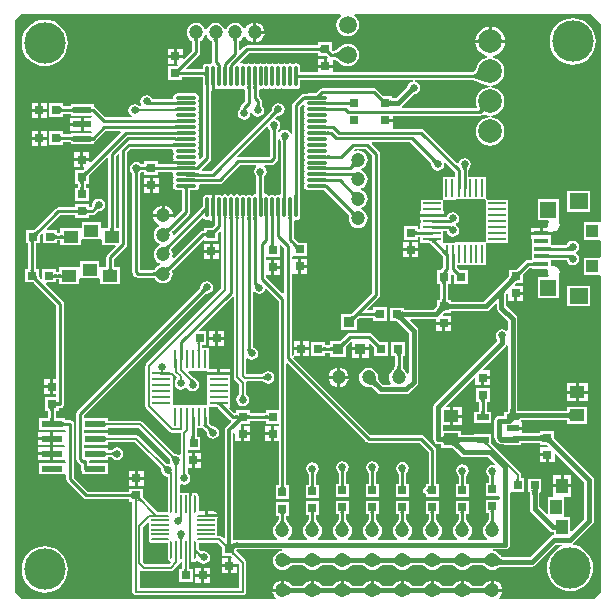
<source format=gtl>
G04*
G04 #@! TF.GenerationSoftware,Altium Limited,Altium Designer,18.1.8 (232)*
G04*
G04 Layer_Physical_Order=1*
G04 Layer_Color=255*
%FSLAX25Y25*%
%MOIN*%
G70*
G01*
G75*
%ADD10C,0.00984*%
%ADD11C,0.00787*%
%ADD20R,0.04724X0.01575*%
%ADD21R,0.03000X0.03000*%
%ADD22R,0.03543X0.03740*%
%ADD23R,0.03543X0.03740*%
%ADD24R,0.03000X0.03000*%
%ADD25R,0.05512X0.05512*%
%ADD26R,0.05906X0.05315*%
%ADD27R,0.03937X0.04331*%
%ADD28R,0.00906X0.05906*%
%ADD29R,0.05906X0.00906*%
%ADD30R,0.05118X0.03937*%
%ADD31R,0.04724X0.03937*%
%ADD32C,0.04724*%
%ADD33O,0.01181X0.07087*%
%ADD34O,0.07087X0.01181*%
G04:AMPARAMS|DCode=35|XSize=7.87mil|YSize=59.06mil|CornerRadius=3.94mil|HoleSize=0mil|Usage=FLASHONLY|Rotation=90.000|XOffset=0mil|YOffset=0mil|HoleType=Round|Shape=RoundedRectangle|*
%AMROUNDEDRECTD35*
21,1,0.00787,0.05118,0,0,90.0*
21,1,0.00000,0.05906,0,0,90.0*
1,1,0.00787,0.02559,0.00000*
1,1,0.00787,0.02559,0.00000*
1,1,0.00787,-0.02559,0.00000*
1,1,0.00787,-0.02559,0.00000*
%
%ADD35ROUNDEDRECTD35*%
%ADD36R,0.05906X0.00787*%
G04:AMPARAMS|DCode=37|XSize=7.87mil|YSize=59.06mil|CornerRadius=3.94mil|HoleSize=0mil|Usage=FLASHONLY|Rotation=0.000|XOffset=0mil|YOffset=0mil|HoleType=Round|Shape=RoundedRectangle|*
%AMROUNDEDRECTD37*
21,1,0.00787,0.05118,0,0,0.0*
21,1,0.00000,0.05906,0,0,0.0*
1,1,0.00787,0.00000,-0.02559*
1,1,0.00787,0.00000,-0.02559*
1,1,0.00787,0.00000,0.02559*
1,1,0.00787,0.00000,0.02559*
%
%ADD37ROUNDEDRECTD37*%
%ADD38R,0.00787X0.05906*%
%ADD39R,0.07087X0.02400*%
%ADD40R,0.05906X0.00984*%
%ADD41R,0.00984X0.05906*%
%ADD42R,0.06000X0.02362*%
%ADD43R,0.03937X0.05118*%
%ADD44R,0.03937X0.04724*%
%ADD45R,0.03937X0.02000*%
%ADD46R,0.05000X0.04000*%
%ADD78C,0.01575*%
%ADD79C,0.01181*%
%ADD80C,0.13780*%
%ADD81C,0.07874*%
%ADD82C,0.05906*%
%ADD83C,0.02559*%
G36*
X196000Y192000D02*
Y126663D01*
X195756Y126264D01*
X195500Y126264D01*
X190244D01*
Y120358D01*
X195500D01*
X195756Y120358D01*
X196000Y119959D01*
Y114852D01*
X195756Y114453D01*
X195500Y114453D01*
X190244D01*
Y108547D01*
X195500D01*
X195756Y108547D01*
X196000Y108148D01*
Y3000D01*
X193500Y500D01*
X162188D01*
X162018Y1000D01*
X162151Y1102D01*
X162690Y1804D01*
X163029Y2622D01*
X163079Y3000D01*
X159753D01*
Y3500D01*
X159253D01*
Y6825D01*
X158876Y6776D01*
X158058Y6437D01*
X157355Y5898D01*
X156863Y5256D01*
X156827Y5239D01*
X156692Y5186D01*
X156554Y5144D01*
X156412Y5115D01*
X156335Y5106D01*
X153172D01*
X153095Y5115D01*
X152953Y5144D01*
X152814Y5186D01*
X152679Y5239D01*
X152644Y5256D01*
X152151Y5898D01*
X151449Y6437D01*
X150631Y6776D01*
X150253Y6825D01*
Y3500D01*
X149253D01*
Y6825D01*
X148876Y6776D01*
X148058Y6437D01*
X147355Y5898D01*
X146863Y5256D01*
X146827Y5239D01*
X146692Y5186D01*
X146554Y5144D01*
X146412Y5115D01*
X146335Y5106D01*
X143172D01*
X143095Y5115D01*
X142953Y5144D01*
X142814Y5186D01*
X142679Y5239D01*
X142644Y5256D01*
X142151Y5898D01*
X141449Y6437D01*
X140631Y6776D01*
X140253Y6825D01*
Y3500D01*
X139253D01*
Y6825D01*
X138876Y6776D01*
X138058Y6437D01*
X137355Y5898D01*
X136863Y5256D01*
X136828Y5239D01*
X136692Y5186D01*
X136554Y5144D01*
X136412Y5115D01*
X136335Y5106D01*
X133172D01*
X133095Y5115D01*
X132953Y5144D01*
X132814Y5186D01*
X132679Y5239D01*
X132644Y5256D01*
X132151Y5898D01*
X131449Y6437D01*
X130631Y6776D01*
X130253Y6825D01*
Y3500D01*
X129253D01*
Y6825D01*
X128876Y6776D01*
X128058Y6437D01*
X127355Y5898D01*
X126863Y5256D01*
X126828Y5239D01*
X126692Y5186D01*
X126554Y5144D01*
X126412Y5115D01*
X126335Y5106D01*
X123172D01*
X123095Y5115D01*
X122953Y5144D01*
X122814Y5186D01*
X122679Y5239D01*
X122644Y5256D01*
X122151Y5898D01*
X121449Y6437D01*
X120631Y6776D01*
X120253Y6825D01*
Y3500D01*
X119253D01*
Y6825D01*
X118876Y6776D01*
X118058Y6437D01*
X117355Y5898D01*
X116863Y5256D01*
X116827Y5239D01*
X116692Y5186D01*
X116554Y5144D01*
X116412Y5115D01*
X116335Y5106D01*
X113172D01*
X113095Y5115D01*
X112953Y5144D01*
X112814Y5186D01*
X112679Y5239D01*
X112644Y5256D01*
X112151Y5898D01*
X111449Y6437D01*
X110631Y6776D01*
X110253Y6825D01*
Y3500D01*
X109253D01*
Y6825D01*
X108876Y6776D01*
X108058Y6437D01*
X107355Y5898D01*
X106863Y5256D01*
X106827Y5239D01*
X106692Y5186D01*
X106554Y5144D01*
X106412Y5115D01*
X106335Y5106D01*
X103172D01*
X103095Y5115D01*
X102953Y5144D01*
X102814Y5186D01*
X102679Y5239D01*
X102644Y5256D01*
X102151Y5898D01*
X101449Y6437D01*
X100631Y6776D01*
X100253Y6825D01*
Y3500D01*
X99253D01*
Y6825D01*
X98876Y6776D01*
X98058Y6437D01*
X97355Y5898D01*
X96863Y5256D01*
X96828Y5239D01*
X96692Y5186D01*
X96554Y5144D01*
X96412Y5115D01*
X96335Y5106D01*
X93172D01*
X93095Y5115D01*
X92953Y5144D01*
X92814Y5186D01*
X92679Y5239D01*
X92644Y5256D01*
X92151Y5898D01*
X91449Y6437D01*
X90631Y6776D01*
X90253Y6825D01*
Y3500D01*
X89753D01*
Y3000D01*
X86428D01*
X86478Y2622D01*
X86817Y1804D01*
X87355Y1102D01*
X87488Y1000D01*
X87319Y500D01*
X3000D01*
Y547D01*
X500Y3047D01*
Y193500D01*
X2500Y195500D01*
X109096D01*
X109266Y195000D01*
X108833Y194667D01*
X108233Y193886D01*
X107856Y192976D01*
X107728Y192000D01*
X107856Y191024D01*
X108233Y190114D01*
X108833Y189332D01*
X109614Y188733D01*
X110524Y188356D01*
X111500Y188228D01*
X112476Y188356D01*
X113386Y188733D01*
X114167Y189332D01*
X114767Y190114D01*
X115144Y191024D01*
X115272Y192000D01*
X115144Y192976D01*
X114767Y193886D01*
X114167Y194667D01*
X113734Y195000D01*
X113904Y195500D01*
X192500D01*
X196000Y192000D01*
D02*
G37*
G36*
X158066Y1846D02*
X157894Y2011D01*
X157717Y2158D01*
X157534Y2288D01*
X157346Y2401D01*
X157153Y2496D01*
X156954Y2574D01*
X156751Y2635D01*
X156542Y2678D01*
X156328Y2704D01*
X156109Y2713D01*
Y4287D01*
X156328Y4296D01*
X156542Y4322D01*
X156751Y4365D01*
X156954Y4426D01*
X157153Y4504D01*
X157346Y4599D01*
X157534Y4712D01*
X157717Y4842D01*
X157894Y4989D01*
X158066Y5153D01*
Y1846D01*
D02*
G37*
G36*
X151613Y4989D02*
X151790Y4842D01*
X151973Y4712D01*
X152161Y4599D01*
X152354Y4504D01*
X152553Y4426D01*
X152756Y4365D01*
X152965Y4322D01*
X153179Y4296D01*
X153398Y4287D01*
Y2713D01*
X153179Y2704D01*
X152965Y2678D01*
X152756Y2635D01*
X152553Y2574D01*
X152354Y2496D01*
X152161Y2401D01*
X151973Y2288D01*
X151790Y2158D01*
X151613Y2011D01*
X151440Y1846D01*
Y5153D01*
X151613Y4989D01*
D02*
G37*
G36*
X148066Y1846D02*
X147894Y2011D01*
X147716Y2158D01*
X147534Y2288D01*
X147346Y2401D01*
X147153Y2496D01*
X146954Y2574D01*
X146751Y2635D01*
X146542Y2678D01*
X146328Y2704D01*
X146109Y2713D01*
Y4287D01*
X146328Y4296D01*
X146542Y4322D01*
X146751Y4365D01*
X146954Y4426D01*
X147153Y4504D01*
X147346Y4599D01*
X147534Y4712D01*
X147716Y4842D01*
X147894Y4989D01*
X148066Y5153D01*
Y1846D01*
D02*
G37*
G36*
X141613Y4989D02*
X141790Y4842D01*
X141973Y4712D01*
X142161Y4599D01*
X142354Y4504D01*
X142553Y4426D01*
X142756Y4365D01*
X142965Y4322D01*
X143179Y4296D01*
X143398Y4287D01*
Y2713D01*
X143179Y2704D01*
X142965Y2678D01*
X142756Y2635D01*
X142553Y2574D01*
X142354Y2496D01*
X142161Y2401D01*
X141973Y2288D01*
X141790Y2158D01*
X141613Y2011D01*
X141440Y1846D01*
Y5153D01*
X141613Y4989D01*
D02*
G37*
G36*
X138066Y1846D02*
X137894Y2011D01*
X137716Y2158D01*
X137534Y2288D01*
X137346Y2401D01*
X137153Y2496D01*
X136954Y2574D01*
X136751Y2635D01*
X136542Y2678D01*
X136328Y2704D01*
X136109Y2713D01*
Y4287D01*
X136328Y4296D01*
X136542Y4322D01*
X136751Y4365D01*
X136954Y4426D01*
X137153Y4504D01*
X137346Y4599D01*
X137534Y4712D01*
X137716Y4842D01*
X137894Y4989D01*
X138066Y5153D01*
Y1846D01*
D02*
G37*
G36*
X131613Y4989D02*
X131790Y4842D01*
X131973Y4712D01*
X132161Y4599D01*
X132354Y4504D01*
X132553Y4426D01*
X132756Y4365D01*
X132965Y4322D01*
X133179Y4296D01*
X133398Y4287D01*
Y2713D01*
X133179Y2704D01*
X132965Y2678D01*
X132756Y2635D01*
X132553Y2574D01*
X132354Y2496D01*
X132161Y2401D01*
X131973Y2288D01*
X131790Y2158D01*
X131613Y2011D01*
X131440Y1846D01*
Y5153D01*
X131613Y4989D01*
D02*
G37*
G36*
X128067Y1846D02*
X127894Y2011D01*
X127717Y2158D01*
X127534Y2288D01*
X127346Y2401D01*
X127153Y2496D01*
X126954Y2574D01*
X126751Y2635D01*
X126542Y2678D01*
X126328Y2704D01*
X126109Y2713D01*
Y4287D01*
X126328Y4296D01*
X126542Y4322D01*
X126751Y4365D01*
X126954Y4426D01*
X127153Y4504D01*
X127346Y4599D01*
X127534Y4712D01*
X127717Y4842D01*
X127894Y4989D01*
X128067Y5153D01*
Y1846D01*
D02*
G37*
G36*
X121613Y4989D02*
X121790Y4842D01*
X121973Y4712D01*
X122161Y4599D01*
X122354Y4504D01*
X122553Y4426D01*
X122756Y4365D01*
X122965Y4322D01*
X123179Y4296D01*
X123398Y4287D01*
Y2713D01*
X123179Y2704D01*
X122965Y2678D01*
X122756Y2635D01*
X122553Y2574D01*
X122354Y2496D01*
X122161Y2401D01*
X121973Y2288D01*
X121790Y2158D01*
X121613Y2011D01*
X121440Y1846D01*
Y5153D01*
X121613Y4989D01*
D02*
G37*
G36*
X118067Y1846D02*
X117894Y2011D01*
X117717Y2158D01*
X117534Y2288D01*
X117346Y2401D01*
X117153Y2496D01*
X116954Y2574D01*
X116751Y2635D01*
X116542Y2678D01*
X116328Y2704D01*
X116109Y2713D01*
Y4287D01*
X116328Y4296D01*
X116542Y4322D01*
X116751Y4365D01*
X116954Y4426D01*
X117153Y4504D01*
X117346Y4599D01*
X117534Y4712D01*
X117717Y4842D01*
X117894Y4989D01*
X118067Y5153D01*
Y1846D01*
D02*
G37*
G36*
X111613Y4989D02*
X111790Y4842D01*
X111973Y4712D01*
X112161Y4599D01*
X112354Y4504D01*
X112553Y4426D01*
X112756Y4365D01*
X112965Y4322D01*
X113179Y4296D01*
X113398Y4287D01*
Y2713D01*
X113179Y2704D01*
X112965Y2678D01*
X112756Y2635D01*
X112553Y2574D01*
X112354Y2496D01*
X112161Y2401D01*
X111973Y2288D01*
X111790Y2158D01*
X111613Y2011D01*
X111440Y1846D01*
Y5153D01*
X111613Y4989D01*
D02*
G37*
G36*
X108066Y1846D02*
X107894Y2011D01*
X107717Y2158D01*
X107534Y2288D01*
X107346Y2401D01*
X107153Y2496D01*
X106954Y2574D01*
X106751Y2635D01*
X106542Y2678D01*
X106328Y2704D01*
X106109Y2713D01*
Y4287D01*
X106328Y4296D01*
X106542Y4322D01*
X106751Y4365D01*
X106954Y4426D01*
X107153Y4504D01*
X107346Y4599D01*
X107534Y4712D01*
X107717Y4842D01*
X107894Y4989D01*
X108066Y5153D01*
Y1846D01*
D02*
G37*
G36*
X101613Y4989D02*
X101790Y4842D01*
X101973Y4712D01*
X102161Y4599D01*
X102354Y4504D01*
X102553Y4426D01*
X102756Y4365D01*
X102965Y4322D01*
X103179Y4296D01*
X103398Y4287D01*
Y2713D01*
X103179Y2704D01*
X102965Y2678D01*
X102756Y2635D01*
X102553Y2574D01*
X102354Y2496D01*
X102161Y2401D01*
X101973Y2288D01*
X101790Y2158D01*
X101613Y2011D01*
X101440Y1846D01*
Y5153D01*
X101613Y4989D01*
D02*
G37*
G36*
X98066Y1846D02*
X97894Y2011D01*
X97716Y2158D01*
X97534Y2288D01*
X97346Y2401D01*
X97153Y2496D01*
X96954Y2574D01*
X96751Y2635D01*
X96542Y2678D01*
X96328Y2704D01*
X96109Y2713D01*
Y4287D01*
X96328Y4296D01*
X96542Y4322D01*
X96751Y4365D01*
X96954Y4426D01*
X97153Y4504D01*
X97346Y4599D01*
X97534Y4712D01*
X97716Y4842D01*
X97894Y4989D01*
X98066Y5153D01*
Y1846D01*
D02*
G37*
G36*
X91613Y4989D02*
X91790Y4842D01*
X91973Y4712D01*
X92161Y4599D01*
X92354Y4504D01*
X92553Y4426D01*
X92756Y4365D01*
X92965Y4322D01*
X93179Y4296D01*
X93398Y4287D01*
Y2713D01*
X93179Y2704D01*
X92965Y2678D01*
X92756Y2635D01*
X92553Y2574D01*
X92354Y2496D01*
X92161Y2401D01*
X91973Y2288D01*
X91790Y2158D01*
X91613Y2011D01*
X91440Y1846D01*
Y5153D01*
X91613Y4989D01*
D02*
G37*
%LPC*%
G36*
X80000Y192825D02*
X79622Y192776D01*
X78804Y192437D01*
X78102Y191898D01*
X77563Y191196D01*
X77406Y190815D01*
X76864Y190815D01*
X76751Y191088D01*
X76246Y191746D01*
X75588Y192251D01*
X74822Y192569D01*
X74000Y192677D01*
X73178Y192569D01*
X72412Y192251D01*
X71754Y191746D01*
X71249Y191088D01*
X71021Y190537D01*
X70479D01*
X70251Y191088D01*
X69746Y191746D01*
X69088Y192251D01*
X68322Y192569D01*
X67500Y192677D01*
X66678Y192569D01*
X65912Y192251D01*
X65254Y191746D01*
X64749Y191088D01*
X64521Y190537D01*
X63979D01*
X63751Y191088D01*
X63246Y191746D01*
X62588Y192251D01*
X61822Y192569D01*
X61000Y192677D01*
X60178Y192569D01*
X59412Y192251D01*
X58754Y191746D01*
X58249Y191088D01*
X57932Y190322D01*
X57823Y189500D01*
X57932Y188678D01*
X58249Y187912D01*
X58754Y187254D01*
X59412Y186749D01*
X59604Y186669D01*
X59625Y186651D01*
X59643Y186641D01*
X59646Y186634D01*
X59661Y186595D01*
X59677Y186531D01*
X59691Y186445D01*
X59695Y186399D01*
Y183397D01*
X56962Y180663D01*
X56500Y180855D01*
Y181000D01*
X54500D01*
Y179000D01*
X54645D01*
X54837Y178538D01*
X54729Y178431D01*
X54564Y178277D01*
X54433Y178171D01*
X54384Y178137D01*
X51706D01*
Y173563D01*
X56281D01*
Y174545D01*
X63196D01*
X63223Y174519D01*
X63310Y174428D01*
X63331Y174404D01*
Y171898D01*
X63391Y171597D01*
X63432Y170782D01*
Y148140D01*
X62616Y147324D01*
X61989Y147397D01*
X61932Y147490D01*
X61912Y147601D01*
X62007Y148079D01*
X61900Y148616D01*
X61602Y149063D01*
X61900Y149510D01*
X62007Y150047D01*
X61900Y150585D01*
X61602Y151031D01*
X61900Y151478D01*
X62007Y152016D01*
X61900Y152553D01*
X61602Y153000D01*
X61900Y153447D01*
X62007Y153984D01*
X61900Y154522D01*
X61602Y154969D01*
X61900Y155415D01*
X62007Y155953D01*
X61900Y156490D01*
X61602Y156937D01*
X61900Y157384D01*
X62007Y157921D01*
X61900Y158459D01*
X61602Y158905D01*
X61900Y159352D01*
X62007Y159890D01*
X61900Y160427D01*
X61602Y160874D01*
X61900Y161321D01*
X62007Y161858D01*
X61900Y162396D01*
X61602Y162843D01*
X61900Y163289D01*
X62007Y163827D01*
X61900Y164364D01*
X61602Y164811D01*
X61900Y165258D01*
X62007Y165795D01*
X61900Y166333D01*
X61602Y166779D01*
X61900Y167226D01*
X62007Y167764D01*
X61900Y168301D01*
X61596Y168757D01*
X61140Y169062D01*
X60602Y169169D01*
X54697D01*
X54159Y169062D01*
X53703Y168757D01*
X53399Y168301D01*
X53292Y167764D01*
X53305Y167698D01*
X52895Y167198D01*
X46468D01*
X46447Y167306D01*
X45990Y167990D01*
X45307Y168447D01*
X44500Y168607D01*
X43694Y168447D01*
X43010Y167990D01*
X42553Y167306D01*
X42393Y166500D01*
X42553Y165693D01*
X42767Y165374D01*
X42541Y164947D01*
X42072Y164935D01*
X42053Y164945D01*
X41998Y164979D01*
X41990Y164990D01*
X41874Y165068D01*
X41816Y165114D01*
X41770Y165137D01*
X41306Y165447D01*
X40500Y165607D01*
X39693Y165447D01*
X39010Y164990D01*
X38553Y164306D01*
X38393Y163500D01*
X38553Y162694D01*
X39010Y162010D01*
X39482Y161694D01*
X39330Y161194D01*
X30710D01*
X27415Y164489D01*
X26991Y164772D01*
X26787Y164813D01*
Y165535D01*
X19213D01*
Y164872D01*
X16587D01*
Y165854D01*
X12013D01*
Y161280D01*
X16587D01*
Y162262D01*
X19213D01*
Y161599D01*
X26180D01*
X26230Y161524D01*
X25963Y161024D01*
X23500D01*
Y158843D01*
Y156661D01*
X25963D01*
X26230Y156161D01*
X26180Y156087D01*
X19213D01*
Y155490D01*
X16587D01*
Y156473D01*
X12013D01*
Y151898D01*
X16587D01*
Y152881D01*
X19171D01*
X19213Y152872D01*
Y152150D01*
X26787D01*
Y152872D01*
X26991Y152913D01*
X27415Y153196D01*
X30836Y156617D01*
X35662D01*
X35853Y156155D01*
X25862Y146163D01*
X25400Y146355D01*
Y146500D01*
X23400D01*
Y144500D01*
X23545D01*
X23737Y144038D01*
X23629Y143931D01*
X23464Y143777D01*
X23333Y143671D01*
X23284Y143637D01*
X20606D01*
Y139063D01*
X21589D01*
Y137787D01*
X20613D01*
Y133213D01*
X25187D01*
Y137787D01*
X24198D01*
Y139063D01*
X25181D01*
Y141741D01*
X25209Y141780D01*
X25434Y142045D01*
X31123Y147735D01*
X31585Y147543D01*
Y124189D01*
X29650D01*
X29543Y124189D01*
X29150Y124446D01*
Y126189D01*
X22850D01*
Y124446D01*
X22457Y124189D01*
X22350Y124189D01*
X15764D01*
Y122738D01*
X14587D01*
Y123721D01*
X11429D01*
X11238Y124182D01*
X15601Y128545D01*
X20606D01*
Y127563D01*
X25181D01*
Y128545D01*
X26350D01*
X26849Y128645D01*
X27272Y128928D01*
X28143Y129798D01*
X28188Y129830D01*
X28232Y129856D01*
X28273Y129876D01*
X28313Y129891D01*
X28352Y129903D01*
X28392Y129911D01*
X28402Y129912D01*
X28500Y129893D01*
X29307Y130053D01*
X29990Y130510D01*
X30447Y131193D01*
X30607Y132000D01*
X30447Y132807D01*
X29990Y133490D01*
X29307Y133947D01*
X28500Y134107D01*
X27694Y133947D01*
X27010Y133490D01*
X26553Y132807D01*
X26393Y132000D01*
X26412Y131902D01*
X26411Y131892D01*
X26403Y131852D01*
X26391Y131813D01*
X26376Y131773D01*
X26356Y131732D01*
X26330Y131688D01*
X26298Y131643D01*
X25810Y131155D01*
X25181D01*
Y132137D01*
X20606D01*
Y131155D01*
X15060D01*
X14561Y131055D01*
X14138Y130772D01*
X7390Y124025D01*
X7224Y123870D01*
X7094Y123766D01*
X7037Y123727D01*
X6763D01*
X6746Y123730D01*
X6729Y123727D01*
X4363D01*
Y119152D01*
X5045D01*
Y110727D01*
X4063D01*
Y106152D01*
X6741D01*
X6780Y106124D01*
X7045Y105899D01*
X14388Y98556D01*
Y73800D01*
X13413D01*
Y71300D01*
Y68800D01*
X14345D01*
Y67937D01*
X10620D01*
Y63363D01*
X11609D01*
Y60887D01*
X8583D01*
Y56913D01*
X17244D01*
Y56913D01*
X17380Y56907D01*
X17473Y56693D01*
X17324Y56383D01*
X17142Y56200D01*
X13413D01*
Y54000D01*
Y51800D01*
X17015D01*
X17176Y51520D01*
X17015Y51239D01*
X13413D01*
Y49039D01*
Y46839D01*
X17185D01*
X17305Y46720D01*
X17513Y46363D01*
X17412Y46112D01*
X17244Y46106D01*
X17236Y46106D01*
X8583D01*
Y42131D01*
X17236D01*
X17244Y42131D01*
X17736Y42112D01*
Y40459D01*
X17836Y39960D01*
X18119Y39537D01*
X23427Y34227D01*
X23851Y33945D01*
X24350Y33845D01*
X38706D01*
Y32863D01*
X39748D01*
Y3047D01*
X39840Y2586D01*
X40101Y2196D01*
X40492Y1935D01*
X40953Y1843D01*
X76547D01*
X77008Y1935D01*
X77399Y2196D01*
X77660Y2586D01*
X77751Y3047D01*
Y12753D01*
X77660Y13214D01*
X77399Y13604D01*
X77399Y13604D01*
X74476Y16526D01*
X74404Y16605D01*
X74413Y16812D01*
X74534Y17134D01*
X74594Y17144D01*
X74712Y17154D01*
X89457D01*
X89475Y17144D01*
X89501Y16644D01*
X89443Y16636D01*
X88931Y16568D01*
X88165Y16251D01*
X87507Y15746D01*
X87002Y15088D01*
X86685Y14322D01*
X86577Y13500D01*
X86685Y12678D01*
X87002Y11912D01*
X87507Y11254D01*
X88165Y10749D01*
X88931Y10431D01*
X89753Y10323D01*
X90576Y10431D01*
X91342Y10749D01*
X92000Y11254D01*
X92048Y11317D01*
X92147Y11411D01*
X92280Y11521D01*
X92413Y11616D01*
X92546Y11695D01*
X92679Y11761D01*
X92814Y11814D01*
X92953Y11856D01*
X93095Y11885D01*
X93172Y11894D01*
X96335D01*
X96412Y11885D01*
X96554Y11856D01*
X96692Y11814D01*
X96828Y11761D01*
X96961Y11695D01*
X97094Y11616D01*
X97227Y11521D01*
X97360Y11411D01*
X97459Y11317D01*
X97507Y11254D01*
X98165Y10749D01*
X98931Y10431D01*
X99753Y10323D01*
X100576Y10431D01*
X101342Y10749D01*
X102000Y11254D01*
X102048Y11317D01*
X102147Y11411D01*
X102280Y11521D01*
X102412Y11616D01*
X102546Y11695D01*
X102679Y11761D01*
X102814Y11814D01*
X102953Y11856D01*
X103095Y11885D01*
X103172Y11894D01*
X106335D01*
X106412Y11885D01*
X106554Y11856D01*
X106692Y11814D01*
X106828Y11761D01*
X106961Y11695D01*
X107094Y11616D01*
X107227Y11521D01*
X107360Y11411D01*
X107459Y11317D01*
X107507Y11254D01*
X108165Y10749D01*
X108931Y10431D01*
X109753Y10323D01*
X110576Y10431D01*
X111342Y10749D01*
X112000Y11254D01*
X112048Y11317D01*
X112147Y11411D01*
X112280Y11521D01*
X112413Y11616D01*
X112546Y11695D01*
X112679Y11761D01*
X112814Y11814D01*
X112953Y11856D01*
X113095Y11885D01*
X113172Y11894D01*
X116335D01*
X116412Y11885D01*
X116554Y11856D01*
X116692Y11814D01*
X116828Y11761D01*
X116961Y11695D01*
X117094Y11616D01*
X117227Y11521D01*
X117360Y11411D01*
X117459Y11317D01*
X117507Y11254D01*
X118165Y10749D01*
X118931Y10431D01*
X119753Y10323D01*
X120576Y10431D01*
X121342Y10749D01*
X122000Y11254D01*
X122048Y11317D01*
X122147Y11411D01*
X122280Y11521D01*
X122413Y11616D01*
X122546Y11695D01*
X122679Y11761D01*
X122814Y11814D01*
X122953Y11856D01*
X123095Y11885D01*
X123172Y11894D01*
X126335D01*
X126412Y11885D01*
X126554Y11856D01*
X126692Y11814D01*
X126828Y11761D01*
X126961Y11695D01*
X127094Y11616D01*
X127227Y11521D01*
X127360Y11411D01*
X127459Y11317D01*
X127507Y11254D01*
X128165Y10749D01*
X128931Y10431D01*
X129753Y10323D01*
X130576Y10431D01*
X131342Y10749D01*
X132000Y11254D01*
X132048Y11317D01*
X132147Y11411D01*
X132280Y11521D01*
X132413Y11616D01*
X132546Y11695D01*
X132679Y11761D01*
X132814Y11814D01*
X132953Y11856D01*
X133095Y11885D01*
X133172Y11894D01*
X136335D01*
X136412Y11885D01*
X136554Y11856D01*
X136692Y11814D01*
X136828Y11761D01*
X136961Y11695D01*
X137094Y11616D01*
X137227Y11521D01*
X137360Y11411D01*
X137459Y11317D01*
X137507Y11254D01*
X138165Y10749D01*
X138931Y10431D01*
X139753Y10323D01*
X140576Y10431D01*
X141342Y10749D01*
X142000Y11254D01*
X142048Y11317D01*
X142147Y11411D01*
X142280Y11521D01*
X142412Y11616D01*
X142546Y11695D01*
X142679Y11761D01*
X142814Y11814D01*
X142953Y11856D01*
X143095Y11885D01*
X143172Y11894D01*
X146335D01*
X146412Y11885D01*
X146554Y11856D01*
X146692Y11814D01*
X146828Y11761D01*
X146961Y11695D01*
X147094Y11616D01*
X147227Y11521D01*
X147360Y11411D01*
X147459Y11317D01*
X147507Y11254D01*
X148165Y10749D01*
X148931Y10431D01*
X149753Y10323D01*
X150576Y10431D01*
X151342Y10749D01*
X152000Y11254D01*
X152048Y11317D01*
X152147Y11411D01*
X152280Y11521D01*
X152412Y11616D01*
X152546Y11695D01*
X152679Y11761D01*
X152814Y11814D01*
X152953Y11856D01*
X153095Y11885D01*
X153172Y11894D01*
X156335D01*
X156412Y11885D01*
X156554Y11856D01*
X156692Y11814D01*
X156828Y11761D01*
X156961Y11695D01*
X157094Y11616D01*
X157227Y11521D01*
X157360Y11411D01*
X157459Y11317D01*
X157507Y11254D01*
X158165Y10749D01*
X158931Y10431D01*
X159753Y10323D01*
X160576Y10431D01*
X161342Y10749D01*
X161432Y10818D01*
X161434Y10819D01*
X161828Y11047D01*
X161991Y11125D01*
X162161Y11196D01*
X162328Y11255D01*
X162492Y11303D01*
X162655Y11339D01*
X162816Y11365D01*
X162873Y11371D01*
X172969D01*
X172969Y11371D01*
X173583Y11493D01*
X174104Y11841D01*
X181044Y18781D01*
X183102D01*
X183176Y18281D01*
X182669Y18127D01*
X181335Y17414D01*
X180166Y16455D01*
X179207Y15286D01*
X178494Y13952D01*
X178055Y12505D01*
X177907Y11000D01*
X178055Y9495D01*
X178494Y8048D01*
X179207Y6714D01*
X180166Y5545D01*
X181335Y4586D01*
X182669Y3873D01*
X184116Y3434D01*
X185621Y3286D01*
X187126Y3434D01*
X188573Y3873D01*
X189907Y4586D01*
X191076Y5545D01*
X192035Y6714D01*
X192748Y8048D01*
X193187Y9495D01*
X193335Y11000D01*
X193187Y12505D01*
X192748Y13952D01*
X192035Y15286D01*
X191076Y16455D01*
X189907Y17414D01*
X188573Y18127D01*
X187126Y18566D01*
X186694Y18609D01*
X186565Y19124D01*
X186756Y19251D01*
X193106Y25601D01*
X193454Y26122D01*
X193577Y26737D01*
Y40329D01*
X193454Y40944D01*
X193106Y41464D01*
X193106Y41464D01*
X180892Y53679D01*
X180628Y53963D01*
X180439Y54198D01*
X180295Y54404D01*
X180287Y54417D01*
Y56587D01*
X176529D01*
X176512Y56591D01*
X176495Y56587D01*
X175713D01*
Y55969D01*
X175588Y55939D01*
X175414Y55914D01*
X175312Y55906D01*
X169468D01*
Y57000D01*
X166500D01*
Y58000D01*
X169468D01*
Y59500D01*
X169256D01*
Y60120D01*
X169273Y60126D01*
X169393Y60158D01*
X169562Y60185D01*
X169675Y60194D01*
X184290D01*
X184408Y60184D01*
X184577Y60156D01*
X184697Y60124D01*
X184713Y60118D01*
Y59013D01*
X191287D01*
Y64587D01*
X184713D01*
Y63482D01*
X184697Y63476D01*
X184577Y63444D01*
X184408Y63416D01*
X184290Y63406D01*
X168110D01*
X168106Y63450D01*
Y94000D01*
X168106Y94000D01*
X167983Y94614D01*
X167635Y95135D01*
X167635Y95135D01*
X164346Y98425D01*
Y101787D01*
X164367Y101975D01*
X164410Y102204D01*
X164471Y102424D01*
X164500Y102503D01*
X165000Y102414D01*
Y100000D01*
X167000D01*
Y102500D01*
X167500D01*
Y103000D01*
X170000D01*
Y105000D01*
X167342D01*
X167146Y105500D01*
X167167Y105519D01*
X167401Y105707D01*
X167606Y105849D01*
X167630Y105863D01*
X168228D01*
X168245Y105859D01*
X168263Y105863D01*
X169794D01*
Y108541D01*
X169822Y108580D01*
X170047Y108845D01*
X172184Y110983D01*
X172921D01*
Y110713D01*
X173703D01*
X173721Y110709D01*
X173738Y110713D01*
X178071D01*
X178333Y110213D01*
X178198Y109531D01*
X178350Y108763D01*
X178555Y108457D01*
X178288Y107957D01*
X174890D01*
Y100870D01*
X181976D01*
Y107957D01*
X181976Y107957D01*
X181976D01*
X181854Y108457D01*
X182059Y108763D01*
X182212Y109531D01*
X182059Y110300D01*
X181624Y110951D01*
X180973Y111386D01*
X180205Y111539D01*
X179720Y111442D01*
X179220Y111797D01*
Y113542D01*
X184484D01*
X184553Y113194D01*
X185010Y112510D01*
X185694Y112053D01*
X186500Y111893D01*
X187306Y112053D01*
X187990Y112510D01*
X188447Y113194D01*
X188607Y114000D01*
X188447Y114806D01*
X187990Y115490D01*
X187677Y115699D01*
Y116301D01*
X187990Y116510D01*
X188447Y117193D01*
X188607Y118000D01*
X188447Y118807D01*
X187990Y119490D01*
X187306Y119947D01*
X186500Y120107D01*
X185694Y119947D01*
X185010Y119490D01*
X184553Y118807D01*
X184534Y118710D01*
X179220D01*
Y120736D01*
X179433D01*
Y122024D01*
X176071D01*
X172709D01*
Y120736D01*
X172921D01*
Y118390D01*
Y113592D01*
X171644D01*
X171145Y113493D01*
X170721Y113210D01*
X168242Y110731D01*
X168077Y110577D01*
X167946Y110471D01*
X167897Y110437D01*
X165219D01*
Y108906D01*
X165216Y108889D01*
X165219Y108872D01*
Y108273D01*
X165205Y108249D01*
X165069Y108054D01*
X164684Y107598D01*
X161605Y104519D01*
X161605Y104519D01*
X156841Y99756D01*
X146194D01*
X146093Y99764D01*
X145919Y99789D01*
X145794Y99819D01*
Y100437D01*
X145012D01*
X144994Y100441D01*
X144811Y100882D01*
Y105719D01*
X145937D01*
Y108864D01*
X146399Y109056D01*
X146715Y108740D01*
X146870Y108574D01*
X146973Y108444D01*
X147013Y108387D01*
Y108113D01*
X147009Y108096D01*
X147013Y108079D01*
Y105713D01*
X151587D01*
Y110287D01*
X149221D01*
X149204Y110291D01*
X149187Y110287D01*
X148913D01*
X148865Y110320D01*
X148601Y110544D01*
X147861Y111284D01*
Y111988D01*
X157679D01*
Y118993D01*
X157679Y119449D01*
X158111Y119449D01*
X165100D01*
Y121417D01*
Y125354D01*
Y129331D01*
Y133780D01*
X158131D01*
X157639Y133799D01*
X157639Y134271D01*
Y141279D01*
X151759D01*
Y143690D01*
X151768Y143745D01*
X151781Y143794D01*
X151796Y143838D01*
X151813Y143877D01*
X151832Y143912D01*
X151855Y143946D01*
X151861Y143954D01*
X151944Y144010D01*
X152401Y144694D01*
X152562Y145500D01*
X152401Y146307D01*
X151944Y146990D01*
X151261Y147447D01*
X150454Y147607D01*
X149648Y147447D01*
X148964Y146990D01*
X148507Y146307D01*
X148464Y146088D01*
X147921Y145924D01*
X136970Y156875D01*
X136547Y157158D01*
X136047Y157257D01*
X126638D01*
X126500Y157700D01*
X126500D01*
Y159700D01*
X124000D01*
Y160700D01*
X126500D01*
Y161711D01*
X155516D01*
X156015Y161811D01*
X156438Y162093D01*
X156553Y162208D01*
X156600Y162246D01*
X156664Y162286D01*
X156710Y162309D01*
X156737Y162319D01*
X156745Y162320D01*
X157767Y161897D01*
X158644Y161782D01*
X158868Y161752D01*
Y161248D01*
X158644Y161218D01*
X157767Y161103D01*
X156617Y160627D01*
X155631Y159870D01*
X154873Y158883D01*
X154397Y157733D01*
X154235Y156500D01*
X154397Y155267D01*
X154873Y154117D01*
X155631Y153130D01*
X156617Y152373D01*
X157767Y151897D01*
X159000Y151735D01*
X160233Y151897D01*
X161383Y152373D01*
X162370Y153130D01*
X163127Y154117D01*
X163603Y155267D01*
X163765Y156500D01*
X163603Y157733D01*
X163127Y158883D01*
X162370Y159870D01*
X161383Y160627D01*
X160233Y161103D01*
X159356Y161218D01*
X159132Y161248D01*
Y161752D01*
X159356Y161782D01*
X160233Y161897D01*
X161383Y162373D01*
X162370Y163130D01*
X163127Y164117D01*
X163603Y165267D01*
X163765Y166500D01*
X163603Y167733D01*
X163127Y168883D01*
X162370Y169869D01*
X161383Y170627D01*
X160233Y171103D01*
X159356Y171218D01*
X159132Y171248D01*
Y171752D01*
X159356Y171782D01*
X160233Y171897D01*
X161383Y172373D01*
X162370Y173131D01*
X163127Y174117D01*
X163603Y175267D01*
X163765Y176500D01*
X163603Y177733D01*
X163127Y178883D01*
X162370Y179869D01*
X161383Y180627D01*
X160233Y181103D01*
X159946Y181141D01*
Y181645D01*
X160289Y181690D01*
X161490Y182187D01*
X162521Y182979D01*
X163312Y184010D01*
X163810Y185211D01*
X163914Y186000D01*
X159000D01*
X154086D01*
X154190Y185211D01*
X154688Y184010D01*
X155479Y182979D01*
X156510Y182187D01*
X157711Y181690D01*
X158054Y181645D01*
Y181141D01*
X157767Y181103D01*
X156617Y180627D01*
X155631Y179869D01*
X154873Y178883D01*
X154576Y178166D01*
X154544Y178116D01*
X154370Y177668D01*
X154197Y177298D01*
X154021Y176984D01*
X153844Y176727D01*
X153670Y176526D01*
X153503Y176376D01*
X153345Y176270D01*
X153193Y176202D01*
X153040Y176162D01*
X152958Y176155D01*
X106500D01*
Y177700D01*
X104000D01*
X101500D01*
Y176155D01*
X95669D01*
Y177803D01*
X95562Y178341D01*
X95257Y178797D01*
X94801Y179101D01*
X94264Y179208D01*
X93726Y179101D01*
X93279Y178803D01*
X92833Y179101D01*
X92295Y179208D01*
X91758Y179101D01*
X91311Y178803D01*
X90864Y179101D01*
X90327Y179208D01*
X89789Y179101D01*
X89342Y178803D01*
X88896Y179101D01*
X88358Y179208D01*
X87821Y179101D01*
X87374Y178803D01*
X86927Y179101D01*
X86390Y179208D01*
X85852Y179101D01*
X85405Y178803D01*
X84959Y179101D01*
X84421Y179208D01*
X83884Y179101D01*
X83437Y178803D01*
X82990Y179101D01*
X82453Y179208D01*
X81915Y179101D01*
X81468Y178803D01*
X81022Y179101D01*
X80484Y179208D01*
X79947Y179101D01*
X79500Y178803D01*
X79053Y179101D01*
X78516Y179208D01*
X77978Y179101D01*
X77531Y178803D01*
X77085Y179101D01*
X76547Y179208D01*
X76010Y179101D01*
X75994Y179091D01*
X75844Y179161D01*
X75740Y179764D01*
X78521Y182545D01*
X101719D01*
Y181563D01*
X104444D01*
X104580Y181431D01*
X104811Y181200D01*
X104644Y180717D01*
X104631Y180700D01*
X104500D01*
Y178700D01*
X106500D01*
Y180420D01*
X107000Y180677D01*
X107036Y180670D01*
X107185Y180619D01*
X107360Y180539D01*
X107558Y180428D01*
X107776Y180284D01*
X108005Y180112D01*
X108541Y179644D01*
X108757Y179431D01*
X108833Y179332D01*
X109614Y178733D01*
X110524Y178356D01*
X111500Y178228D01*
X112476Y178356D01*
X113386Y178733D01*
X114167Y179332D01*
X114767Y180114D01*
X115144Y181024D01*
X115272Y182000D01*
X115144Y182976D01*
X114767Y183886D01*
X114167Y184668D01*
X113386Y185267D01*
X112476Y185644D01*
X111500Y185772D01*
X110524Y185644D01*
X109614Y185267D01*
X108833Y184668D01*
X108757Y184569D01*
X108541Y184356D01*
X108005Y183888D01*
X107776Y183716D01*
X107558Y183572D01*
X107360Y183461D01*
X107185Y183381D01*
X107036Y183330D01*
X106915Y183305D01*
X106397D01*
X106294Y183408D01*
Y186137D01*
X101719D01*
Y185155D01*
X77981D01*
X77482Y185055D01*
X77058Y184773D01*
X75766Y183481D01*
X75305Y183672D01*
Y186399D01*
X75309Y186445D01*
X75323Y186531D01*
X75339Y186595D01*
X75354Y186634D01*
X75357Y186641D01*
X75375Y186651D01*
X75396Y186669D01*
X75588Y186749D01*
X76246Y187254D01*
X76751Y187912D01*
X76864Y188185D01*
X77406Y188185D01*
X77563Y187804D01*
X78102Y187102D01*
X78804Y186563D01*
X79622Y186224D01*
X80000Y186175D01*
Y189500D01*
Y192825D01*
D02*
G37*
G36*
X81000D02*
Y190000D01*
X83825D01*
X83776Y190378D01*
X83437Y191196D01*
X82898Y191898D01*
X82196Y192437D01*
X81378Y192776D01*
X81000Y192825D01*
D02*
G37*
G36*
X159500Y191414D02*
Y187000D01*
X163914D01*
X163810Y187789D01*
X163312Y188990D01*
X162521Y190021D01*
X161490Y190813D01*
X160289Y191310D01*
X159500Y191414D01*
D02*
G37*
G36*
X158500D02*
X157711Y191310D01*
X156510Y190813D01*
X155479Y190021D01*
X154688Y188990D01*
X154190Y187789D01*
X154086Y187000D01*
X158500D01*
Y191414D01*
D02*
G37*
G36*
X83825Y189000D02*
X81000D01*
Y186175D01*
X81378Y186224D01*
X82196Y186563D01*
X82898Y187102D01*
X83437Y187804D01*
X83776Y188622D01*
X83825Y189000D01*
D02*
G37*
G36*
X56500Y184000D02*
X54500D01*
Y182000D01*
X56500D01*
Y184000D01*
D02*
G37*
G36*
X53500D02*
X51500D01*
Y182000D01*
X53500D01*
Y184000D01*
D02*
G37*
G36*
Y181000D02*
X51500D01*
Y179000D01*
X53500D01*
Y181000D01*
D02*
G37*
G36*
X186500Y194214D02*
X184995Y194066D01*
X183548Y193627D01*
X182214Y192914D01*
X181045Y191955D01*
X180086Y190786D01*
X179373Y189452D01*
X178934Y188005D01*
X178786Y186500D01*
X178934Y184995D01*
X179373Y183548D01*
X180086Y182214D01*
X181045Y181045D01*
X182214Y180086D01*
X183548Y179373D01*
X184995Y178934D01*
X186500Y178786D01*
X188005Y178934D01*
X189452Y179373D01*
X190786Y180086D01*
X191955Y181045D01*
X192914Y182214D01*
X193627Y183548D01*
X194066Y184995D01*
X194214Y186500D01*
X194066Y188005D01*
X193627Y189452D01*
X192914Y190786D01*
X191955Y191955D01*
X190786Y192914D01*
X189452Y193627D01*
X188005Y194066D01*
X186500Y194214D01*
D02*
G37*
G36*
X103500Y180700D02*
X101500D01*
Y178700D01*
X103500D01*
Y180700D01*
D02*
G37*
G36*
X10500Y193714D02*
X8995Y193566D01*
X7548Y193127D01*
X6214Y192414D01*
X5045Y191455D01*
X4086Y190286D01*
X3373Y188952D01*
X2934Y187505D01*
X2786Y186000D01*
X2934Y184495D01*
X3373Y183048D01*
X4086Y181714D01*
X5045Y180545D01*
X6214Y179586D01*
X7548Y178873D01*
X8995Y178434D01*
X10500Y178286D01*
X12005Y178434D01*
X13452Y178873D01*
X14786Y179586D01*
X15955Y180545D01*
X16914Y181714D01*
X17627Y183048D01*
X18066Y184495D01*
X18214Y186000D01*
X18066Y187505D01*
X17627Y188952D01*
X16914Y190286D01*
X15955Y191455D01*
X14786Y192414D01*
X13452Y193127D01*
X12005Y193566D01*
X10500Y193714D01*
D02*
G37*
G36*
X11150Y166073D02*
X9150D01*
Y164073D01*
X11150D01*
Y166073D01*
D02*
G37*
G36*
X8150D02*
X6150D01*
Y164073D01*
X8150D01*
Y166073D01*
D02*
G37*
G36*
X11150Y163073D02*
X9150D01*
Y161073D01*
X11150D01*
Y163073D01*
D02*
G37*
G36*
X8150D02*
X6150D01*
Y161073D01*
X8150D01*
Y163073D01*
D02*
G37*
G36*
X22500Y161024D02*
X19000D01*
Y159343D01*
X22500D01*
Y161024D01*
D02*
G37*
G36*
Y158343D02*
X19000D01*
Y156661D01*
X22500D01*
Y158343D01*
D02*
G37*
G36*
X11150Y156692D02*
X9150D01*
Y154691D01*
X11150D01*
Y156692D01*
D02*
G37*
G36*
X8150D02*
X6150D01*
Y154691D01*
X8150D01*
Y156692D01*
D02*
G37*
G36*
X11150Y153691D02*
X9150D01*
Y151691D01*
X11150D01*
Y153691D01*
D02*
G37*
G36*
X8150D02*
X6150D01*
Y151691D01*
X8150D01*
Y153691D01*
D02*
G37*
G36*
X25400Y149500D02*
X23400D01*
Y147500D01*
X25400D01*
Y149500D01*
D02*
G37*
G36*
X22400D02*
X20400D01*
Y147500D01*
X22400D01*
Y149500D01*
D02*
G37*
G36*
Y146500D02*
X20400D01*
Y144500D01*
X22400D01*
Y146500D01*
D02*
G37*
G36*
X192252Y136598D02*
X184772D01*
Y129709D01*
X192252D01*
Y136598D01*
D02*
G37*
G36*
X181976Y133941D02*
X174890D01*
Y126854D01*
X178288D01*
X178555Y126354D01*
X178350Y126048D01*
X178198Y125279D01*
X178291Y124811D01*
X177929Y124311D01*
X176571D01*
Y123024D01*
X179564D01*
X179933Y123327D01*
X180205Y123273D01*
X180973Y123425D01*
X181624Y123860D01*
X182059Y124512D01*
X182212Y125279D01*
X182059Y126048D01*
X181854Y126354D01*
X181976Y126854D01*
X181976D01*
X181976Y126854D01*
Y133941D01*
D02*
G37*
G36*
X175571Y124311D02*
X172709D01*
Y123024D01*
X175571D01*
Y124311D01*
D02*
G37*
G36*
X170000Y102000D02*
X168000D01*
Y100000D01*
X170000D01*
Y102000D01*
D02*
G37*
G36*
X192252Y105102D02*
X184772D01*
Y98213D01*
X192252D01*
Y105102D01*
D02*
G37*
G36*
X12413Y73800D02*
X10413D01*
Y71800D01*
X12413D01*
Y73800D01*
D02*
G37*
G36*
X191500Y72500D02*
X188500D01*
Y70000D01*
X191500D01*
Y72500D01*
D02*
G37*
G36*
X187500D02*
X184500D01*
Y70000D01*
X187500D01*
Y72500D01*
D02*
G37*
G36*
X12413Y70800D02*
X10413D01*
Y68800D01*
X12413D01*
Y70800D01*
D02*
G37*
G36*
X191500Y69000D02*
X188500D01*
Y66500D01*
X191500D01*
Y69000D01*
D02*
G37*
G36*
X187500D02*
X184500D01*
Y66500D01*
X187500D01*
Y69000D01*
D02*
G37*
G36*
X12413Y56200D02*
X8370D01*
Y54500D01*
X12413D01*
Y56200D01*
D02*
G37*
G36*
Y53500D02*
X8370D01*
Y51800D01*
X12413D01*
Y53500D01*
D02*
G37*
G36*
Y51239D02*
X8370D01*
Y49539D01*
X12413D01*
Y51239D01*
D02*
G37*
G36*
Y48539D02*
X8370D01*
Y46839D01*
X12413D01*
Y48539D01*
D02*
G37*
G36*
X160253Y6825D02*
Y4000D01*
X163079D01*
X163029Y4378D01*
X162690Y5196D01*
X162151Y5898D01*
X161449Y6437D01*
X160631Y6776D01*
X160253Y6825D01*
D02*
G37*
G36*
X89253D02*
X88876Y6776D01*
X88058Y6437D01*
X87355Y5898D01*
X86817Y5196D01*
X86478Y4378D01*
X86428Y4000D01*
X89253D01*
Y6825D01*
D02*
G37*
G36*
X10500Y18214D02*
X8995Y18066D01*
X7548Y17627D01*
X6214Y16914D01*
X5045Y15955D01*
X4086Y14786D01*
X3373Y13452D01*
X2934Y12005D01*
X2786Y10500D01*
X2934Y8995D01*
X3373Y7548D01*
X4086Y6214D01*
X5045Y5045D01*
X6214Y4086D01*
X7548Y3373D01*
X8995Y2934D01*
X10500Y2786D01*
X12005Y2934D01*
X13452Y3373D01*
X14786Y4086D01*
X15955Y5045D01*
X16914Y6214D01*
X17627Y7548D01*
X18066Y8995D01*
X18214Y10500D01*
X18066Y12005D01*
X17627Y13452D01*
X16914Y14786D01*
X15955Y15955D01*
X14786Y16914D01*
X13452Y17627D01*
X12005Y18066D01*
X10500Y18214D01*
D02*
G37*
%LPD*%
G36*
X74891Y187301D02*
X74807Y187234D01*
X74733Y187155D01*
X74669Y187061D01*
X74615Y186953D01*
X74571Y186831D01*
X74536Y186696D01*
X74512Y186546D01*
X74497Y186383D01*
X74492Y186205D01*
X73508D01*
X73503Y186383D01*
X73488Y186546D01*
X73464Y186696D01*
X73429Y186831D01*
X73385Y186953D01*
X73331Y187061D01*
X73267Y187155D01*
X73193Y187234D01*
X73109Y187301D01*
X73016Y187353D01*
X74984D01*
X74891Y187301D01*
D02*
G37*
G36*
X68391D02*
X68307Y187234D01*
X68233Y187155D01*
X68169Y187061D01*
X68115Y186953D01*
X68071Y186831D01*
X68036Y186696D01*
X68012Y186546D01*
X67997Y186383D01*
X67992Y186205D01*
X67008D01*
X67003Y186383D01*
X66988Y186546D01*
X66964Y186696D01*
X66929Y186831D01*
X66885Y186953D01*
X66831Y187061D01*
X66767Y187155D01*
X66693Y187234D01*
X66609Y187301D01*
X66516Y187353D01*
X68484D01*
X68391Y187301D01*
D02*
G37*
G36*
X61891D02*
X61807Y187234D01*
X61733Y187155D01*
X61669Y187061D01*
X61615Y186953D01*
X61571Y186831D01*
X61536Y186696D01*
X61512Y186546D01*
X61497Y186383D01*
X61492Y186205D01*
X60508D01*
X60503Y186383D01*
X60488Y186546D01*
X60464Y186696D01*
X60429Y186831D01*
X60385Y186953D01*
X60331Y187061D01*
X60267Y187155D01*
X60193Y187234D01*
X60109Y187301D01*
X60016Y187353D01*
X61984D01*
X61891Y187301D01*
D02*
G37*
G36*
X102530Y182866D02*
X102520Y182959D01*
X102491Y183043D01*
X102441Y183117D01*
X102371Y183181D01*
X102281Y183235D01*
X102172Y183279D01*
X102042Y183314D01*
X101893Y183338D01*
X101723Y183353D01*
X101534Y183358D01*
Y184342D01*
X101723Y184347D01*
X101893Y184362D01*
X102042Y184386D01*
X102172Y184421D01*
X102281Y184465D01*
X102371Y184519D01*
X102441Y184583D01*
X102491Y184657D01*
X102520Y184741D01*
X102530Y184834D01*
Y182866D01*
D02*
G37*
G36*
X105499Y183076D02*
X105518Y183053D01*
X105599Y182963D01*
X106190Y182362D01*
X105494Y181666D01*
X104770Y182362D01*
X105494Y183086D01*
X105499Y183076D01*
D02*
G37*
G36*
X109391Y179933D02*
X109088Y180232D01*
X108511Y180736D01*
X108238Y180941D01*
X107976Y181114D01*
X107724Y181256D01*
X107482Y181366D01*
X107250Y181445D01*
X107028Y181492D01*
X106817Y181508D01*
Y182492D01*
X107028Y182508D01*
X107250Y182555D01*
X107482Y182634D01*
X107724Y182744D01*
X107976Y182886D01*
X108238Y183059D01*
X108511Y183264D01*
X109088Y183768D01*
X109391Y184067D01*
Y179933D01*
D02*
G37*
G36*
X64749Y187912D02*
X65254Y187254D01*
X65912Y186749D01*
X66104Y186669D01*
X66125Y186651D01*
X66143Y186641D01*
X66146Y186634D01*
X66161Y186595D01*
X66177Y186531D01*
X66191Y186445D01*
X66195Y186399D01*
Y179653D01*
X66258Y179336D01*
X66084Y179301D01*
X65558Y178950D01*
X65540Y178923D01*
X65274Y179101D01*
X64736Y179208D01*
X64199Y179101D01*
X63743Y178797D01*
X63438Y178341D01*
X63331Y177803D01*
Y177155D01*
X57796D01*
X57605Y177617D01*
X61923Y181934D01*
X62205Y182357D01*
X62305Y182856D01*
Y186399D01*
X62309Y186445D01*
X62323Y186531D01*
X62339Y186595D01*
X62354Y186634D01*
X62357Y186641D01*
X62375Y186651D01*
X62396Y186669D01*
X62588Y186749D01*
X63246Y187254D01*
X63751Y187912D01*
X63979Y188463D01*
X64521D01*
X64749Y187912D01*
D02*
G37*
G36*
X71232Y178787D02*
X71231Y178631D01*
X71195Y178024D01*
X71187Y178029D01*
X70097D01*
X70126Y178080D01*
X70151Y178145D01*
X70174Y178222D01*
X70194Y178311D01*
X70210Y178414D01*
X70234Y178656D01*
X70246Y178949D01*
X70248Y179115D01*
X71232Y178787D01*
D02*
G37*
G36*
X56178Y177338D02*
X55981Y177135D01*
X55673Y176772D01*
X55560Y176611D01*
X55551Y176595D01*
X55559Y176583D01*
X55629Y176519D01*
X55719Y176465D01*
X55828Y176421D01*
X55958Y176386D01*
X56107Y176362D01*
X56277Y176347D01*
X56466Y176342D01*
Y175358D01*
X56277Y175353D01*
X56107Y175338D01*
X55958Y175314D01*
X55828Y175279D01*
X55719Y175235D01*
X55629Y175181D01*
X55559Y175117D01*
X55510Y175043D01*
X55480Y174959D01*
X55470Y174866D01*
Y176451D01*
X55419Y176333D01*
X55390Y176215D01*
X55388Y176111D01*
X55415Y176022D01*
X55470Y175946D01*
X54090Y177326D01*
X54165Y177271D01*
X54255Y177245D01*
X54359Y177246D01*
X54476Y177275D01*
X54609Y177332D01*
X54755Y177417D01*
X54915Y177529D01*
X55090Y177670D01*
X55482Y178034D01*
X56178Y177338D01*
D02*
G37*
G36*
X64158Y174621D02*
X64151Y174649D01*
X64130Y174689D01*
X64095Y174741D01*
X64045Y174805D01*
X63903Y174969D01*
X63450Y175440D01*
X64085Y176198D01*
X64099Y176185D01*
X64111Y176177D01*
X64122Y176173D01*
X64132Y176172D01*
X64140Y176177D01*
X64147Y176185D01*
X64152Y176197D01*
X64155Y176214D01*
X64158Y176235D01*
X64158Y176260D01*
Y174621D01*
D02*
G37*
G36*
X94852Y175741D02*
X94881Y175657D01*
X94931Y175584D01*
X95001Y175520D01*
X95091Y175466D01*
X95200Y175421D01*
X95330Y175387D01*
X95479Y175362D01*
X95649Y175347D01*
X95838Y175343D01*
Y174358D01*
X95649Y174353D01*
X95479Y174339D01*
X95330Y174314D01*
X95200Y174279D01*
X95091Y174235D01*
X95001Y174181D01*
X94931Y174117D01*
X94881Y174043D01*
X94852Y173960D01*
X94842Y173866D01*
Y175835D01*
X94852Y175741D01*
D02*
G37*
G36*
X157562Y172835D02*
X153334Y174358D01*
X152875Y175343D01*
X153175Y175367D01*
X153462Y175442D01*
X153735Y175566D01*
X153997Y175740D01*
X154245Y175963D01*
X154480Y176236D01*
X154702Y176559D01*
X154912Y176931D01*
X155109Y177353D01*
X155292Y177824D01*
X157562Y172835D01*
D02*
G37*
G36*
X81019Y171647D02*
X81010Y171604D01*
X81002Y171543D01*
X80990Y171367D01*
X80976Y170609D01*
X79992D01*
X79939Y171672D01*
X81029D01*
X81019Y171647D01*
D02*
G37*
G36*
X79051D02*
X79042Y171604D01*
X79034Y171543D01*
X79021Y171367D01*
X79008Y170609D01*
X78024D01*
X77971Y171672D01*
X79061D01*
X79051Y171647D01*
D02*
G37*
G36*
X65271D02*
X65262Y171604D01*
X65254Y171543D01*
X65242Y171367D01*
X65228Y170609D01*
X64244D01*
X64191Y171672D01*
X65281D01*
X65271Y171647D01*
D02*
G37*
G36*
X133487Y169720D02*
X133453Y169715D01*
X133411Y169700D01*
X133362Y169673D01*
X133305Y169636D01*
X133240Y169588D01*
X133087Y169460D01*
X132904Y169289D01*
X132801Y169187D01*
X131687Y170301D01*
X131789Y170404D01*
X132136Y170805D01*
X132173Y170862D01*
X132200Y170911D01*
X132215Y170953D01*
X132220Y170987D01*
X133487Y169720D01*
D02*
G37*
G36*
X103118Y168915D02*
X103019Y168795D01*
X102948Y168689D01*
X102906Y168596D01*
X102892Y168519D01*
X102906Y168455D01*
X102948Y168405D01*
X103019Y168370D01*
X103118Y168349D01*
X103246Y168342D01*
X100462D01*
X100599Y168349D01*
X100736Y168370D01*
X100874Y168405D01*
X101013Y168455D01*
X101152Y168519D01*
X101291Y168596D01*
X101431Y168689D01*
X101571Y168795D01*
X101712Y168915D01*
X101854Y169050D01*
X103246D01*
X103118Y168915D01*
D02*
G37*
G36*
X67205Y170375D02*
X67325Y170399D01*
X67851Y170751D01*
X67869Y170778D01*
X68136Y170600D01*
X68673Y170493D01*
X69211Y170600D01*
X69657Y170898D01*
X70104Y170600D01*
X70642Y170493D01*
X71179Y170600D01*
X71626Y170898D01*
X72073Y170600D01*
X72610Y170493D01*
X73148Y170600D01*
X73594Y170898D01*
X74041Y170600D01*
X74579Y170493D01*
X75116Y170600D01*
X75563Y170898D01*
X76010Y170600D01*
X76547Y170493D01*
X76711Y170525D01*
X77211Y170128D01*
Y166351D01*
X76078Y165218D01*
X75795Y164795D01*
X75695Y164295D01*
Y164114D01*
X75510Y163990D01*
X75053Y163306D01*
X74893Y162500D01*
X75053Y161694D01*
X75510Y161010D01*
X76193Y160553D01*
X77000Y160393D01*
X77807Y160553D01*
X78490Y161010D01*
X78947Y161694D01*
X79107Y162500D01*
X79099Y162541D01*
X79553Y162694D01*
X80010Y162010D01*
X80694Y161553D01*
X81500Y161393D01*
X82306Y161553D01*
X82990Y162010D01*
X83447Y162694D01*
X83607Y163500D01*
X83447Y164306D01*
X82990Y164990D01*
X82907Y165046D01*
X82901Y165054D01*
X82878Y165088D01*
X82859Y165123D01*
X82842Y165162D01*
X82827Y165206D01*
X82814Y165255D01*
X82805Y165310D01*
Y166764D01*
X82705Y167263D01*
X82423Y167686D01*
X81789Y168320D01*
Y170128D01*
X82289Y170525D01*
X82453Y170493D01*
X82990Y170600D01*
X83437Y170898D01*
X83884Y170600D01*
X84421Y170493D01*
X84959Y170600D01*
X85405Y170898D01*
X85852Y170600D01*
X86390Y170493D01*
X86927Y170600D01*
X87374Y170898D01*
X87821Y170600D01*
X88358Y170493D01*
X88896Y170600D01*
X89342Y170898D01*
X89789Y170600D01*
X90327Y170493D01*
X90864Y170600D01*
X91311Y170898D01*
X91758Y170600D01*
X92295Y170493D01*
X92833Y170600D01*
X93279Y170898D01*
X93726Y170600D01*
X94264Y170493D01*
X94801Y170600D01*
X95257Y170904D01*
X95562Y171360D01*
X95669Y171898D01*
Y173546D01*
X133141D01*
X133190Y173046D01*
X132694Y172947D01*
X132010Y172490D01*
X131553Y171807D01*
X131437Y171224D01*
X131332Y171103D01*
X127685Y167456D01*
X126694D01*
X126593Y167464D01*
X126419Y167489D01*
X126294Y167519D01*
Y168137D01*
X125512D01*
X125494Y168141D01*
X125477Y168137D01*
X123616D01*
X123576Y168165D01*
X123311Y168391D01*
X121279Y170422D01*
X120856Y170705D01*
X120356Y170805D01*
X103000D01*
X102501Y170705D01*
X102077Y170422D01*
X101120Y169465D01*
X101068Y169421D01*
X100968Y169345D01*
X100874Y169283D01*
X100788Y169235D01*
X100710Y169199D01*
X100639Y169174D01*
X100619Y169169D01*
X98398D01*
X98087Y169107D01*
X98086Y169107D01*
X98084Y169106D01*
X97860Y169062D01*
X97795Y169019D01*
X97721Y169001D01*
X97677Y168994D01*
X97275Y168970D01*
X96768D01*
X96269Y168871D01*
X95846Y168588D01*
X93341Y166084D01*
X93059Y165660D01*
X92959Y165161D01*
Y155794D01*
X92459Y155745D01*
X92447Y155807D01*
X91990Y156490D01*
X91307Y156947D01*
X90500Y157107D01*
X89693Y156947D01*
X89010Y156490D01*
X88805Y156183D01*
X88318Y156331D01*
X88329Y156801D01*
X88342Y156838D01*
X88359Y156877D01*
X88378Y156912D01*
X88401Y156946D01*
X88407Y156954D01*
X88490Y157010D01*
X88947Y157694D01*
X89107Y158500D01*
X88947Y159307D01*
X88490Y159990D01*
X87806Y160447D01*
X87576Y160493D01*
X87412Y161035D01*
X88001Y161625D01*
X88046Y161656D01*
X88090Y161682D01*
X88131Y161703D01*
X88171Y161718D01*
X88210Y161730D01*
X88250Y161738D01*
X88260Y161739D01*
X88358Y161719D01*
X89165Y161880D01*
X89848Y162337D01*
X90305Y163020D01*
X90466Y163827D01*
X90305Y164633D01*
X89848Y165317D01*
X89165Y165774D01*
X88358Y165934D01*
X87552Y165774D01*
X86868Y165317D01*
X86411Y164633D01*
X86251Y163827D01*
X86270Y163729D01*
X86269Y163718D01*
X86261Y163679D01*
X86250Y163639D01*
X86234Y163600D01*
X86214Y163559D01*
X86188Y163515D01*
X86156Y163470D01*
X66066Y143379D01*
X63015D01*
X62823Y143841D01*
X65659Y146677D01*
X65942Y147100D01*
X66041Y147599D01*
Y169898D01*
X66205Y170033D01*
Y174850D01*
X67205D01*
Y170375D01*
D02*
G37*
G36*
X98172Y167219D02*
X98176Y167210D01*
X98163Y167203D01*
X98132Y167196D01*
X98083Y167190D01*
X97931Y167181D01*
X97413Y167174D01*
X96981Y168157D01*
X97166Y168159D01*
X97761Y168195D01*
X97873Y168212D01*
X98052Y168254D01*
X98119Y168280D01*
X98172Y168309D01*
Y167219D01*
D02*
G37*
G36*
X122721Y167838D02*
X123085Y167529D01*
X123245Y167417D01*
X123391Y167332D01*
X123523Y167275D01*
X123641Y167246D01*
X123745Y167245D01*
X123835Y167271D01*
X123910Y167326D01*
X123599Y167014D01*
X124007Y166637D01*
X123219Y165849D01*
X123208Y165878D01*
X123175Y165927D01*
X123119Y165996D01*
X122863Y166279D01*
X122530Y165946D01*
X122585Y166022D01*
X122611Y166111D01*
X122610Y166215D01*
X122581Y166333D01*
X122524Y166465D01*
X122440Y166611D01*
X122327Y166772D01*
X122187Y166946D01*
X121822Y167338D01*
X122518Y168034D01*
X122721Y167838D01*
D02*
G37*
G36*
X45762Y166767D02*
X45805Y166687D01*
X45859Y166616D01*
X45924Y166555D01*
X46000Y166503D01*
X46087Y166461D01*
X46185Y166428D01*
X46293Y166405D01*
X46412Y166391D01*
X46542Y166386D01*
X45924Y165402D01*
X45790Y165401D01*
X45233Y165362D01*
X45144Y165348D01*
X44988Y165313D01*
X44921Y165292D01*
X45729Y166856D01*
X45762Y166767D01*
D02*
G37*
G36*
X104554Y166330D02*
X104597Y166321D01*
X104658Y166313D01*
X104834Y166301D01*
X105592Y166287D01*
Y165303D01*
X104529Y165250D01*
Y166340D01*
X104554Y166330D01*
D02*
G37*
G36*
X53869Y166385D02*
X54476Y166349D01*
X54471Y166340D01*
Y165250D01*
X54418Y165279D01*
X54351Y165305D01*
X54269Y165328D01*
X54172Y165347D01*
X53934Y165377D01*
X53636Y165395D01*
X53280Y165402D01*
X53713Y166385D01*
X53869Y166385D01*
D02*
G37*
G36*
X112012Y164811D02*
X112002Y164904D01*
X111973Y164988D01*
X111923Y165062D01*
X111855Y165126D01*
X111766Y165180D01*
X111658Y165224D01*
X111530Y165259D01*
X111382Y165284D01*
X111215Y165298D01*
X111028Y165303D01*
Y166287D01*
X111215Y166292D01*
X111382Y166307D01*
X111530Y166332D01*
X111658Y166366D01*
X111766Y166410D01*
X111855Y166465D01*
X111923Y166528D01*
X111973Y166602D01*
X112002Y166686D01*
X112012Y166779D01*
Y164811D01*
D02*
G37*
G36*
X81996Y165323D02*
X82008Y165203D01*
X82028Y165087D01*
X82057Y164976D01*
X82093Y164870D01*
X82137Y164769D01*
X82190Y164673D01*
X82250Y164582D01*
X82319Y164495D01*
X82396Y164414D01*
X80604D01*
X80681Y164495D01*
X80750Y164582D01*
X80810Y164673D01*
X80863Y164769D01*
X80907Y164870D01*
X80943Y164976D01*
X80972Y165087D01*
X80992Y165203D01*
X81004Y165323D01*
X81008Y165449D01*
X81992D01*
X81996Y165323D01*
D02*
G37*
G36*
X125510Y167205D02*
X125557Y167086D01*
X125636Y166981D01*
X125746Y166890D01*
X125888Y166813D01*
X126061Y166750D01*
X126266Y166700D01*
X126502Y166665D01*
X126770Y166644D01*
X127069Y166637D01*
Y165063D01*
X126770Y165056D01*
X126502Y165035D01*
X126266Y164999D01*
X126061Y164951D01*
X125888Y164887D01*
X125746Y164810D01*
X125636Y164719D01*
X125557Y164614D01*
X125510Y164495D01*
X125494Y164362D01*
Y167338D01*
X125510Y167205D01*
D02*
G37*
G36*
X157290Y172080D02*
X157346Y172071D01*
X157767Y171897D01*
X158644Y171782D01*
X158868Y171752D01*
Y171248D01*
X158644Y171218D01*
X157767Y171103D01*
X156617Y170627D01*
X155631Y169869D01*
X154873Y168883D01*
X154397Y167733D01*
X154235Y166500D01*
X154397Y165267D01*
X154617Y164736D01*
X154339Y164320D01*
X129778D01*
X129716Y164404D01*
X129591Y164820D01*
X133680Y168909D01*
X133710Y168934D01*
X134307Y169053D01*
X134990Y169510D01*
X135447Y170194D01*
X135607Y171000D01*
X135447Y171807D01*
X134990Y172490D01*
X134307Y172947D01*
X133810Y173046D01*
X133859Y173546D01*
X153221D01*
X157290Y172080D01*
D02*
G37*
G36*
X77493Y164179D02*
X77520Y163825D01*
X77532Y163764D01*
X77546Y163714D01*
X77562Y163674D01*
X77581Y163646D01*
X77602Y163629D01*
X76398D01*
X76419Y163646D01*
X76438Y163674D01*
X76454Y163714D01*
X76468Y163764D01*
X76481Y163825D01*
X76490Y163897D01*
X76503Y164074D01*
X76508Y164295D01*
X77492D01*
X77493Y164179D01*
D02*
G37*
G36*
X104554Y164362D02*
X104597Y164353D01*
X104658Y164345D01*
X104834Y164332D01*
X105592Y164319D01*
Y163335D01*
X104529Y163282D01*
Y164372D01*
X104554Y164362D01*
D02*
G37*
G36*
X54471Y163282D02*
X54478Y163273D01*
X54470Y163266D01*
X54449Y163259D01*
X54413Y163253D01*
X54364Y163248D01*
X54133Y163239D01*
X53909Y163237D01*
X53359Y164024D01*
X53476Y164027D01*
X53592Y164038D01*
X53707Y164055D01*
X53821Y164079D01*
X53932Y164111D01*
X54043Y164149D01*
X54152Y164194D01*
X54260Y164246D01*
X54366Y164306D01*
X54471Y164372D01*
Y163282D01*
D02*
G37*
G36*
X25993Y164069D02*
X26008Y164067D01*
X26033Y164065D01*
X26396Y164059D01*
X26492Y164059D01*
Y163075D01*
X25988Y163063D01*
Y164071D01*
X25993Y164069D01*
D02*
G37*
G36*
X157156Y163022D02*
X157033Y163077D01*
X156908Y163111D01*
X156782Y163126D01*
X156655Y163121D01*
X156526Y163096D01*
X156396Y163050D01*
X156265Y162985D01*
X156133Y162899D01*
X155999Y162794D01*
X155864Y162668D01*
X155168Y163364D01*
X155294Y163499D01*
X155399Y163633D01*
X155485Y163765D01*
X155550Y163896D01*
X155596Y164026D01*
X155621Y164155D01*
X155626Y164282D01*
X155612Y164408D01*
X155577Y164532D01*
X155522Y164656D01*
X157156Y163022D01*
D02*
G37*
G36*
X41429Y164396D02*
X41540Y164318D01*
X41651Y164249D01*
X41763Y164189D01*
X41874Y164139D01*
X41986Y164097D01*
X42098Y164065D01*
X42210Y164042D01*
X42323Y164028D01*
X42435Y164024D01*
X42520Y163236D01*
X42403Y163231D01*
X42289Y163215D01*
X42179Y163188D01*
X42072Y163151D01*
X41968Y163103D01*
X41868Y163044D01*
X41771Y162974D01*
X41677Y162894D01*
X41587Y162803D01*
X41500Y162702D01*
X41318Y164484D01*
X41429Y164396D01*
D02*
G37*
G36*
X20024Y162583D02*
X20014Y162676D01*
X19984Y162760D01*
X19934Y162834D01*
X19865Y162898D01*
X19775Y162952D01*
X19665Y162996D01*
X19536Y163031D01*
X19386Y163055D01*
X19217Y163070D01*
X19028Y163075D01*
Y164059D01*
X19217Y164064D01*
X19386Y164079D01*
X19536Y164103D01*
X19665Y164138D01*
X19775Y164182D01*
X19865Y164236D01*
X19934Y164300D01*
X19984Y164374D01*
X20014Y164458D01*
X20024Y164551D01*
Y162583D01*
D02*
G37*
G36*
X15786Y164458D02*
X15816Y164374D01*
X15866Y164300D01*
X15935Y164236D01*
X16025Y164182D01*
X16135Y164138D01*
X16264Y164103D01*
X16414Y164079D01*
X16583Y164064D01*
X16772Y164059D01*
Y163075D01*
X16583Y163070D01*
X16414Y163055D01*
X16264Y163031D01*
X16135Y162996D01*
X16025Y162952D01*
X15935Y162898D01*
X15866Y162834D01*
X15816Y162760D01*
X15786Y162676D01*
X15776Y162583D01*
Y164551D01*
X15786Y164458D01*
D02*
G37*
G36*
X88345Y162547D02*
X88234Y162544D01*
X88124Y162531D01*
X88017Y162510D01*
X87911Y162479D01*
X87809Y162438D01*
X87708Y162389D01*
X87610Y162331D01*
X87514Y162263D01*
X87420Y162187D01*
X87328Y162101D01*
X86632Y162797D01*
X86718Y162888D01*
X86795Y162982D01*
X86862Y163078D01*
X86921Y163177D01*
X86970Y163277D01*
X87010Y163380D01*
X87041Y163485D01*
X87063Y163593D01*
X87075Y163702D01*
X87079Y163814D01*
X88345Y162547D01*
D02*
G37*
G36*
X54471Y159345D02*
X54446Y159355D01*
X54403Y159364D01*
X54342Y159372D01*
X54166Y159384D01*
X53408Y159398D01*
Y160382D01*
X54471Y160435D01*
Y159345D01*
D02*
G37*
G36*
X104554Y158456D02*
X104597Y158447D01*
X104658Y158439D01*
X104834Y158427D01*
X105592Y158413D01*
Y157429D01*
X104529Y157376D01*
Y158466D01*
X104554Y158456D01*
D02*
G37*
G36*
X54471Y157376D02*
X54446Y157386D01*
X54403Y157395D01*
X54342Y157403D01*
X54166Y157416D01*
X53408Y157429D01*
Y158413D01*
X54471Y158466D01*
Y157376D01*
D02*
G37*
G36*
X87819Y157505D02*
X87750Y157418D01*
X87690Y157327D01*
X87637Y157231D01*
X87593Y157130D01*
X87557Y157024D01*
X87528Y156913D01*
X87508Y156797D01*
X87496Y156677D01*
X87492Y156551D01*
X86508D01*
X86504Y156677D01*
X86492Y156797D01*
X86472Y156913D01*
X86443Y157024D01*
X86407Y157130D01*
X86363Y157231D01*
X86310Y157327D01*
X86250Y157418D01*
X86181Y157505D01*
X86104Y157586D01*
X87896D01*
X87819Y157505D01*
D02*
G37*
G36*
X104554Y156488D02*
X104597Y156479D01*
X104658Y156471D01*
X104834Y156458D01*
X105592Y156445D01*
Y155461D01*
X104529Y155408D01*
Y156498D01*
X104554Y156488D01*
D02*
G37*
G36*
X25993Y154620D02*
X26008Y154618D01*
X26033Y154616D01*
X26396Y154610D01*
X26492Y154610D01*
Y153626D01*
X25988Y153614D01*
Y154622D01*
X25993Y154620D01*
D02*
G37*
G36*
X20024Y153614D02*
X20019Y153616D01*
X20003Y153618D01*
X19978Y153620D01*
X19606Y153626D01*
X19508Y153626D01*
Y154610D01*
X20024Y154622D01*
Y153614D01*
D02*
G37*
G36*
X15786Y155076D02*
X15816Y154992D01*
X15866Y154918D01*
X15935Y154854D01*
X16025Y154800D01*
X16135Y154756D01*
X16264Y154721D01*
X16414Y154697D01*
X16583Y154682D01*
X16772Y154677D01*
Y153693D01*
X16583Y153688D01*
X16414Y153673D01*
X16264Y153649D01*
X16135Y153614D01*
X16025Y153570D01*
X15935Y153516D01*
X15866Y153452D01*
X15816Y153378D01*
X15786Y153294D01*
X15776Y153201D01*
Y155169D01*
X15786Y155076D01*
D02*
G37*
G36*
X91341Y154035D02*
X91260Y153959D01*
X91188Y153877D01*
X91125Y153789D01*
X91070Y153696D01*
X91023Y153598D01*
X90985Y153494D01*
X90955Y153384D01*
X90934Y153269D01*
X90922Y153149D01*
X90917Y153023D01*
X89933Y153085D01*
X89929Y153210D01*
X89918Y153331D01*
X89899Y153447D01*
X89872Y153559D01*
X89838Y153667D01*
X89796Y153770D01*
X89747Y153869D01*
X89689Y153964D01*
X89625Y154054D01*
X89552Y154140D01*
X91341Y154035D01*
D02*
G37*
G36*
X54471Y151471D02*
X54446Y151481D01*
X54403Y151490D01*
X54342Y151498D01*
X54166Y151510D01*
X53408Y151524D01*
Y152508D01*
X54471Y152561D01*
Y151471D01*
D02*
G37*
G36*
X85007Y157924D02*
X85053Y157694D01*
X85510Y157010D01*
X85593Y156954D01*
X85599Y156946D01*
X85622Y156912D01*
X85641Y156877D01*
X85658Y156838D01*
X85673Y156794D01*
X85686Y156745D01*
X85695Y156690D01*
Y148040D01*
X85460Y147805D01*
X75075D01*
X74842Y147758D01*
X74595Y148219D01*
X84465Y158088D01*
X85007Y157924D01*
D02*
G37*
G36*
X104554Y148614D02*
X104597Y148605D01*
X104658Y148597D01*
X104834Y148584D01*
X105592Y148571D01*
Y147587D01*
X104529Y147534D01*
Y148624D01*
X104554Y148614D01*
D02*
G37*
G36*
X140561Y147140D02*
X140655Y147063D01*
X140751Y146996D01*
X140850Y146938D01*
X140950Y146888D01*
X141053Y146848D01*
X141158Y146817D01*
X141266Y146795D01*
X141375Y146783D01*
X141487Y146780D01*
X140220Y145513D01*
X140217Y145625D01*
X140205Y145734D01*
X140183Y145842D01*
X140152Y145947D01*
X140112Y146050D01*
X140062Y146150D01*
X140004Y146249D01*
X139937Y146345D01*
X139860Y146439D01*
X139774Y146530D01*
X140470Y147226D01*
X140561Y147140D01*
D02*
G37*
G36*
X53325Y150211D02*
X53292Y150047D01*
X53399Y149510D01*
X53697Y149063D01*
X53399Y148616D01*
X53292Y148079D01*
X53399Y147541D01*
X53577Y147275D01*
X53550Y147257D01*
X53199Y146731D01*
X53175Y146610D01*
X57650D01*
Y145610D01*
X52888D01*
X52802Y145505D01*
X48294D01*
Y146487D01*
X43719D01*
Y145505D01*
X42810D01*
X42755Y145514D01*
X42706Y145527D01*
X42662Y145542D01*
X42623Y145559D01*
X42588Y145578D01*
X42554Y145600D01*
X42546Y145607D01*
X42490Y145690D01*
X41807Y146147D01*
X41000Y146307D01*
X40194Y146147D01*
X39510Y145690D01*
X39053Y145007D01*
X38893Y144200D01*
X39053Y143394D01*
X39510Y142710D01*
X39593Y142654D01*
X39599Y142646D01*
X39622Y142612D01*
X39641Y142577D01*
X39658Y142538D01*
X39673Y142494D01*
X39686Y142445D01*
X39695Y142390D01*
Y109630D01*
X39795Y109131D01*
X40077Y108707D01*
X40707Y108078D01*
X41131Y107795D01*
X41630Y107695D01*
X46899D01*
X46945Y107691D01*
X47031Y107677D01*
X47095Y107661D01*
X47134Y107646D01*
X47141Y107643D01*
X47151Y107625D01*
X47169Y107604D01*
X47249Y107412D01*
X47754Y106754D01*
X48412Y106249D01*
X49178Y105931D01*
X50000Y105823D01*
X50822Y105931D01*
X51588Y106249D01*
X52246Y106754D01*
X52751Y107412D01*
X53069Y108178D01*
X53177Y109000D01*
X53069Y109822D01*
X52989Y110015D01*
X52987Y110042D01*
X52981Y110062D01*
X52983Y110069D01*
X53001Y110108D01*
X53035Y110164D01*
X53086Y110235D01*
X53115Y110271D01*
X63219Y120374D01*
X63719Y120167D01*
Y119863D01*
X68294D01*
Y122229D01*
X68297Y122246D01*
X68294Y122263D01*
Y122537D01*
X68327Y122585D01*
X68550Y122849D01*
X68976Y123274D01*
X69437Y123083D01*
Y104141D01*
X44389Y79092D01*
X44128Y78701D01*
X44036Y78240D01*
X44036Y78240D01*
Y65050D01*
X44036Y65050D01*
X44128Y64589D01*
X44389Y64199D01*
X52167Y56420D01*
X52167Y56420D01*
X52558Y56159D01*
X53019Y56067D01*
X53019Y56067D01*
X55796D01*
Y48846D01*
X55355Y48610D01*
X55124Y48764D01*
X54317Y48925D01*
X54204Y48902D01*
X54130Y48908D01*
X54061Y48919D01*
X54001Y48933D01*
X53949Y48950D01*
X53904Y48968D01*
X53863Y48989D01*
X53827Y49012D01*
X53823Y49015D01*
X43086Y59751D01*
X42696Y60013D01*
X42235Y60104D01*
X42235Y60104D01*
X31487D01*
Y60887D01*
X23638D01*
Y61793D01*
X64143Y102298D01*
X64188Y102330D01*
X64232Y102356D01*
X64273Y102376D01*
X64313Y102391D01*
X64352Y102403D01*
X64391Y102411D01*
X64402Y102412D01*
X64500Y102393D01*
X65307Y102553D01*
X65990Y103010D01*
X66447Y103693D01*
X66607Y104500D01*
X66447Y105306D01*
X65990Y105990D01*
X65307Y106447D01*
X64500Y106607D01*
X63693Y106447D01*
X63010Y105990D01*
X62553Y105306D01*
X62393Y104500D01*
X62412Y104402D01*
X62411Y104392D01*
X62403Y104352D01*
X62391Y104313D01*
X62376Y104273D01*
X62356Y104232D01*
X62330Y104188D01*
X62298Y104143D01*
X21411Y63256D01*
X21128Y62832D01*
X21028Y62333D01*
Y47309D01*
X21128Y46810D01*
X21411Y46387D01*
X22160Y45637D01*
X22577Y45359D01*
Y44118D01*
X22677Y43619D01*
X22825Y43396D01*
Y42131D01*
X31487D01*
Y46106D01*
X25186D01*
Y46560D01*
X25166Y46665D01*
X25483Y47052D01*
X31487D01*
Y47835D01*
X32708D01*
X32712Y47835D01*
X32754Y47825D01*
X32797Y47811D01*
X32842Y47792D01*
X32891Y47767D01*
X32943Y47734D01*
X33000Y47693D01*
X33056Y47646D01*
X33121Y47549D01*
X33804Y47092D01*
X34611Y46932D01*
X35417Y47092D01*
X36101Y47549D01*
X36558Y48233D01*
X36718Y49039D01*
X36558Y49846D01*
X36101Y50529D01*
X35417Y50986D01*
X34611Y51147D01*
X33804Y50986D01*
X33121Y50529D01*
X33056Y50433D01*
X33000Y50386D01*
X32943Y50344D01*
X32891Y50311D01*
X32842Y50286D01*
X32797Y50267D01*
X32754Y50254D01*
X32712Y50244D01*
X32708Y50244D01*
X31487D01*
Y51027D01*
X23638D01*
Y52013D01*
X31487D01*
Y52796D01*
X40501D01*
X49303Y43994D01*
X49306Y43990D01*
X49329Y43954D01*
X49349Y43914D01*
X49368Y43869D01*
X49384Y43816D01*
X49398Y43756D01*
X49409Y43687D01*
X49415Y43614D01*
X49393Y43500D01*
X49553Y42693D01*
X50010Y42010D01*
X50694Y41553D01*
X51500Y41393D01*
X51538Y41361D01*
Y34697D01*
Y32138D01*
Y29641D01*
X48303D01*
X48301Y29642D01*
X48253Y29664D01*
X48195Y29696D01*
X48139Y29734D01*
X48001Y29846D01*
X43470Y34377D01*
X43354Y34502D01*
X43281Y34592D01*
Y37437D01*
X38706D01*
Y36455D01*
X24890D01*
X20346Y40999D01*
Y58900D01*
X20246Y59399D01*
X19963Y59822D01*
X19540Y60105D01*
X19041Y60205D01*
X17244D01*
Y60887D01*
X14218D01*
Y63363D01*
X15194D01*
Y64345D01*
X15650D01*
X16149Y64445D01*
X16572Y64727D01*
X16855Y65151D01*
X16955Y65650D01*
Y69054D01*
X16997Y69270D01*
Y99097D01*
X16898Y99596D01*
X16615Y100019D01*
X10951Y105684D01*
X11142Y106146D01*
X14287D01*
Y107129D01*
X15264D01*
Y105677D01*
X21957D01*
Y107421D01*
X22350Y107677D01*
X22457Y107677D01*
X28543D01*
X28650Y107677D01*
X29043Y107421D01*
Y105677D01*
X35736D01*
Y111189D01*
X33694D01*
Y114056D01*
X37651Y118012D01*
X37934Y118435D01*
X38033Y118935D01*
Y149633D01*
X39111Y150711D01*
X52928D01*
X53325Y150211D01*
D02*
G37*
G36*
X114178Y144786D02*
X114075Y144815D01*
X113969Y144827D01*
X113860Y144823D01*
X113749Y144802D01*
X113634Y144764D01*
X113517Y144709D01*
X113396Y144638D01*
X113273Y144549D01*
X113147Y144444D01*
X113018Y144322D01*
X112322Y145018D01*
X112444Y145147D01*
X112549Y145273D01*
X112638Y145396D01*
X112709Y145517D01*
X112764Y145634D01*
X112802Y145748D01*
X112823Y145860D01*
X112827Y145969D01*
X112815Y146075D01*
X112786Y146177D01*
X114178Y144786D01*
D02*
G37*
G36*
X104554Y144677D02*
X104597Y144668D01*
X104658Y144660D01*
X104834Y144647D01*
X105592Y144634D01*
Y143650D01*
X104529Y143597D01*
Y144687D01*
X104554Y144677D01*
D02*
G37*
G36*
X54471Y144687D02*
Y143597D01*
X54430Y143618D01*
X54372Y143637D01*
X54298Y143653D01*
X54207Y143668D01*
X53977Y143690D01*
X53509Y143707D01*
X53321Y143708D01*
X53514Y144692D01*
X54471Y144687D01*
D02*
G37*
G36*
X151273Y144505D02*
X151205Y144418D01*
X151144Y144327D01*
X151092Y144231D01*
X151047Y144130D01*
X151011Y144024D01*
X150983Y143913D01*
X150962Y143797D01*
X150950Y143677D01*
X150946Y143551D01*
X149962D01*
X149958Y143677D01*
X149946Y143797D01*
X149926Y143913D01*
X149898Y144024D01*
X149861Y144130D01*
X149817Y144231D01*
X149764Y144327D01*
X149704Y144418D01*
X149635Y144505D01*
X149559Y144586D01*
X151350D01*
X151273Y144505D01*
D02*
G37*
G36*
X41995Y145019D02*
X42082Y144950D01*
X42173Y144890D01*
X42269Y144837D01*
X42370Y144793D01*
X42476Y144757D01*
X42587Y144728D01*
X42703Y144708D01*
X42823Y144696D01*
X42949Y144692D01*
Y143708D01*
X42823Y143704D01*
X42703Y143692D01*
X42587Y143672D01*
X42476Y143643D01*
X42370Y143607D01*
X42269Y143563D01*
X42173Y143510D01*
X42082Y143450D01*
X41995Y143381D01*
X41914Y143304D01*
Y145096D01*
X41995Y145019D01*
D02*
G37*
G36*
X47504Y145091D02*
X47534Y145007D01*
X47583Y144933D01*
X47652Y144869D01*
X47741Y144815D01*
X47849Y144771D01*
X47977Y144736D01*
X48124Y144712D01*
X48292Y144697D01*
X48479Y144692D01*
Y143708D01*
X48292Y143703D01*
X48124Y143688D01*
X47977Y143664D01*
X47849Y143629D01*
X47741Y143585D01*
X47652Y143531D01*
X47583Y143467D01*
X47534Y143393D01*
X47504Y143309D01*
X47494Y143216D01*
Y145184D01*
X47504Y145091D01*
D02*
G37*
G36*
X44530Y143216D02*
X44520Y143309D01*
X44491Y143393D01*
X44441Y143467D01*
X44371Y143531D01*
X44281Y143585D01*
X44172Y143629D01*
X44042Y143664D01*
X43893Y143688D01*
X43723Y143703D01*
X43534Y143708D01*
Y144692D01*
X43723Y144697D01*
X43893Y144712D01*
X44042Y144736D01*
X44172Y144771D01*
X44281Y144815D01*
X44371Y144869D01*
X44441Y144933D01*
X44491Y145007D01*
X44520Y145091D01*
X44530Y145184D01*
Y143216D01*
D02*
G37*
G36*
X25078Y142838D02*
X24882Y142635D01*
X24573Y142272D01*
X24460Y142111D01*
X24376Y141965D01*
X24319Y141833D01*
X24290Y141715D01*
X24288Y141611D01*
X24315Y141522D01*
X24370Y141446D01*
X22990Y142826D01*
X23065Y142771D01*
X23155Y142745D01*
X23259Y142746D01*
X23377Y142775D01*
X23509Y142832D01*
X23655Y142917D01*
X23815Y143029D01*
X23990Y143170D01*
X24382Y143534D01*
X25078Y142838D01*
D02*
G37*
G36*
X41819Y143205D02*
X41750Y143118D01*
X41690Y143027D01*
X41637Y142931D01*
X41593Y142830D01*
X41557Y142724D01*
X41528Y142613D01*
X41508Y142497D01*
X41496Y142377D01*
X41492Y142251D01*
X40508D01*
X40504Y142377D01*
X40492Y142497D01*
X40472Y142613D01*
X40443Y142724D01*
X40407Y142830D01*
X40363Y142931D01*
X40310Y143027D01*
X40250Y143118D01*
X40181Y143205D01*
X40104Y143286D01*
X41896D01*
X41819Y143205D01*
D02*
G37*
G36*
X53336Y142395D02*
X53292Y142173D01*
X53399Y141636D01*
X53697Y141189D01*
X53399Y140742D01*
X53292Y140205D01*
X53399Y139667D01*
X53697Y139220D01*
X53399Y138774D01*
X53292Y138236D01*
X53399Y137699D01*
X53703Y137243D01*
X54159Y136938D01*
X54697Y136831D01*
X56345D01*
Y130190D01*
X53780Y127625D01*
X53307Y127859D01*
X53325Y128000D01*
X50000D01*
X46675D01*
X46724Y127622D01*
X47063Y126804D01*
X47602Y126102D01*
X48304Y125563D01*
X48685Y125406D01*
X48685Y124864D01*
X48412Y124751D01*
X47754Y124246D01*
X47249Y123588D01*
X46931Y122822D01*
X46823Y122000D01*
X46931Y121178D01*
X47249Y120412D01*
X47754Y119754D01*
X48412Y119249D01*
X48963Y119021D01*
Y118479D01*
X48412Y118251D01*
X47754Y117746D01*
X47249Y117088D01*
X46931Y116322D01*
X46823Y115500D01*
X46931Y114678D01*
X47249Y113912D01*
X47754Y113254D01*
X48412Y112749D01*
X48963Y112521D01*
Y111979D01*
X48412Y111751D01*
X47754Y111246D01*
X47249Y110588D01*
X47169Y110396D01*
X47151Y110375D01*
X47141Y110357D01*
X47134Y110354D01*
X47095Y110339D01*
X47031Y110323D01*
X46945Y110309D01*
X46899Y110305D01*
X42305D01*
Y142390D01*
X42314Y142445D01*
X42327Y142494D01*
X42342Y142538D01*
X42359Y142577D01*
X42378Y142612D01*
X42401Y142646D01*
X42407Y142654D01*
X42490Y142710D01*
X42546Y142793D01*
X42554Y142799D01*
X42588Y142822D01*
X42623Y142841D01*
X42662Y142858D01*
X42706Y142873D01*
X42755Y142886D01*
X42810Y142895D01*
X43719D01*
Y141913D01*
X48294D01*
Y142895D01*
X52967D01*
X53336Y142395D01*
D02*
G37*
G36*
X104554Y142708D02*
X104597Y142699D01*
X104658Y142691D01*
X104834Y142679D01*
X105592Y142665D01*
Y141681D01*
X104529Y141628D01*
Y142718D01*
X104554Y142708D01*
D02*
G37*
G36*
X60881Y142690D02*
X60948Y142664D01*
X61030Y142641D01*
X61127Y142621D01*
X61366Y142591D01*
X61663Y142573D01*
X62019Y142567D01*
X61587Y141583D01*
X61430Y141584D01*
X60824Y141620D01*
X60828Y141628D01*
Y142718D01*
X60881Y142690D01*
D02*
G37*
G36*
X83232Y142091D02*
X83164Y142005D01*
X83103Y141914D01*
X83051Y141817D01*
X83006Y141716D01*
X82970Y141610D01*
X82942Y141499D01*
X82922Y141384D01*
X82910Y141263D01*
X82906Y141138D01*
X81921D01*
X81917Y141263D01*
X81905Y141384D01*
X81885Y141499D01*
X81857Y141610D01*
X81820Y141716D01*
X81776Y141817D01*
X81723Y141914D01*
X81663Y142005D01*
X81594Y142091D01*
X81518Y142173D01*
X83309D01*
X83232Y142091D01*
D02*
G37*
G36*
X104554Y140740D02*
X104597Y140731D01*
X104658Y140723D01*
X104834Y140710D01*
X105592Y140697D01*
Y139713D01*
X104529Y139660D01*
Y140750D01*
X104554Y140740D01*
D02*
G37*
G36*
X60853D02*
X60896Y140731D01*
X60957Y140723D01*
X61133Y140710D01*
X61891Y140697D01*
Y139713D01*
X60828Y139660D01*
Y140750D01*
X60853Y140740D01*
D02*
G37*
G36*
X23784Y139864D02*
X23701Y139834D01*
X23627Y139784D01*
X23563Y139715D01*
X23509Y139625D01*
X23464Y139515D01*
X23430Y139386D01*
X23405Y139236D01*
X23391Y139067D01*
X23386Y138878D01*
X22401D01*
X22397Y139067D01*
X22382Y139236D01*
X22357Y139386D01*
X22323Y139515D01*
X22278Y139625D01*
X22224Y139715D01*
X22160Y139784D01*
X22086Y139834D01*
X22003Y139864D01*
X21909Y139874D01*
X23878D01*
X23784Y139864D01*
D02*
G37*
G36*
X23391Y137783D02*
X23405Y137614D01*
X23430Y137464D01*
X23464Y137335D01*
X23509Y137225D01*
X23563Y137135D01*
X23627Y137066D01*
X23701Y137016D01*
X23784Y136986D01*
X23878Y136976D01*
X21909D01*
X22003Y136986D01*
X22086Y137016D01*
X22160Y137066D01*
X22224Y137135D01*
X22278Y137225D01*
X22323Y137335D01*
X22357Y137464D01*
X22382Y137614D01*
X22397Y137783D01*
X22401Y137972D01*
X23386D01*
X23391Y137783D01*
D02*
G37*
G36*
X104860Y138428D02*
X104886Y138383D01*
X104925Y138327D01*
X104978Y138259D01*
X105215Y137991D01*
X105572Y137624D01*
X104854Y136950D01*
X104667Y137130D01*
X104326Y137417D01*
X104171Y137524D01*
X104026Y137607D01*
X103892Y137665D01*
X103769Y137700D01*
X103656Y137710D01*
X103554Y137697D01*
X103462Y137658D01*
X104848Y138462D01*
X104860Y138428D01*
D02*
G37*
G36*
X58540Y137648D02*
X58457Y137619D01*
X58383Y137569D01*
X58319Y137499D01*
X58265Y137409D01*
X58220Y137300D01*
X58186Y137170D01*
X58161Y137021D01*
X58147Y136851D01*
X58142Y136662D01*
X57157D01*
X57153Y136851D01*
X57138Y137021D01*
X57113Y137170D01*
X57079Y137300D01*
X57034Y137409D01*
X56980Y137499D01*
X56916Y137569D01*
X56842Y137619D01*
X56759Y137648D01*
X56665Y137658D01*
X58634D01*
X58540Y137648D01*
D02*
G37*
G36*
X81101Y144695D02*
X80923Y144577D01*
X80466Y143893D01*
X80306Y143087D01*
X80466Y142280D01*
X80923Y141596D01*
X81006Y141541D01*
X81013Y141533D01*
X81035Y141499D01*
X81055Y141463D01*
X81072Y141424D01*
X81087Y141381D01*
X81099Y141331D01*
X81109Y141277D01*
Y135893D01*
X80609Y135483D01*
X80484Y135507D01*
X79947Y135400D01*
X79500Y135102D01*
X79053Y135400D01*
X78516Y135507D01*
X77978Y135400D01*
X77531Y135102D01*
X77085Y135400D01*
X76547Y135507D01*
X76010Y135400D01*
X75563Y135102D01*
X75116Y135400D01*
X74579Y135507D01*
X74041Y135400D01*
X73594Y135102D01*
X73148Y135400D01*
X72610Y135507D01*
X72073Y135400D01*
X71626Y135102D01*
X71179Y135400D01*
X70642Y135507D01*
X70104Y135400D01*
X69657Y135102D01*
X69211Y135400D01*
X68673Y135507D01*
X68136Y135400D01*
X67869Y135222D01*
X67851Y135249D01*
X67325Y135601D01*
X67205Y135625D01*
Y131150D01*
Y126332D01*
X67369Y126197D01*
Y125357D01*
X66747Y124735D01*
X66580Y124581D01*
X66450Y124477D01*
X66394Y124437D01*
X66120D01*
X66102Y124441D01*
X66085Y124437D01*
X63719D01*
Y123455D01*
X63150D01*
X62651Y123355D01*
X62227Y123073D01*
X53452Y114297D01*
X53028Y114580D01*
X53069Y114678D01*
X53177Y115500D01*
X53069Y116322D01*
X52751Y117088D01*
X52656Y117212D01*
X52670Y117233D01*
X52698Y117266D01*
X62988Y127556D01*
X63582Y127444D01*
X63743Y127203D01*
X64199Y126899D01*
X64736Y126792D01*
X65274Y126899D01*
X65540Y127077D01*
X65558Y127050D01*
X66084Y126699D01*
X66205Y126675D01*
Y131150D01*
Y135625D01*
X66084Y135601D01*
X65558Y135249D01*
X65540Y135222D01*
X65274Y135400D01*
X64736Y135507D01*
X64199Y135400D01*
X63743Y135096D01*
X63438Y134640D01*
X63331Y134102D01*
Y131794D01*
X63326Y131775D01*
X63301Y131704D01*
X63265Y131625D01*
X63217Y131539D01*
X63155Y131446D01*
X63079Y131345D01*
X63035Y131293D01*
X53623Y121882D01*
X53160Y122126D01*
X53069Y122822D01*
X52989Y123015D01*
X52987Y123042D01*
X52981Y123062D01*
X52983Y123069D01*
X53001Y123108D01*
X53035Y123164D01*
X53086Y123235D01*
X53115Y123270D01*
X58572Y128727D01*
X58855Y129150D01*
X58954Y129650D01*
Y136831D01*
X60602D01*
X61140Y136938D01*
X61596Y137243D01*
X61900Y137699D01*
X62007Y138236D01*
X61975Y138400D01*
X62372Y138900D01*
X68779D01*
X69279Y138999D01*
X69702Y139282D01*
X75615Y145195D01*
X80949D01*
X81101Y144695D01*
D02*
G37*
G36*
X89010Y153510D02*
X89036Y153492D01*
X89043Y153482D01*
X89064Y153439D01*
X89082Y153394D01*
X89098Y153344D01*
X89111Y153289D01*
X89121Y153231D01*
Y135806D01*
X88621Y135455D01*
X88358Y135507D01*
X87821Y135400D01*
X87374Y135102D01*
X86927Y135400D01*
X86390Y135507D01*
X85852Y135400D01*
X85405Y135102D01*
X84959Y135400D01*
X84421Y135507D01*
X84218Y135467D01*
X83718Y135845D01*
Y141277D01*
X83727Y141331D01*
X83740Y141381D01*
X83755Y141424D01*
X83772Y141463D01*
X83792Y141499D01*
X83814Y141533D01*
X83821Y141541D01*
X83903Y141596D01*
X84360Y142280D01*
X84521Y143087D01*
X84360Y143893D01*
X83903Y144577D01*
X83726Y144695D01*
X83878Y145195D01*
X86000D01*
X86499Y145295D01*
X86923Y145578D01*
X87923Y146578D01*
X88205Y147001D01*
X88305Y147500D01*
Y153665D01*
X88805Y153817D01*
X89010Y153510D01*
D02*
G37*
G36*
X113147Y136556D02*
X113273Y136451D01*
X113396Y136362D01*
X113517Y136291D01*
X113634Y136236D01*
X113749Y136198D01*
X113860Y136177D01*
X113969Y136173D01*
X114075Y136185D01*
X114178Y136214D01*
X112786Y134822D01*
X112815Y134925D01*
X112827Y135031D01*
X112823Y135140D01*
X112802Y135251D01*
X112764Y135366D01*
X112709Y135483D01*
X112638Y135604D01*
X112549Y135727D01*
X112444Y135853D01*
X112322Y135982D01*
X113018Y136678D01*
X113147Y136556D01*
D02*
G37*
G36*
X94809Y134328D02*
X93719D01*
X93729Y134353D01*
X93738Y134396D01*
X93746Y134457D01*
X93758Y134634D01*
X93772Y135391D01*
X94756D01*
X94809Y134328D01*
D02*
G37*
G36*
X82906Y135262D02*
X82964Y134417D01*
X82980Y134364D01*
X82998Y134328D01*
X81908D01*
X81910Y134342D01*
X81913Y134375D01*
X81920Y134829D01*
X81921Y135333D01*
X82906Y135450D01*
X82906Y135262D01*
D02*
G37*
G36*
X90917Y135087D02*
X90916Y134930D01*
X90880Y134324D01*
X90872Y134328D01*
X89782D01*
X89811Y134381D01*
X89836Y134448D01*
X89859Y134530D01*
X89879Y134627D01*
X89909Y134866D01*
X89927Y135163D01*
X89933Y135519D01*
X90917Y135087D01*
D02*
G37*
G36*
X28487Y130720D02*
X28375Y130717D01*
X28266Y130704D01*
X28158Y130683D01*
X28053Y130652D01*
X27950Y130612D01*
X27850Y130562D01*
X27751Y130504D01*
X27655Y130437D01*
X27562Y130360D01*
X27470Y130274D01*
X26774Y130970D01*
X26860Y131061D01*
X26937Y131155D01*
X27004Y131251D01*
X27062Y131350D01*
X27112Y131450D01*
X27152Y131553D01*
X27183Y131658D01*
X27204Y131766D01*
X27217Y131875D01*
X27220Y131987D01*
X28487Y130720D01*
D02*
G37*
G36*
X64158Y129168D02*
X64151Y129295D01*
X64130Y129394D01*
X64095Y129465D01*
X64045Y129508D01*
X63981Y129522D01*
X63903Y129508D01*
X63811Y129465D01*
X63705Y129394D01*
X63585Y129295D01*
X63450Y129168D01*
Y130560D01*
X63585Y130701D01*
X63705Y130842D01*
X63811Y130982D01*
X63903Y131122D01*
X63981Y131262D01*
X64045Y131401D01*
X64095Y131539D01*
X64130Y131677D01*
X64151Y131815D01*
X64158Y131952D01*
Y129168D01*
D02*
G37*
G36*
X24380Y130741D02*
X24409Y130657D01*
X24459Y130583D01*
X24529Y130519D01*
X24619Y130465D01*
X24728Y130421D01*
X24858Y130386D01*
X25007Y130362D01*
X25177Y130347D01*
X25366Y130342D01*
Y129358D01*
X25177Y129353D01*
X25007Y129338D01*
X24858Y129314D01*
X24728Y129279D01*
X24619Y129235D01*
X24529Y129181D01*
X24459Y129117D01*
X24409Y129043D01*
X24380Y128959D01*
X24370Y128866D01*
Y130834D01*
X24380Y130741D01*
D02*
G37*
G36*
X21406Y128866D02*
X21396Y128959D01*
X21366Y129043D01*
X21317Y129117D01*
X21248Y129181D01*
X21159Y129235D01*
X21051Y129279D01*
X20923Y129314D01*
X20776Y129338D01*
X20608Y129353D01*
X20421Y129358D01*
Y130342D01*
X20608Y130347D01*
X20776Y130362D01*
X20923Y130386D01*
X21051Y130421D01*
X21159Y130465D01*
X21248Y130519D01*
X21317Y130583D01*
X21366Y130657D01*
X21396Y130741D01*
X21406Y130834D01*
Y128866D01*
D02*
G37*
G36*
X113147Y130056D02*
X113273Y129951D01*
X113396Y129862D01*
X113517Y129791D01*
X113634Y129736D01*
X113749Y129698D01*
X113860Y129677D01*
X113969Y129673D01*
X114075Y129685D01*
X114178Y129714D01*
X112786Y128323D01*
X112815Y128425D01*
X112827Y128531D01*
X112823Y128640D01*
X112802Y128752D01*
X112764Y128866D01*
X112709Y128983D01*
X112638Y129104D01*
X112549Y129227D01*
X112444Y129353D01*
X112322Y129482D01*
X113018Y130178D01*
X113147Y130056D01*
D02*
G37*
G36*
X77064Y127920D02*
X77038Y127859D01*
X77015Y127787D01*
X76995Y127703D01*
X76979Y127609D01*
X76955Y127389D01*
X76942Y127125D01*
X76941Y126977D01*
X76153D01*
X76152Y127125D01*
X76116Y127609D01*
X76099Y127703D01*
X76079Y127787D01*
X76057Y127859D01*
X76031Y127920D01*
X76002Y127971D01*
X77092D01*
X77064Y127920D01*
D02*
G37*
G36*
X71158D02*
X71132Y127859D01*
X71110Y127787D01*
X71090Y127703D01*
X71073Y127609D01*
X71049Y127389D01*
X71037Y127125D01*
X71035Y126977D01*
X70248D01*
X70246Y127125D01*
X70210Y127609D01*
X70194Y127703D01*
X70174Y127787D01*
X70151Y127859D01*
X70126Y127920D01*
X70097Y127971D01*
X71187D01*
X71158Y127920D01*
D02*
G37*
G36*
X92830Y127946D02*
X92821Y127903D01*
X92813Y127842D01*
X92801Y127666D01*
X92787Y126908D01*
X91803D01*
X91750Y127971D01*
X92840D01*
X92830Y127946D01*
D02*
G37*
G36*
X88893D02*
X88884Y127903D01*
X88876Y127842D01*
X88864Y127666D01*
X88850Y126908D01*
X87866D01*
X87813Y127971D01*
X88903D01*
X88893Y127946D01*
D02*
G37*
G36*
X86925D02*
X86916Y127903D01*
X86908Y127842D01*
X86895Y127666D01*
X86882Y126908D01*
X85898D01*
X85845Y127971D01*
X86935D01*
X86925Y127946D01*
D02*
G37*
G36*
X84956D02*
X84947Y127903D01*
X84939Y127842D01*
X84927Y127666D01*
X84913Y126908D01*
X83929D01*
X83876Y127971D01*
X84966D01*
X84956Y127946D01*
D02*
G37*
G36*
X81019D02*
X81010Y127903D01*
X81002Y127842D01*
X80990Y127666D01*
X80976Y126908D01*
X79992D01*
X79939Y127971D01*
X81029D01*
X81019Y127946D01*
D02*
G37*
G36*
X79051D02*
X79042Y127903D01*
X79034Y127842D01*
X79021Y127666D01*
X79008Y126908D01*
X78024D01*
X77971Y127971D01*
X79061D01*
X79051Y127946D01*
D02*
G37*
G36*
X73145D02*
X73136Y127903D01*
X73128Y127842D01*
X73116Y127666D01*
X73102Y126908D01*
X72118D01*
X72065Y127971D01*
X73155D01*
X73145Y127946D01*
D02*
G37*
G36*
X69208D02*
X69199Y127903D01*
X69191Y127842D01*
X69179Y127666D01*
X69165Y126908D01*
X68181D01*
X68128Y127971D01*
X69218D01*
X69208Y127946D01*
D02*
G37*
G36*
X75140Y127970D02*
X75147Y127949D01*
X75152Y127913D01*
X75157Y127864D01*
X75167Y127633D01*
X75169Y127410D01*
X74382Y126859D01*
X74378Y126976D01*
X74368Y127093D01*
X74351Y127207D01*
X74326Y127321D01*
X74295Y127433D01*
X74257Y127543D01*
X74211Y127652D01*
X74159Y127760D01*
X74100Y127866D01*
X74034Y127971D01*
X75124D01*
X75132Y127978D01*
X75140Y127970D01*
D02*
G37*
G36*
X35424Y148876D02*
Y124189D01*
X34194D01*
Y148300D01*
X34962Y149068D01*
X35424Y148876D01*
D02*
G37*
G36*
X52678Y123982D02*
X52556Y123853D01*
X52451Y123727D01*
X52362Y123604D01*
X52291Y123483D01*
X52236Y123366D01*
X52198Y123251D01*
X52177Y123140D01*
X52173Y123031D01*
X52185Y122925D01*
X52214Y122822D01*
X50823Y124214D01*
X50925Y124185D01*
X51031Y124173D01*
X51140Y124177D01*
X51252Y124198D01*
X51366Y124236D01*
X51483Y124291D01*
X51604Y124362D01*
X51727Y124451D01*
X51853Y124556D01*
X51982Y124678D01*
X52678Y123982D01*
D02*
G37*
G36*
X68190Y123638D02*
X67996Y123436D01*
X67689Y123074D01*
X67578Y122914D01*
X67494Y122768D01*
X67439Y122636D01*
X67411Y122518D01*
Y122413D01*
X67439Y122323D01*
X67494Y122246D01*
X66102Y123638D01*
X66179Y123582D01*
X66269Y123555D01*
X66374D01*
X66492Y123582D01*
X66624Y123638D01*
X66771Y123722D01*
X66931Y123833D01*
X67105Y123972D01*
X67494Y124334D01*
X68190Y123638D01*
D02*
G37*
G36*
X33387Y124187D02*
X33402Y124020D01*
X33426Y123872D01*
X33461Y123744D01*
X33505Y123636D01*
X33559Y123547D01*
X33623Y123478D01*
X33697Y123429D01*
X33781Y123399D01*
X33874Y123390D01*
X31905D01*
X31999Y123399D01*
X32083Y123429D01*
X32157Y123478D01*
X32221Y123547D01*
X32275Y123636D01*
X32319Y123744D01*
X32353Y123872D01*
X32378Y124020D01*
X32393Y124187D01*
X32398Y124374D01*
X33382D01*
X33387Y124187D01*
D02*
G37*
G36*
X8834Y122927D02*
X8639Y122726D01*
X8333Y122364D01*
X8222Y122204D01*
X8138Y122057D01*
X8082Y121925D01*
X8055Y121807D01*
Y121703D01*
X8082Y121612D01*
X8138Y121536D01*
X6746Y122927D01*
X6823Y122872D01*
X6913Y122844D01*
X7017D01*
X7136Y122872D01*
X7268Y122927D01*
X7414Y123011D01*
X7574Y123122D01*
X7748Y123261D01*
X8138Y123623D01*
X8834Y122927D01*
D02*
G37*
G36*
X133992Y123509D02*
X134022Y123425D01*
X134072Y123351D01*
X134142Y123287D01*
X134231Y123233D01*
X134341Y123189D01*
X134471Y123154D01*
X134620Y123130D01*
X134789Y123115D01*
X134979Y123110D01*
Y122126D01*
X134789Y122121D01*
X134620Y122106D01*
X134471Y122082D01*
X134341Y122047D01*
X134231Y122003D01*
X134142Y121949D01*
X134072Y121885D01*
X134022Y121811D01*
X133992Y121727D01*
X133982Y121634D01*
Y123602D01*
X133992Y123509D01*
D02*
G37*
G36*
X97069Y165414D02*
X97100Y165258D01*
X97398Y164811D01*
X97100Y164364D01*
X96993Y163827D01*
X97100Y163289D01*
X97398Y162843D01*
X97100Y162396D01*
X96993Y161858D01*
X97100Y161321D01*
X97398Y160874D01*
X97100Y160427D01*
X96993Y159890D01*
X97100Y159352D01*
X97398Y158905D01*
X97100Y158459D01*
X96993Y157921D01*
X97100Y157384D01*
X97398Y156937D01*
X97100Y156490D01*
X96993Y155953D01*
X97100Y155415D01*
X97398Y154969D01*
X97100Y154522D01*
X96993Y153984D01*
X97100Y153447D01*
X97398Y153000D01*
X97100Y152553D01*
X96993Y152016D01*
X97100Y151478D01*
X97398Y151031D01*
X97100Y150585D01*
X96993Y150047D01*
X97100Y149510D01*
X97398Y149063D01*
X97100Y148616D01*
X96993Y148079D01*
X97100Y147541D01*
X97398Y147095D01*
X97100Y146648D01*
X96993Y146110D01*
X97100Y145573D01*
X97398Y145126D01*
X97100Y144679D01*
X96993Y144142D01*
X97100Y143604D01*
X97398Y143157D01*
X97100Y142711D01*
X96993Y142173D01*
X97100Y141636D01*
X97398Y141189D01*
X97100Y140742D01*
X96993Y140205D01*
X97100Y139667D01*
X97398Y139220D01*
X97100Y138774D01*
X96993Y138236D01*
X97100Y137699D01*
X97404Y137243D01*
X97860Y136938D01*
X98398Y136831D01*
X103761D01*
X103838Y136778D01*
X104082Y136573D01*
X111885Y128770D01*
X111914Y128735D01*
X111965Y128664D01*
X111999Y128608D01*
X112017Y128569D01*
X112019Y128562D01*
X112013Y128542D01*
X112011Y128515D01*
X111932Y128322D01*
X111823Y127500D01*
X111932Y126678D01*
X112249Y125912D01*
X112754Y125254D01*
X113412Y124749D01*
X114178Y124432D01*
X115000Y124323D01*
X115822Y124432D01*
X116588Y124749D01*
X117246Y125254D01*
X117751Y125912D01*
X118069Y126678D01*
X118177Y127500D01*
X118069Y128322D01*
X117751Y129088D01*
X117246Y129746D01*
X116588Y130251D01*
X116037Y130479D01*
Y131021D01*
X116588Y131249D01*
X117246Y131754D01*
X117751Y132412D01*
X118069Y133178D01*
X118177Y134000D01*
X118069Y134822D01*
X117751Y135588D01*
X117246Y136246D01*
X116588Y136751D01*
X116037Y136979D01*
Y137521D01*
X116588Y137749D01*
X117246Y138254D01*
X117751Y138912D01*
X118069Y139678D01*
X118177Y140500D01*
X118069Y141322D01*
X117751Y142088D01*
X117246Y142746D01*
X116588Y143251D01*
X116037Y143479D01*
Y144021D01*
X116588Y144249D01*
X117246Y144754D01*
X117751Y145412D01*
X118069Y146178D01*
X118177Y147000D01*
X118069Y147822D01*
X117751Y148588D01*
X117246Y149246D01*
X116588Y149751D01*
X115822Y150068D01*
X115000Y150177D01*
X114178Y150068D01*
X113758Y149894D01*
X113474Y150318D01*
X113867Y150711D01*
X117561D01*
X119695Y148576D01*
Y102562D01*
X113563Y96429D01*
X113563Y96429D01*
X113101Y95968D01*
X112932Y95810D01*
X112798Y95702D01*
X112765Y95679D01*
X109441D01*
Y90364D01*
X114559D01*
Y93679D01*
X114598Y93735D01*
X114751Y93915D01*
X114760Y93923D01*
X114861Y93991D01*
X114964Y94049D01*
X115068Y94098D01*
X115177Y94138D01*
X115291Y94169D01*
X115411Y94192D01*
X115499Y94202D01*
X120063D01*
Y93219D01*
X124637D01*
Y97794D01*
X120063D01*
Y96811D01*
X118288D01*
X118097Y97273D01*
X121923Y101099D01*
X122205Y101522D01*
X122305Y102021D01*
Y149117D01*
X122205Y149616D01*
X121923Y150039D01*
X119547Y152415D01*
X119738Y152876D01*
X132279D01*
X139298Y145857D01*
X139330Y145812D01*
X139356Y145768D01*
X139376Y145727D01*
X139391Y145687D01*
X139403Y145648D01*
X139411Y145608D01*
X139412Y145598D01*
X139393Y145500D01*
X139553Y144694D01*
X140010Y144010D01*
X140693Y143553D01*
X141500Y143393D01*
X142306Y143553D01*
X142990Y144010D01*
X143447Y144694D01*
X143607Y145500D01*
X143523Y145925D01*
X143984Y146171D01*
X147181Y142974D01*
Y141240D01*
X143151D01*
Y134151D01*
X143151Y133760D01*
X142659Y133740D01*
X135887D01*
Y130016D01*
X135675D01*
Y129063D01*
X139627D01*
X143580D01*
Y130016D01*
X143368D01*
Y133350D01*
X143368Y133740D01*
X143859Y133760D01*
X147679D01*
Y133799D01*
X157128D01*
X157620Y133780D01*
X157620Y133307D01*
Y131299D01*
Y127323D01*
Y123346D01*
Y119924D01*
X157620Y119468D01*
X157187Y119468D01*
X147285D01*
Y119429D01*
X145316D01*
Y119390D01*
X143686D01*
X143348Y119390D01*
X143210Y119833D01*
Y123321D01*
X144485D01*
X144610Y122694D01*
X145066Y122010D01*
X145750Y121553D01*
X146557Y121393D01*
X147363Y121553D01*
X148047Y122010D01*
X148504Y122694D01*
X148664Y123500D01*
X148504Y124306D01*
X148047Y124990D01*
X147734Y125199D01*
Y125801D01*
X148047Y126010D01*
X148504Y126693D01*
X148664Y127500D01*
X148504Y128306D01*
X148047Y128990D01*
X147363Y129447D01*
X146557Y129607D01*
X145750Y129447D01*
X145066Y128990D01*
X144610Y128306D01*
X144528Y127899D01*
X143580D01*
Y128063D01*
X139627D01*
X135675D01*
Y127110D01*
X135809D01*
Y125866D01*
X135769D01*
Y123923D01*
X134794D01*
Y124937D01*
X130219D01*
Y120363D01*
X134794D01*
Y121314D01*
X135730D01*
Y119331D01*
X138604D01*
X138632Y119326D01*
X138696Y119310D01*
X138767Y119285D01*
X138845Y119249D01*
X138931Y119201D01*
X139025Y119139D01*
X139125Y119063D01*
X139177Y119018D01*
X142757Y115439D01*
X143014Y115140D01*
X143120Y114997D01*
X143208Y114863D01*
X143273Y114746D01*
X143283Y114723D01*
Y111040D01*
X142727Y110484D01*
X142600Y110294D01*
X141363D01*
Y105719D01*
X142202D01*
Y100437D01*
X141219D01*
Y98906D01*
X141216Y98889D01*
X141219Y98872D01*
Y98273D01*
X141205Y98249D01*
X141069Y98054D01*
X140684Y97598D01*
X140191Y97106D01*
X130688D01*
X130586Y97114D01*
X130412Y97139D01*
X130287Y97169D01*
Y97787D01*
X129505D01*
X129488Y97791D01*
X129471Y97787D01*
X125713D01*
Y93213D01*
X127244D01*
X127261Y93209D01*
X127278Y93213D01*
X127877D01*
X127901Y93199D01*
X128096Y93063D01*
X128552Y92678D01*
X131894Y89335D01*
Y75842D01*
X131394Y75743D01*
X131251Y76088D01*
X130746Y76746D01*
X130687Y76792D01*
X130341Y77160D01*
X130201Y77335D01*
X130079Y77505D01*
X129981Y77663D01*
X129907Y77807D01*
X129854Y77935D01*
X129820Y78047D01*
X129805Y78130D01*
Y81664D01*
X130637D01*
Y86238D01*
X126063D01*
Y81664D01*
X127195D01*
Y78130D01*
X127180Y78047D01*
X127146Y77935D01*
X127093Y77807D01*
X127019Y77663D01*
X126921Y77505D01*
X126805Y77343D01*
X126474Y76954D01*
X126322Y76798D01*
X126254Y76746D01*
X125749Y76088D01*
X125432Y75322D01*
X125323Y74500D01*
X125432Y73678D01*
X125749Y72912D01*
X125984Y72606D01*
X125737Y72106D01*
X123165D01*
X122052Y73218D01*
X122005Y73279D01*
X121925Y73401D01*
X121856Y73527D01*
X121798Y73661D01*
X121750Y73802D01*
X121713Y73952D01*
X121686Y74113D01*
X121670Y74285D01*
X121666Y74421D01*
X121677Y74500D01*
X121569Y75322D01*
X121251Y76088D01*
X120746Y76746D01*
X120088Y77251D01*
X119322Y77569D01*
X118500Y77677D01*
X117678Y77569D01*
X116912Y77251D01*
X116254Y76746D01*
X115749Y76088D01*
X115431Y75322D01*
X115323Y74500D01*
X115431Y73678D01*
X115749Y72912D01*
X116254Y72254D01*
X116912Y71749D01*
X117678Y71431D01*
X118500Y71323D01*
X118579Y71334D01*
X118715Y71330D01*
X118887Y71314D01*
X119048Y71287D01*
X119198Y71250D01*
X119339Y71202D01*
X119473Y71144D01*
X119599Y71075D01*
X119721Y70995D01*
X119782Y70948D01*
X121365Y69365D01*
X121365Y69365D01*
X121886Y69017D01*
X122500Y68894D01*
X131000D01*
X131000Y68894D01*
X131614Y69017D01*
X132135Y69365D01*
X134635Y71865D01*
X134635Y71865D01*
X134983Y72386D01*
X135106Y73000D01*
Y90000D01*
X134983Y90614D01*
X134635Y91135D01*
X134635Y91135D01*
X132338Y93432D01*
X132530Y93894D01*
X140856D01*
X140856Y93894D01*
X141000Y93777D01*
Y93000D01*
X143500D01*
X146000D01*
Y95000D01*
X143342D01*
X143146Y95500D01*
X143167Y95519D01*
X143401Y95706D01*
X143606Y95849D01*
X143630Y95863D01*
X144228D01*
X144246Y95859D01*
X144263Y95863D01*
X144977D01*
X144994Y95859D01*
X145012Y95863D01*
X145794D01*
Y96481D01*
X145919Y96511D01*
X146093Y96536D01*
X146194Y96544D01*
X157506D01*
X157506Y96544D01*
X158121Y96667D01*
X158642Y97015D01*
X160673Y99045D01*
X161135Y98854D01*
Y97760D01*
X161135Y97760D01*
X161257Y97145D01*
X161605Y96624D01*
X164894Y93335D01*
Y90217D01*
X164394Y90054D01*
X163806Y90447D01*
X163000Y90607D01*
X162194Y90447D01*
X161510Y89990D01*
X161053Y89306D01*
X160893Y88500D01*
X161053Y87694D01*
X161383Y87200D01*
X161394Y87040D01*
Y86665D01*
X153432Y78702D01*
X153219Y78560D01*
X140565Y65906D01*
X140217Y65385D01*
X140094Y64771D01*
X140094Y64771D01*
Y53800D01*
X140217Y53185D01*
X140565Y52665D01*
X141086Y52317D01*
X141700Y52194D01*
X142290D01*
X142408Y52184D01*
X142577Y52156D01*
X142697Y52124D01*
X142713Y52118D01*
Y51013D01*
X146338D01*
X146459Y50943D01*
X146648Y50812D01*
X147076Y50453D01*
X149165Y48365D01*
X149165Y48365D01*
X149686Y48017D01*
X150300Y47894D01*
X150300Y47894D01*
X158335D01*
X160524Y45705D01*
X160277Y45245D01*
X159760Y45348D01*
X158953Y45187D01*
X158270Y44730D01*
X157813Y44047D01*
X157652Y43240D01*
X157813Y42434D01*
X158270Y41750D01*
X158353Y41695D01*
X158359Y41686D01*
X158382Y41652D01*
X158401Y41617D01*
X158418Y41578D01*
X158433Y41534D01*
X158446Y41485D01*
X158455Y41431D01*
Y39437D01*
X157472D01*
Y34863D01*
X161894D01*
X162047Y34863D01*
X162394Y34506D01*
Y34141D01*
X162041Y33787D01*
X157466D01*
Y29213D01*
X158449D01*
Y27130D01*
X158433Y27047D01*
X158400Y26935D01*
X158347Y26807D01*
X158272Y26663D01*
X158175Y26505D01*
X158059Y26343D01*
X157727Y25954D01*
X157575Y25798D01*
X157507Y25746D01*
X157002Y25088D01*
X156685Y24322D01*
X156577Y23500D01*
X156685Y22678D01*
X157002Y21912D01*
X157507Y21254D01*
X158013Y20865D01*
X157843Y20366D01*
X151663D01*
X151494Y20865D01*
X152000Y21254D01*
X152505Y21912D01*
X152822Y22678D01*
X152930Y23500D01*
X152822Y24322D01*
X152505Y25088D01*
X152000Y25746D01*
X151940Y25792D01*
X151595Y26160D01*
X151454Y26335D01*
X151332Y26505D01*
X151235Y26663D01*
X151160Y26807D01*
X151107Y26935D01*
X151073Y27047D01*
X151058Y27130D01*
Y28863D01*
X152034D01*
Y33437D01*
X147460D01*
Y28863D01*
X148449D01*
Y27130D01*
X148433Y27047D01*
X148400Y26935D01*
X148347Y26807D01*
X148272Y26663D01*
X148175Y26505D01*
X148059Y26343D01*
X147727Y25954D01*
X147575Y25798D01*
X147507Y25746D01*
X147002Y25088D01*
X146685Y24322D01*
X146577Y23500D01*
X146685Y22678D01*
X147002Y21912D01*
X147507Y21254D01*
X148013Y20865D01*
X147843Y20366D01*
X141664D01*
X141494Y20865D01*
X142000Y21254D01*
X142505Y21912D01*
X142822Y22678D01*
X142930Y23500D01*
X142822Y24322D01*
X142505Y25088D01*
X142000Y25746D01*
X141940Y25792D01*
X141595Y26160D01*
X141454Y26335D01*
X141332Y26505D01*
X141235Y26663D01*
X141160Y26807D01*
X141107Y26935D01*
X141073Y27047D01*
X141058Y27130D01*
Y28863D01*
X142041D01*
Y33437D01*
X137466D01*
Y28863D01*
X138449D01*
Y27130D01*
X138434Y27047D01*
X138400Y26935D01*
X138347Y26807D01*
X138272Y26663D01*
X138174Y26505D01*
X138059Y26343D01*
X137727Y25954D01*
X137575Y25798D01*
X137507Y25746D01*
X137002Y25088D01*
X136685Y24322D01*
X136577Y23500D01*
X136685Y22678D01*
X137002Y21912D01*
X137507Y21254D01*
X138013Y20865D01*
X137843Y20366D01*
X131664D01*
X131494Y20865D01*
X132000Y21254D01*
X132505Y21912D01*
X132822Y22678D01*
X132930Y23500D01*
X132822Y24322D01*
X132505Y25088D01*
X132000Y25746D01*
X131940Y25792D01*
X131595Y26160D01*
X131454Y26335D01*
X131332Y26505D01*
X131235Y26663D01*
X131160Y26807D01*
X131107Y26935D01*
X131073Y27047D01*
X131058Y27130D01*
Y28863D01*
X132034D01*
Y33437D01*
X127460D01*
Y28863D01*
X128449D01*
Y27130D01*
X128434Y27047D01*
X128400Y26935D01*
X128347Y26807D01*
X128272Y26663D01*
X128174Y26505D01*
X128059Y26343D01*
X127727Y25954D01*
X127575Y25798D01*
X127507Y25746D01*
X127002Y25088D01*
X126685Y24322D01*
X126577Y23500D01*
X126685Y22678D01*
X127002Y21912D01*
X127507Y21254D01*
X128013Y20865D01*
X127843Y20366D01*
X121663D01*
X121494Y20865D01*
X122000Y21254D01*
X122505Y21912D01*
X122822Y22678D01*
X122930Y23500D01*
X122822Y24322D01*
X122505Y25088D01*
X122000Y25746D01*
X121940Y25792D01*
X121595Y26160D01*
X121454Y26335D01*
X121332Y26505D01*
X121235Y26663D01*
X121160Y26807D01*
X121107Y26935D01*
X121073Y27047D01*
X121058Y27130D01*
Y28863D01*
X122034D01*
Y33437D01*
X117460D01*
Y28863D01*
X118449D01*
Y27130D01*
X118433Y27047D01*
X118400Y26935D01*
X118347Y26807D01*
X118272Y26663D01*
X118175Y26505D01*
X118059Y26343D01*
X117727Y25954D01*
X117575Y25798D01*
X117507Y25746D01*
X117002Y25088D01*
X116685Y24322D01*
X116577Y23500D01*
X116685Y22678D01*
X117002Y21912D01*
X117507Y21254D01*
X118013Y20865D01*
X117843Y20366D01*
X111663D01*
X111494Y20865D01*
X112000Y21254D01*
X112505Y21912D01*
X112822Y22678D01*
X112930Y23500D01*
X112822Y24322D01*
X112505Y25088D01*
X112000Y25746D01*
X111940Y25792D01*
X111595Y26160D01*
X111454Y26335D01*
X111332Y26505D01*
X111235Y26663D01*
X111160Y26807D01*
X111107Y26935D01*
X111073Y27047D01*
X111058Y27130D01*
Y28863D01*
X112041D01*
Y33437D01*
X107466D01*
Y28863D01*
X108449D01*
Y27130D01*
X108433Y27047D01*
X108400Y26935D01*
X108347Y26807D01*
X108272Y26663D01*
X108175Y26505D01*
X108059Y26343D01*
X107727Y25954D01*
X107575Y25798D01*
X107507Y25746D01*
X107002Y25088D01*
X106685Y24322D01*
X106577Y23500D01*
X106685Y22678D01*
X107002Y21912D01*
X107507Y21254D01*
X108013Y20865D01*
X107843Y20366D01*
X101663D01*
X101494Y20865D01*
X102000Y21254D01*
X102505Y21912D01*
X102822Y22678D01*
X102930Y23500D01*
X102822Y24322D01*
X102505Y25088D01*
X102000Y25746D01*
X101940Y25792D01*
X101595Y26160D01*
X101454Y26335D01*
X101332Y26505D01*
X101235Y26663D01*
X101160Y26807D01*
X101107Y26935D01*
X101073Y27047D01*
X101058Y27130D01*
Y28563D01*
X102034D01*
Y33137D01*
X97460D01*
Y28563D01*
X98449D01*
Y27130D01*
X98434Y27047D01*
X98400Y26935D01*
X98347Y26807D01*
X98272Y26663D01*
X98175Y26505D01*
X98059Y26343D01*
X97727Y25954D01*
X97575Y25798D01*
X97507Y25746D01*
X97002Y25088D01*
X96685Y24322D01*
X96577Y23500D01*
X96685Y22678D01*
X97002Y21912D01*
X97507Y21254D01*
X98013Y20865D01*
X97843Y20366D01*
X91663D01*
X91494Y20865D01*
X92000Y21254D01*
X92505Y21912D01*
X92822Y22678D01*
X92930Y23500D01*
X92822Y24322D01*
X92505Y25088D01*
X92000Y25746D01*
X91940Y25792D01*
X91595Y26160D01*
X91454Y26335D01*
X91332Y26505D01*
X91235Y26663D01*
X91160Y26807D01*
X91107Y26935D01*
X91073Y27047D01*
X91058Y27130D01*
Y28363D01*
X92041D01*
Y32937D01*
X87466D01*
Y28363D01*
X88449D01*
Y27130D01*
X88433Y27047D01*
X88400Y26935D01*
X88347Y26807D01*
X88272Y26663D01*
X88174Y26505D01*
X88059Y26343D01*
X87727Y25954D01*
X87575Y25798D01*
X87507Y25746D01*
X87002Y25088D01*
X86685Y24322D01*
X86577Y23500D01*
X86685Y22678D01*
X87002Y21912D01*
X87507Y21254D01*
X88013Y20865D01*
X87843Y20366D01*
X73460D01*
X73460Y20366D01*
X73405Y20411D01*
Y55906D01*
X73494Y55965D01*
X73994Y55698D01*
Y53200D01*
X75994D01*
Y55700D01*
Y58200D01*
X75990D01*
X75851Y58535D01*
X75840Y58700D01*
X76007Y58856D01*
X76173Y58989D01*
X76278Y59063D01*
X78787D01*
Y60045D01*
X84213D01*
Y59063D01*
X88455D01*
Y58200D01*
X86994D01*
Y55700D01*
Y53200D01*
X88455D01*
Y38587D01*
X87472D01*
Y34013D01*
X92047D01*
Y38587D01*
X91064D01*
Y78937D01*
X91526Y79129D01*
X117578Y53078D01*
X118001Y52795D01*
X118500Y52695D01*
X135460D01*
X138455Y49700D01*
Y39087D01*
X137472D01*
Y38008D01*
X137458Y38005D01*
X137035Y37723D01*
X136752Y37299D01*
X136653Y36800D01*
X136752Y36301D01*
X137035Y35877D01*
X137458Y35595D01*
X137472Y35592D01*
Y34513D01*
X142047D01*
Y39087D01*
X141064D01*
Y50240D01*
X140965Y50739D01*
X140682Y51163D01*
X136923Y54922D01*
X136499Y55205D01*
X136000Y55305D01*
X119040D01*
X93235Y81110D01*
X93496Y81431D01*
X93755Y81500D01*
X93978Y81500D01*
X95500D01*
Y83500D01*
X93500D01*
Y81997D01*
X93500Y81826D01*
X93000Y81552D01*
X92836Y81657D01*
Y108568D01*
X93000Y109000D01*
X93336Y109000D01*
X95000D01*
Y111500D01*
Y114000D01*
X93000Y114000D01*
X92836Y114432D01*
Y114580D01*
X93219Y114863D01*
X97794D01*
Y119437D01*
X95428D01*
X95410Y119441D01*
X95393Y119437D01*
X95119D01*
X95072Y119470D01*
X94808Y119694D01*
X93600Y120902D01*
Y126428D01*
X94100Y126824D01*
X94264Y126792D01*
X94801Y126899D01*
X95257Y127203D01*
X95562Y127659D01*
X95669Y128197D01*
Y134102D01*
X95609Y134404D01*
X95568Y135217D01*
Y164621D01*
X96526Y165578D01*
X97069Y165414D01*
D02*
G37*
G36*
X64530Y121166D02*
X64520Y121259D01*
X64490Y121343D01*
X64441Y121417D01*
X64371Y121481D01*
X64281Y121535D01*
X64172Y121579D01*
X64042Y121614D01*
X63893Y121638D01*
X63723Y121653D01*
X63534Y121658D01*
Y122642D01*
X63723Y122647D01*
X63893Y122662D01*
X64042Y122686D01*
X64172Y122721D01*
X64281Y122765D01*
X64371Y122819D01*
X64441Y122883D01*
X64490Y122957D01*
X64520Y123041D01*
X64530Y123134D01*
Y121166D01*
D02*
G37*
G36*
X16575Y120449D02*
X16565Y120542D01*
X16535Y120626D01*
X16486Y120700D01*
X16416Y120764D01*
X16326Y120818D01*
X16217Y120862D01*
X16087Y120897D01*
X15938Y120921D01*
X15768Y120936D01*
X15579Y120941D01*
Y121925D01*
X15768Y121930D01*
X15938Y121945D01*
X16087Y121969D01*
X16217Y122004D01*
X16326Y122048D01*
X16416Y122102D01*
X16486Y122166D01*
X16535Y122240D01*
X16565Y122324D01*
X16575Y122417D01*
Y120449D01*
D02*
G37*
G36*
X13786Y122324D02*
X13816Y122240D01*
X13866Y122166D01*
X13935Y122102D01*
X14025Y122048D01*
X14135Y122004D01*
X14264Y121969D01*
X14414Y121945D01*
X14583Y121930D01*
X14772Y121925D01*
Y120941D01*
X14583Y120936D01*
X14414Y120921D01*
X14264Y120897D01*
X14135Y120862D01*
X14025Y120818D01*
X13935Y120764D01*
X13866Y120700D01*
X13816Y120626D01*
X13786Y120542D01*
X13776Y120449D01*
Y122417D01*
X13786Y122324D01*
D02*
G37*
G36*
X141175Y120135D02*
X141076Y120114D01*
X141005Y120078D01*
X140963Y120029D01*
X140949Y119965D01*
X140963Y119887D01*
X141005Y119795D01*
X141076Y119689D01*
X141175Y119569D01*
X141303Y119434D01*
X139911D01*
X139769Y119569D01*
X139629Y119689D01*
X139488Y119795D01*
X139348Y119887D01*
X139209Y119965D01*
X139070Y120029D01*
X138931Y120078D01*
X138793Y120114D01*
X138656Y120135D01*
X138519Y120142D01*
X141303D01*
X141175Y120135D01*
D02*
G37*
G36*
X7241Y119954D02*
X7157Y119924D01*
X7083Y119874D01*
X7019Y119804D01*
X6965Y119714D01*
X6921Y119605D01*
X6886Y119475D01*
X6862Y119326D01*
X6847Y119157D01*
X6842Y118967D01*
X5858D01*
X5853Y119157D01*
X5838Y119326D01*
X5814Y119475D01*
X5779Y119605D01*
X5735Y119714D01*
X5681Y119804D01*
X5617Y119874D01*
X5543Y119924D01*
X5459Y119954D01*
X5366Y119964D01*
X7334D01*
X7241Y119954D01*
D02*
G37*
G36*
X86887Y119083D02*
X86902Y118914D01*
X86926Y118764D01*
X86961Y118635D01*
X87005Y118525D01*
X87059Y118435D01*
X87123Y118366D01*
X87197Y118316D01*
X87280Y118286D01*
X87374Y118276D01*
X85405D01*
X85499Y118286D01*
X85583Y118316D01*
X85656Y118366D01*
X85720Y118435D01*
X85775Y118525D01*
X85819Y118635D01*
X85853Y118764D01*
X85878Y118914D01*
X85893Y119083D01*
X85898Y119272D01*
X86882D01*
X86887Y119083D01*
D02*
G37*
G36*
X52254Y117972D02*
X52132Y117843D01*
X52030Y117719D01*
X51947Y117599D01*
X51883Y117485D01*
X51839Y117375D01*
X51814Y117270D01*
X51808Y117169D01*
X51821Y117074D01*
X51853Y116983D01*
X51905Y116897D01*
X50186Y117855D01*
X50291Y117854D01*
X50398Y117866D01*
X50509Y117893D01*
X50622Y117933D01*
X50738Y117987D01*
X50856Y118055D01*
X50977Y118136D01*
X51100Y118232D01*
X51226Y118341D01*
X51355Y118464D01*
X52254Y117972D01*
D02*
G37*
G36*
X94220Y119139D02*
X94582Y118833D01*
X94742Y118721D01*
X94888Y118638D01*
X95021Y118582D01*
X95139Y118554D01*
X95243D01*
X95334Y118582D01*
X95410Y118638D01*
X94018Y117246D01*
X94074Y117323D01*
X94102Y117413D01*
Y117517D01*
X94074Y117636D01*
X94018Y117768D01*
X93935Y117914D01*
X93823Y118074D01*
X93684Y118248D01*
X93322Y118638D01*
X94018Y119334D01*
X94220Y119139D01*
D02*
G37*
G36*
X144159Y114502D02*
X144149Y114642D01*
X144117Y114790D01*
X144064Y114945D01*
X143990Y115108D01*
X143895Y115278D01*
X143779Y115456D01*
X143642Y115641D01*
X143304Y116034D01*
X143103Y116242D01*
X143451Y117285D01*
X143586Y117158D01*
X143706Y117059D01*
X143812Y116988D01*
X143904Y116946D01*
X143982Y116931D01*
X144046Y116946D01*
X144096Y116988D01*
X144131Y117059D01*
X144152Y117158D01*
X144159Y117285D01*
Y114502D01*
D02*
G37*
G36*
X186071Y116795D02*
X186001Y116817D01*
X185924Y116837D01*
X185748Y116871D01*
X185651Y116884D01*
X185315Y116909D01*
X185057Y116913D01*
X184457Y117898D01*
X184587Y117902D01*
X184706Y117917D01*
X184815Y117940D01*
X184912Y117973D01*
X184999Y118015D01*
X185076Y118067D01*
X185142Y118128D01*
X185197Y118199D01*
X185241Y118279D01*
X185275Y118369D01*
X186071Y116795D01*
D02*
G37*
G36*
X178431Y118127D02*
X178460Y118079D01*
X178510Y118036D01*
X178578Y118000D01*
X178667Y117968D01*
X178775Y117943D01*
X178903Y117923D01*
X179051Y117909D01*
X179405Y117898D01*
Y116913D01*
X179218Y116911D01*
X178903Y116888D01*
X178775Y116868D01*
X178667Y116843D01*
X178578Y116811D01*
X178510Y116775D01*
X178460Y116732D01*
X178431Y116684D01*
X178421Y116630D01*
Y118181D01*
X178431Y118127D01*
D02*
G37*
G36*
Y115568D02*
X178460Y115520D01*
X178510Y115477D01*
X178578Y115441D01*
X178667Y115409D01*
X178775Y115384D01*
X178903Y115364D01*
X179051Y115350D01*
X179405Y115339D01*
Y114354D01*
X179218Y114351D01*
X178903Y114329D01*
X178775Y114309D01*
X178667Y114284D01*
X178578Y114252D01*
X178510Y114216D01*
X178460Y114173D01*
X178431Y114125D01*
X178421Y114071D01*
Y115622D01*
X178431Y115568D01*
D02*
G37*
G36*
X186256Y115256D02*
X185222Y113933D01*
X185211Y114013D01*
X185186Y114084D01*
X185148Y114148D01*
X185097Y114203D01*
X185031Y114249D01*
X184953Y114287D01*
X184860Y114316D01*
X184755Y114338D01*
X184635Y114350D01*
X184503Y114354D01*
X184773Y115339D01*
X186256Y115256D01*
D02*
G37*
G36*
X173721Y111512D02*
X173711Y111566D01*
X173681Y111614D01*
X173632Y111656D01*
X173563Y111693D01*
X173475Y111724D01*
X173366Y111750D01*
X173238Y111770D01*
X173091Y111784D01*
X172736Y111795D01*
Y112779D01*
X172923Y112782D01*
X173238Y112805D01*
X173366Y112825D01*
X173475Y112850D01*
X173563Y112882D01*
X173632Y112918D01*
X173681Y112961D01*
X173711Y113009D01*
X173721Y113063D01*
Y111512D01*
D02*
G37*
G36*
X10013Y122304D02*
Y119146D01*
X14587D01*
Y120129D01*
X15764D01*
Y118677D01*
X22457D01*
Y120421D01*
X22850Y120677D01*
X22957Y120677D01*
X29043D01*
X29150Y120677D01*
X29543Y120421D01*
Y118677D01*
X33973D01*
X34164Y118215D01*
X31467Y115518D01*
X31185Y115095D01*
X31085Y114596D01*
Y111189D01*
X29150D01*
X29043Y111189D01*
X28650Y111446D01*
Y113189D01*
X22350D01*
Y111446D01*
X21957Y111189D01*
X21850Y111189D01*
X15264D01*
Y109738D01*
X14287D01*
Y110721D01*
X9713D01*
Y107575D01*
X9251Y107384D01*
X8931Y107704D01*
X8777Y107869D01*
X8671Y108000D01*
X8637Y108049D01*
Y110727D01*
X7655D01*
Y119152D01*
X8937D01*
Y121518D01*
X8941Y121536D01*
X8937Y121553D01*
Y121827D01*
X8970Y121874D01*
X9194Y122138D01*
X9551Y122495D01*
X10013Y122304D01*
D02*
G37*
G36*
X52678Y110982D02*
X52556Y110853D01*
X52451Y110727D01*
X52362Y110604D01*
X52291Y110483D01*
X52236Y110366D01*
X52198Y110251D01*
X52177Y110140D01*
X52173Y110031D01*
X52185Y109925D01*
X52214Y109822D01*
X50823Y111214D01*
X50925Y111185D01*
X51031Y111173D01*
X51140Y111177D01*
X51252Y111198D01*
X51366Y111236D01*
X51483Y111291D01*
X51604Y111362D01*
X51727Y111451D01*
X51853Y111556D01*
X51982Y111678D01*
X52678Y110982D01*
D02*
G37*
G36*
X32887Y111187D02*
X32902Y111020D01*
X32926Y110872D01*
X32961Y110744D01*
X33005Y110636D01*
X33059Y110547D01*
X33123Y110478D01*
X33197Y110429D01*
X33281Y110399D01*
X33374Y110390D01*
X31405D01*
X31499Y110399D01*
X31583Y110429D01*
X31657Y110478D01*
X31721Y110547D01*
X31775Y110636D01*
X31819Y110744D01*
X31853Y110872D01*
X31878Y111020D01*
X31893Y111187D01*
X31898Y111374D01*
X32882D01*
X32887Y111187D01*
D02*
G37*
G36*
X6847Y110725D02*
X6862Y110557D01*
X6886Y110410D01*
X6921Y110282D01*
X6965Y110173D01*
X7019Y110085D01*
X7083Y110016D01*
X7157Y109967D01*
X7241Y109937D01*
X7334Y109927D01*
X5366D01*
X5459Y109937D01*
X5543Y109967D01*
X5617Y110016D01*
X5681Y110085D01*
X5735Y110173D01*
X5779Y110282D01*
X5814Y110410D01*
X5838Y110557D01*
X5853Y110725D01*
X5858Y110912D01*
X6842D01*
X6847Y110725D01*
D02*
G37*
G36*
X169690Y109638D02*
X169494Y109435D01*
X169186Y109072D01*
X169073Y108911D01*
X168988Y108765D01*
X168931Y108633D01*
X168903Y108515D01*
X168901Y108411D01*
X168928Y108321D01*
X168982Y108246D01*
X168671Y108558D01*
X168294Y108150D01*
X167506Y108937D01*
X167534Y108949D01*
X167583Y108982D01*
X167653Y109037D01*
X167935Y109294D01*
X167603Y109626D01*
X167678Y109572D01*
X167768Y109545D01*
X167871Y109546D01*
X167989Y109575D01*
X168121Y109632D01*
X168268Y109717D01*
X168428Y109829D01*
X168603Y109970D01*
X168994Y110334D01*
X169690Y109638D01*
D02*
G37*
G36*
X148014Y109989D02*
X148376Y109683D01*
X148536Y109572D01*
X148682Y109488D01*
X148814Y109432D01*
X148933Y109405D01*
X149037D01*
X149127Y109432D01*
X149204Y109488D01*
X147812Y108096D01*
X147868Y108173D01*
X147896Y108263D01*
Y108368D01*
X147868Y108486D01*
X147812Y108618D01*
X147729Y108764D01*
X147617Y108924D01*
X147478Y109098D01*
X147116Y109488D01*
X147812Y110184D01*
X148014Y109989D01*
D02*
G37*
G36*
X47853Y108016D02*
X47800Y108109D01*
X47734Y108193D01*
X47655Y108267D01*
X47561Y108331D01*
X47453Y108385D01*
X47331Y108429D01*
X47196Y108464D01*
X47046Y108488D01*
X46883Y108503D01*
X46705Y108508D01*
Y109492D01*
X46883Y109497D01*
X47046Y109512D01*
X47196Y109536D01*
X47331Y109571D01*
X47453Y109615D01*
X47561Y109669D01*
X47655Y109733D01*
X47734Y109807D01*
X47800Y109891D01*
X47853Y109984D01*
Y108016D01*
D02*
G37*
G36*
X16075Y107449D02*
X16065Y107542D01*
X16035Y107626D01*
X15985Y107700D01*
X15916Y107764D01*
X15826Y107818D01*
X15717Y107862D01*
X15587Y107897D01*
X15438Y107921D01*
X15268Y107936D01*
X15079Y107941D01*
Y108925D01*
X15268Y108930D01*
X15438Y108945D01*
X15587Y108969D01*
X15717Y109004D01*
X15826Y109048D01*
X15916Y109102D01*
X15985Y109166D01*
X16035Y109240D01*
X16065Y109324D01*
X16075Y109417D01*
Y107449D01*
D02*
G37*
G36*
X13486Y109324D02*
X13516Y109240D01*
X13566Y109166D01*
X13635Y109102D01*
X13725Y109048D01*
X13835Y109004D01*
X13964Y108969D01*
X14114Y108945D01*
X14283Y108930D01*
X14472Y108925D01*
Y107941D01*
X14283Y107936D01*
X14114Y107921D01*
X13964Y107897D01*
X13835Y107862D01*
X13725Y107818D01*
X13635Y107764D01*
X13566Y107700D01*
X13516Y107626D01*
X13486Y107542D01*
X13476Y107449D01*
Y109417D01*
X13486Y109324D01*
D02*
G37*
G36*
X168245Y106662D02*
X168123Y106751D01*
X167978Y106796D01*
X167811D01*
X167622Y106751D01*
X167410Y106662D01*
X167176Y106528D01*
X166920Y106350D01*
X166642Y106128D01*
X166018Y105549D01*
X164905Y106662D01*
X165217Y106985D01*
X165707Y107564D01*
X165885Y107820D01*
X166018Y108054D01*
X166107Y108265D01*
X166152Y108455D01*
Y108622D01*
X166107Y108767D01*
X166018Y108889D01*
X168245Y106662D01*
D02*
G37*
G36*
X7772Y108268D02*
X7745Y108178D01*
X7746Y108074D01*
X7775Y107957D01*
X7832Y107824D01*
X7917Y107678D01*
X8029Y107518D01*
X8170Y107343D01*
X8534Y106951D01*
X7838Y106255D01*
X7635Y106452D01*
X7272Y106760D01*
X7111Y106873D01*
X6965Y106957D01*
X6833Y107014D01*
X6715Y107043D01*
X6611Y107045D01*
X6521Y107018D01*
X6446Y106964D01*
X7826Y108343D01*
X7772Y108268D01*
D02*
G37*
G36*
X144397Y106520D02*
X144314Y106491D01*
X144240Y106441D01*
X144176Y106371D01*
X144122Y106281D01*
X144077Y106172D01*
X144043Y106042D01*
X144018Y105893D01*
X144003Y105723D01*
X143999Y105534D01*
X143014D01*
X143009Y105723D01*
X142995Y105893D01*
X142970Y106042D01*
X142936Y106172D01*
X142891Y106281D01*
X142837Y106371D01*
X142773Y106441D01*
X142699Y106491D01*
X142616Y106520D01*
X142522Y106530D01*
X144491D01*
X144397Y106520D01*
D02*
G37*
G36*
X81062Y106053D02*
X81155Y105977D01*
X81251Y105909D01*
X81350Y105851D01*
X81450Y105802D01*
X81553Y105762D01*
X81658Y105731D01*
X81766Y105709D01*
X81875Y105696D01*
X81987Y105693D01*
X80721Y104426D01*
X80717Y104538D01*
X80704Y104648D01*
X80683Y104755D01*
X80652Y104860D01*
X80612Y104963D01*
X80563Y105064D01*
X80504Y105162D01*
X80436Y105258D01*
X80360Y105352D01*
X80274Y105443D01*
X80970Y106139D01*
X81062Y106053D01*
D02*
G37*
G36*
X64487Y103220D02*
X64375Y103217D01*
X64266Y103205D01*
X64158Y103183D01*
X64053Y103152D01*
X63950Y103112D01*
X63850Y103062D01*
X63751Y103004D01*
X63655Y102937D01*
X63561Y102860D01*
X63470Y102774D01*
X62774Y103470D01*
X62860Y103561D01*
X62937Y103655D01*
X63004Y103751D01*
X63063Y103850D01*
X63112Y103950D01*
X63152Y104053D01*
X63183Y104158D01*
X63204Y104266D01*
X63217Y104375D01*
X63221Y104487D01*
X64487Y103220D01*
D02*
G37*
G36*
X90227Y117755D02*
Y102655D01*
X89765Y102464D01*
X84305Y107924D01*
Y108650D01*
X85994D01*
Y111150D01*
Y113650D01*
X84305D01*
Y114513D01*
X88787D01*
Y118487D01*
X89287Y118694D01*
X90227Y117755D01*
D02*
G37*
G36*
X88455Y100084D02*
Y63637D01*
X84213D01*
Y62655D01*
X78787D01*
Y63637D01*
X74213D01*
Y62655D01*
X73690D01*
X72028Y64317D01*
X72209Y64752D01*
X72209D01*
Y66720D01*
Y70657D01*
Y74382D01*
X72421D01*
Y75374D01*
X68468D01*
X64516D01*
Y74382D01*
X64728D01*
Y72626D01*
Y68689D01*
Y65146D01*
X53114D01*
Y70657D01*
Y74382D01*
X53327D01*
Y75003D01*
X53827Y75210D01*
X54509Y74528D01*
X54402Y73990D01*
X53945Y73307D01*
X53785Y72500D01*
X53945Y71693D01*
X54402Y71010D01*
X55086Y70553D01*
X55892Y70393D01*
X56699Y70553D01*
X57382Y71010D01*
X57462Y71128D01*
X57629Y71150D01*
X58033Y71083D01*
X58415Y70510D01*
X59099Y70053D01*
X59905Y69893D01*
X60712Y70053D01*
X61396Y70510D01*
X61853Y71193D01*
X62013Y72000D01*
X61853Y72807D01*
X61396Y73490D01*
X61049Y73722D01*
X60999Y73771D01*
X60992Y73774D01*
X60987Y73779D01*
X60970Y73790D01*
X60222Y74448D01*
X58372Y76298D01*
X58564Y76760D01*
X64516D01*
Y76374D01*
X67968D01*
Y77366D01*
X65122D01*
Y84240D01*
X63078D01*
Y85219D01*
X64437D01*
Y89794D01*
X62126D01*
X61935Y90256D01*
X73071Y101392D01*
X73571Y101185D01*
Y74497D01*
X73571Y74497D01*
X73663Y74037D01*
X73924Y73646D01*
X75343Y72227D01*
Y68903D01*
X75342Y68898D01*
X75333Y68856D01*
X75319Y68813D01*
X75300Y68768D01*
X75275Y68720D01*
X75242Y68667D01*
X75201Y68611D01*
X75153Y68555D01*
X75057Y68490D01*
X74600Y67807D01*
X74440Y67000D01*
X74600Y66193D01*
X75057Y65510D01*
X75741Y65053D01*
X76547Y64893D01*
X77354Y65053D01*
X78037Y65510D01*
X78494Y66193D01*
X78655Y67000D01*
X78494Y67807D01*
X78037Y68490D01*
X77941Y68555D01*
X77894Y68611D01*
X77852Y68667D01*
X77819Y68720D01*
X77794Y68768D01*
X77775Y68814D01*
X77762Y68856D01*
X77752Y68898D01*
X77751Y68903D01*
Y72726D01*
X77745Y72759D01*
X78062Y73146D01*
X83164D01*
X83171Y73145D01*
X83222Y73135D01*
X83277Y73119D01*
X83335Y73098D01*
X83398Y73070D01*
X83466Y73035D01*
X83538Y72991D01*
X83538Y72991D01*
X83614Y72939D01*
X83710Y72866D01*
X83769Y72837D01*
X84193Y72553D01*
X85000Y72393D01*
X85807Y72553D01*
X86490Y73010D01*
X86947Y73694D01*
X87107Y74500D01*
X86947Y75306D01*
X86490Y75990D01*
X85807Y76447D01*
X85000Y76607D01*
X84193Y76447D01*
X83510Y75990D01*
X83391Y75813D01*
X83370Y75796D01*
X83305Y75717D01*
X83260Y75670D01*
X83219Y75635D01*
X83182Y75608D01*
X83149Y75588D01*
X83118Y75573D01*
X83087Y75562D01*
X83055Y75555D01*
X83053Y75554D01*
X77751D01*
Y80581D01*
X78251Y80848D01*
X78693Y80553D01*
X79500Y80393D01*
X80307Y80553D01*
X80990Y81010D01*
X81447Y81694D01*
X81607Y82500D01*
X81447Y83306D01*
X80990Y83990D01*
X80307Y84447D01*
X79820Y84544D01*
Y103055D01*
X80320Y103207D01*
X80510Y102923D01*
X81194Y102466D01*
X82000Y102306D01*
X82806Y102466D01*
X83490Y102923D01*
X83947Y103607D01*
X83993Y103839D01*
X84536Y104003D01*
X88455Y100084D01*
D02*
G37*
G36*
X164430Y103944D02*
X164240Y103707D01*
X164073Y103462D01*
X163928Y103207D01*
X163806Y102942D01*
X163706Y102669D01*
X163628Y102386D01*
X163572Y102094D01*
X163539Y101793D01*
X163528Y101483D01*
X161953Y99908D01*
X161942Y100196D01*
X161908Y100430D01*
X161853Y100611D01*
X161775Y100738D01*
X161674Y100811D01*
X161552Y100830D01*
X161407Y100795D01*
X161240Y100707D01*
X161051Y100565D01*
X160839Y100369D01*
X162740Y103384D01*
X164641Y104171D01*
X164430Y103944D01*
D02*
G37*
G36*
X144003Y100433D02*
X144018Y100264D01*
X144043Y100114D01*
X144077Y99985D01*
X144122Y99875D01*
X144176Y99785D01*
X144240Y99716D01*
X144314Y99666D01*
X144397Y99636D01*
X144491Y99626D01*
X144027D01*
X144063Y98706D01*
X142949D01*
X142962Y98734D01*
X142973Y98793D01*
X142982Y98881D01*
X143004Y99326D01*
X143007Y99626D01*
X142522D01*
X142616Y99636D01*
X142699Y99666D01*
X142773Y99716D01*
X142837Y99785D01*
X142891Y99875D01*
X142936Y99985D01*
X142970Y100114D01*
X142995Y100264D01*
X143009Y100433D01*
X143014Y100622D01*
X143999D01*
X144003Y100433D01*
D02*
G37*
G36*
X145010Y99505D02*
X145057Y99386D01*
X145136Y99281D01*
X145246Y99190D01*
X145388Y99112D01*
X145561Y99050D01*
X145766Y99001D01*
X146002Y98965D01*
X146270Y98944D01*
X146569Y98937D01*
Y97363D01*
X146270Y97356D01*
X146002Y97335D01*
X145766Y97299D01*
X145561Y97250D01*
X145388Y97188D01*
X145246Y97110D01*
X145136Y97019D01*
X145057Y96914D01*
X145010Y96795D01*
X144994Y96662D01*
Y99638D01*
X145010Y99505D01*
D02*
G37*
G36*
X144246Y96662D02*
X144123Y96751D01*
X143978Y96796D01*
X143811D01*
X143622Y96751D01*
X143410Y96662D01*
X143176Y96528D01*
X142920Y96350D01*
X142642Y96127D01*
X142018Y95548D01*
X140905Y96662D01*
X141217Y96985D01*
X141707Y97564D01*
X141885Y97820D01*
X142018Y98054D01*
X142107Y98265D01*
X142152Y98455D01*
Y98622D01*
X142107Y98767D01*
X142018Y98889D01*
X144246Y96662D01*
D02*
G37*
G36*
X129504Y96855D02*
X129551Y96736D01*
X129630Y96631D01*
X129740Y96540D01*
X129882Y96463D01*
X130055Y96399D01*
X130260Y96351D01*
X130496Y96315D01*
X130764Y96294D01*
X131063Y96287D01*
Y94713D01*
X130764Y94706D01*
X130496Y94685D01*
X130260Y94649D01*
X130055Y94600D01*
X130602Y94012D01*
X129488Y92898D01*
X129165Y93210D01*
X128586Y93700D01*
X128330Y93878D01*
X128096Y94012D01*
X127884Y94101D01*
X127695Y94146D01*
X127528D01*
X127383Y94101D01*
X127261Y94012D01*
X129488Y96239D01*
X129399Y96117D01*
X129354Y95972D01*
Y95805D01*
X129399Y95616D01*
X129488Y95404D01*
Y96988D01*
X129504Y96855D01*
D02*
G37*
G36*
X116247Y96562D02*
X116158Y96444D01*
X116103Y96339D01*
X116081Y96249D01*
X116093Y96172D01*
X116139Y96110D01*
X116218Y96061D01*
X116331Y96026D01*
X116478Y96005D01*
X116657Y95999D01*
X115673Y95014D01*
X115479Y95007D01*
X115291Y94986D01*
X115109Y94952D01*
X114932Y94903D01*
X114761Y94840D01*
X114596Y94764D01*
X114437Y94673D01*
X114283Y94569D01*
X114188Y94493D01*
X113961Y94225D01*
X113850Y94066D01*
X113766Y93920D01*
X113708Y93787D01*
X113678Y93668D01*
X113674Y93562D01*
X113698Y93469D01*
X113748Y93389D01*
X112466Y94867D01*
X112537Y94809D01*
X112624Y94778D01*
X112725Y94777D01*
X112841Y94805D01*
X112973Y94861D01*
X113120Y94946D01*
X113282Y95060D01*
X113459Y95203D01*
X113858Y95575D01*
X114281Y95013D01*
X114485Y95506D01*
X116369Y96694D01*
X116247Y96562D01*
D02*
G37*
G36*
X120874Y94522D02*
X120864Y94616D01*
X120834Y94699D01*
X120784Y94773D01*
X120715Y94837D01*
X120625Y94891D01*
X120515Y94936D01*
X120386Y94970D01*
X120236Y94995D01*
X120067Y95009D01*
X119878Y95014D01*
Y95999D01*
X120067Y96003D01*
X120236Y96018D01*
X120386Y96043D01*
X120515Y96077D01*
X120625Y96122D01*
X120715Y96176D01*
X120784Y96240D01*
X120834Y96314D01*
X120864Y96397D01*
X120874Y96491D01*
Y94522D01*
D02*
G37*
G36*
X163875Y87559D02*
X163857Y87518D01*
X163840Y87464D01*
X163826Y87397D01*
X163814Y87318D01*
X163797Y87119D01*
X163788Y86869D01*
X163787Y86724D01*
X162213D01*
X162212Y86869D01*
X162174Y87397D01*
X162160Y87464D01*
X162143Y87518D01*
X162125Y87559D01*
X162104Y87586D01*
X163896D01*
X163875Y87559D01*
D02*
G37*
G36*
X62587Y86022D02*
X62520Y85998D01*
X62461Y85958D01*
X62410Y85903D01*
X62366Y85831D01*
X62331Y85743D01*
X62303Y85639D01*
X62283Y85519D01*
X62272Y85383D01*
X62268Y85231D01*
X61480D01*
X61476Y85383D01*
X61465Y85519D01*
X61445Y85639D01*
X61417Y85743D01*
X61382Y85831D01*
X61339Y85903D01*
X61287Y85958D01*
X61228Y85998D01*
X61161Y86022D01*
X61087Y86030D01*
X62661D01*
X62587Y86022D01*
D02*
G37*
G36*
X62269Y84079D02*
X62299Y83567D01*
X62310Y83512D01*
X62323Y83472D01*
X62338Y83449D01*
X62354Y83441D01*
X61394D01*
X61410Y83449D01*
X61425Y83472D01*
X61438Y83512D01*
X61449Y83567D01*
X61459Y83638D01*
X61472Y83827D01*
X61480Y84228D01*
X62268D01*
X62269Y84079D01*
D02*
G37*
G36*
X79011Y84314D02*
X79022Y84194D01*
X79040Y84088D01*
X79066Y83998D01*
X79098Y83923D01*
X79138Y83863D01*
X79185Y83818D01*
X79239Y83788D01*
X79301Y83773D01*
X79369Y83773D01*
X78226Y82621D01*
X78024Y84085D01*
X79008Y84449D01*
X79011Y84314D01*
D02*
G37*
G36*
X129391Y82453D02*
X129307Y82424D01*
X129233Y82375D01*
X129169Y82306D01*
X129115Y82217D01*
X129071Y82109D01*
X129036Y81981D01*
X129012Y81833D01*
X128997Y81666D01*
X128992Y81479D01*
X128008D01*
X128003Y81666D01*
X127988Y81833D01*
X127964Y81981D01*
X127929Y82109D01*
X127885Y82217D01*
X127831Y82306D01*
X127767Y82375D01*
X127693Y82424D01*
X127609Y82453D01*
X127516Y82463D01*
X129484D01*
X129391Y82453D01*
D02*
G37*
G36*
X56432Y77554D02*
X56418Y77537D01*
X56405Y77509D01*
X56393Y77469D01*
X56384Y77419D01*
X56376Y77357D01*
X56366Y77200D01*
X56362Y76999D01*
X55575D01*
X55574Y77105D01*
X55553Y77419D01*
X55544Y77469D01*
X55532Y77509D01*
X55519Y77537D01*
X55505Y77554D01*
X55488Y77559D01*
X56449D01*
X56432Y77554D01*
D02*
G37*
G36*
X129004Y78045D02*
X129039Y77857D01*
X129097Y77665D01*
X129178Y77468D01*
X129282Y77266D01*
X129410Y77060D01*
X129561Y76849D01*
X129735Y76633D01*
X130154Y76187D01*
X126847D01*
X127067Y76412D01*
X127439Y76849D01*
X127590Y77060D01*
X127717Y77266D01*
X127822Y77468D01*
X127903Y77665D01*
X127961Y77857D01*
X127996Y78045D01*
X128008Y78228D01*
X128992D01*
X129004Y78045D01*
D02*
G37*
G36*
X84197Y73503D02*
X84085Y73589D01*
X83973Y73666D01*
X83860Y73734D01*
X83748Y73793D01*
X83635Y73843D01*
X83523Y73884D01*
X83411Y73915D01*
X83298Y73938D01*
X83186Y73952D01*
X83074Y73956D01*
X82976Y74744D01*
X83093Y74749D01*
X83207Y74765D01*
X83317Y74792D01*
X83424Y74830D01*
X83527Y74878D01*
X83626Y74938D01*
X83722Y75008D01*
X83814Y75089D01*
X83903Y75180D01*
X83987Y75282D01*
X84197Y73503D01*
D02*
G37*
G36*
X59592Y73933D02*
X60486Y73146D01*
X60556Y73102D01*
X58877Y72761D01*
X58935Y72850D01*
X58977Y72939D01*
X59003Y73029D01*
X59014Y73119D01*
X59008Y73209D01*
X58987Y73299D01*
X58951Y73390D01*
X58898Y73481D01*
X58830Y73572D01*
X58746Y73664D01*
X59439Y74085D01*
X59592Y73933D01*
D02*
G37*
G36*
X164894Y85101D02*
Y63450D01*
X164884Y63332D01*
X164856Y63163D01*
X164824Y63043D01*
X164818Y63028D01*
X163744D01*
Y61680D01*
X162000D01*
X161386Y61558D01*
X160865Y61210D01*
X160517Y60689D01*
X160394Y60075D01*
Y54500D01*
X160394Y54500D01*
X160517Y53886D01*
X160865Y53365D01*
X161605Y52624D01*
X161605Y52624D01*
X162126Y52276D01*
X162740Y52154D01*
X163677D01*
X163725Y52153D01*
X163744Y52151D01*
Y51972D01*
X164526D01*
X164543Y51969D01*
X164543Y51969D01*
X164543Y51969D01*
X164561Y51972D01*
X168439D01*
X168456Y51969D01*
X168474Y51972D01*
X169256D01*
Y52623D01*
X169267Y52628D01*
X169389Y52659D01*
X169560Y52685D01*
X169669Y52694D01*
X175312D01*
X175414Y52686D01*
X175588Y52661D01*
X175713Y52631D01*
Y52013D01*
X176495D01*
X176512Y52009D01*
X176529Y52013D01*
X177883D01*
X177896Y52005D01*
X178093Y51867D01*
X178349Y51650D01*
X178165Y51150D01*
X175494D01*
Y49150D01*
X177994D01*
Y48650D01*
X178494D01*
Y46150D01*
X180494D01*
Y48882D01*
X180956Y49074D01*
X190365Y39664D01*
Y27402D01*
X186218Y23254D01*
X185756Y23446D01*
Y27867D01*
X184012D01*
X183756Y28261D01*
Y34241D01*
X183756Y34560D01*
X184181Y34741D01*
X185968D01*
Y37800D01*
X183000D01*
X180032D01*
Y35060D01*
X180032Y34741D01*
X179606Y34560D01*
X178244D01*
Y29200D01*
X177782Y29009D01*
X175406Y31386D01*
Y35812D01*
X175414Y35914D01*
X175439Y36088D01*
X175469Y36213D01*
X176087D01*
Y36995D01*
X176091Y37012D01*
X176087Y37029D01*
Y40787D01*
X171513D01*
Y37029D01*
X171509Y37012D01*
X171513Y36995D01*
Y36213D01*
X172131D01*
X172161Y36088D01*
X172186Y35914D01*
X172194Y35812D01*
Y30720D01*
X172194Y30720D01*
X172317Y30106D01*
X172665Y29585D01*
X178865Y23385D01*
X178865Y23385D01*
X179385Y23037D01*
X180000Y22915D01*
X180244D01*
Y21965D01*
X179765Y21870D01*
X179244Y21522D01*
X179244Y21522D01*
X172304Y14582D01*
X163306D01*
X163227Y14593D01*
X163105Y14622D01*
X162995Y14661D01*
X162894Y14710D01*
X162800Y14770D01*
X162709Y14842D01*
X162621Y14930D01*
X162534Y15035D01*
X162515Y15062D01*
X162505Y15088D01*
X162445Y15166D01*
X162429Y15189D01*
X162421Y15197D01*
X162000Y15746D01*
X161342Y16251D01*
X160576Y16568D01*
X159925Y16654D01*
X159958Y17154D01*
X164000D01*
X164614Y17276D01*
X165135Y17624D01*
X165483Y18145D01*
X165606Y18760D01*
Y35825D01*
X165863Y36219D01*
X170437D01*
Y40794D01*
X169354D01*
Y42110D01*
X169354Y42110D01*
X169263Y42571D01*
X169001Y42961D01*
X169001Y42961D01*
X159256Y52707D01*
Y52751D01*
X159259Y52767D01*
X159256Y52785D01*
Y52824D01*
X159257Y52833D01*
X159256Y52837D01*
Y55547D01*
X154613D01*
X154611Y55548D01*
X154606Y55547D01*
X154561D01*
X154543Y55551D01*
X154526Y55547D01*
X153744D01*
Y55426D01*
X153444Y55406D01*
X149713D01*
X149597Y55416D01*
X149430Y55444D01*
X149312Y55475D01*
X149287Y55486D01*
Y56587D01*
X143306D01*
Y58500D01*
X145500D01*
Y61500D01*
Y64500D01*
X144353D01*
X144162Y64962D01*
X153544Y74344D01*
X154006Y74153D01*
Y71850D01*
X156006D01*
Y74350D01*
X156506D01*
Y74850D01*
X159006D01*
Y76850D01*
X156774D01*
X156583Y77312D01*
X164135Y84865D01*
X164135Y84865D01*
X164394Y85252D01*
X164894Y85101D01*
D02*
G37*
G36*
X120868Y74238D02*
X120889Y74008D01*
X120926Y73787D01*
X120980Y73575D01*
X121049Y73371D01*
X121134Y73176D01*
X121235Y72989D01*
X121352Y72811D01*
X121485Y72641D01*
X121634Y72480D01*
X120520Y71366D01*
X120359Y71515D01*
X120189Y71648D01*
X120011Y71765D01*
X119825Y71866D01*
X119629Y71951D01*
X119425Y72020D01*
X119213Y72074D01*
X118992Y72111D01*
X118762Y72132D01*
X118524Y72138D01*
X120862Y74476D01*
X120868Y74238D01*
D02*
G37*
G36*
X76946Y68870D02*
X76961Y68757D01*
X76986Y68645D01*
X77021Y68536D01*
X77066Y68428D01*
X77122Y68321D01*
X77187Y68217D01*
X77262Y68114D01*
X77348Y68013D01*
X77443Y67914D01*
X75652D01*
X75747Y68013D01*
X75832Y68114D01*
X75908Y68217D01*
X75973Y68321D01*
X76028Y68428D01*
X76073Y68536D01*
X76108Y68645D01*
X76134Y68757D01*
X76148Y68870D01*
X76153Y68985D01*
X76941D01*
X76946Y68870D01*
D02*
G37*
G36*
X70213Y65556D02*
X70114Y65535D01*
X70043Y65500D01*
X70001Y65450D01*
X69987Y65386D01*
X70001Y65308D01*
X70043Y65216D01*
X70114Y65110D01*
X70213Y64990D01*
X70341Y64855D01*
X68949D01*
X68807Y64990D01*
X68666Y65110D01*
X68526Y65216D01*
X68386Y65308D01*
X68247Y65386D01*
X68108Y65450D01*
X67969Y65500D01*
X67831Y65535D01*
X67694Y65556D01*
X67557Y65563D01*
X70341D01*
X70213Y65556D01*
D02*
G37*
G36*
X14393Y66541D02*
X14423Y66457D01*
X14473Y66383D01*
X14542Y66319D01*
X14632Y66265D01*
X14742Y66221D01*
X14871Y66186D01*
X15021Y66162D01*
X15190Y66147D01*
X15379Y66142D01*
Y65158D01*
X15190Y65153D01*
X15021Y65138D01*
X14871Y65114D01*
X14742Y65079D01*
X14632Y65035D01*
X14542Y64981D01*
X14473Y64917D01*
X14423Y64843D01*
X14393Y64759D01*
X14383Y64666D01*
Y66634D01*
X14393Y66541D01*
D02*
G37*
G36*
X13804Y64164D02*
X13721Y64134D01*
X13647Y64084D01*
X13583Y64015D01*
X13529Y63925D01*
X13484Y63815D01*
X13450Y63686D01*
X13425Y63536D01*
X13410Y63367D01*
X13406Y63178D01*
X12421D01*
X12416Y63367D01*
X12402Y63536D01*
X12377Y63686D01*
X12342Y63815D01*
X12298Y63925D01*
X12244Y64015D01*
X12180Y64084D01*
X12106Y64134D01*
X12023Y64164D01*
X11929Y64174D01*
X13898D01*
X13804Y64164D01*
D02*
G37*
G36*
X167295Y63501D02*
X167319Y63232D01*
X167358Y62994D01*
X167413Y62787D01*
X167484Y62613D01*
X167571Y62470D01*
X167673Y62359D01*
X167791Y62280D01*
X167925Y62232D01*
X168075Y62216D01*
X164925D01*
X165075Y62232D01*
X165209Y62280D01*
X165327Y62359D01*
X165429Y62470D01*
X165516Y62613D01*
X165587Y62787D01*
X165642Y62994D01*
X165681Y63232D01*
X165705Y63501D01*
X165713Y63803D01*
X167287D01*
X167295Y63501D01*
D02*
G37*
G36*
X85024Y60366D02*
X85014Y60459D01*
X84984Y60543D01*
X84934Y60617D01*
X84865Y60681D01*
X84775Y60735D01*
X84665Y60779D01*
X84536Y60814D01*
X84386Y60838D01*
X84217Y60853D01*
X84028Y60858D01*
Y61842D01*
X84217Y61847D01*
X84386Y61862D01*
X84536Y61886D01*
X84665Y61921D01*
X84775Y61965D01*
X84865Y62019D01*
X84934Y62083D01*
X84984Y62157D01*
X85014Y62241D01*
X85024Y62334D01*
Y60366D01*
D02*
G37*
G36*
X77998Y62241D02*
X78027Y62157D01*
X78077Y62083D01*
X78145Y62019D01*
X78234Y61965D01*
X78342Y61921D01*
X78470Y61886D01*
X78618Y61862D01*
X78785Y61847D01*
X78972Y61842D01*
Y60858D01*
X78785Y60853D01*
X78618Y60838D01*
X78470Y60814D01*
X78342Y60779D01*
X78234Y60735D01*
X78145Y60681D01*
X78077Y60617D01*
X78027Y60543D01*
X77998Y60459D01*
X77988Y60366D01*
Y62334D01*
X77998Y62241D01*
D02*
G37*
G36*
X170031Y61013D02*
X169732Y61005D01*
X169464Y60982D01*
X169228Y60944D01*
X169023Y60891D01*
X168850Y60822D01*
X168709Y60739D01*
X168598Y60640D01*
X168519Y60526D01*
X168472Y60397D01*
X168456Y60252D01*
Y62228D01*
X168472Y62296D01*
X168519Y62357D01*
X168598Y62411D01*
X168709Y62458D01*
X168850Y62498D01*
X169023Y62530D01*
X169228Y62555D01*
X169732Y62584D01*
X170031Y62587D01*
Y61013D01*
D02*
G37*
G36*
X185524Y60225D02*
X185508Y60375D01*
X185460Y60509D01*
X185381Y60627D01*
X185270Y60729D01*
X185127Y60816D01*
X184953Y60887D01*
X184747Y60942D01*
X184508Y60981D01*
X184239Y61005D01*
X183937Y61013D01*
Y62587D01*
X184239Y62595D01*
X184508Y62619D01*
X184747Y62658D01*
X184953Y62713D01*
X185127Y62784D01*
X185270Y62871D01*
X185381Y62973D01*
X185460Y63091D01*
X185508Y63225D01*
X185524Y63375D01*
Y60225D01*
D02*
G37*
G36*
X13410Y60883D02*
X13425Y60714D01*
X13450Y60564D01*
X13484Y60435D01*
X13529Y60325D01*
X13583Y60235D01*
X13647Y60166D01*
X13721Y60116D01*
X13804Y60086D01*
X13898Y60076D01*
X11929D01*
X12023Y60086D01*
X12106Y60116D01*
X12180Y60166D01*
X12244Y60235D01*
X12298Y60325D01*
X12342Y60435D01*
X12377Y60564D01*
X12402Y60714D01*
X12416Y60883D01*
X12421Y61072D01*
X13406D01*
X13410Y60883D01*
D02*
G37*
G36*
X75024Y60923D02*
X75086Y61067D01*
X75121Y61209D01*
X75122Y61334D01*
X75090Y61441D01*
X75024Y61532D01*
X76682Y59874D01*
X76591Y59940D01*
X76484Y59972D01*
X76359Y59971D01*
X76218Y59936D01*
X76059Y59868D01*
X75884Y59767D01*
X75691Y59632D01*
X75482Y59464D01*
X75012Y59027D01*
X74177Y59862D01*
X74412Y60105D01*
X74782Y60541D01*
X74874Y60672D01*
X74865Y60681D01*
X74775Y60735D01*
X74665Y60779D01*
X74536Y60814D01*
X74386Y60838D01*
X74217Y60853D01*
X74028Y60858D01*
Y61842D01*
X74217Y61847D01*
X74386Y61862D01*
X74536Y61886D01*
X74665Y61921D01*
X74775Y61965D01*
X74865Y62019D01*
X74934Y62083D01*
X74984Y62157D01*
X75014Y62241D01*
X75024Y62334D01*
Y60923D01*
D02*
G37*
G36*
X30683Y59613D02*
X30707Y59546D01*
X30747Y59487D01*
X30803Y59435D01*
X30875Y59392D01*
X30963Y59357D01*
X31067Y59329D01*
X31187Y59310D01*
X31323Y59298D01*
X31475Y59294D01*
Y58506D01*
X31323Y58502D01*
X31187Y58491D01*
X31067Y58471D01*
X30963Y58443D01*
X30875Y58408D01*
X30803Y58365D01*
X30747Y58313D01*
X30707Y58254D01*
X30683Y58187D01*
X30675Y58113D01*
Y59687D01*
X30683Y59613D01*
D02*
G37*
G36*
X16443Y59791D02*
X16473Y59707D01*
X16522Y59633D01*
X16592Y59569D01*
X16682Y59515D01*
X16791Y59471D01*
X16921Y59436D01*
X17070Y59412D01*
X17240Y59397D01*
X17429Y59392D01*
Y58408D01*
X17240Y58403D01*
X17070Y58388D01*
X16921Y58364D01*
X16791Y58329D01*
X16682Y58285D01*
X16592Y58231D01*
X16522Y58167D01*
X16473Y58093D01*
X16443Y58009D01*
X16433Y57916D01*
Y59884D01*
X16443Y59791D01*
D02*
G37*
G36*
X64266Y59689D02*
X64247Y59591D01*
X64254Y59482D01*
X64286Y59361D01*
X64344Y59228D01*
X64428Y59083D01*
X64537Y58925D01*
X64672Y58756D01*
X65019Y58382D01*
X64240Y57769D01*
X64106Y57901D01*
X63590Y58353D01*
X63518Y58402D01*
X63456Y58437D01*
X63404Y58458D01*
X63362Y58465D01*
X64311Y59774D01*
X64266Y59689D01*
D02*
G37*
G36*
X58401Y58457D02*
X58386Y58433D01*
X58373Y58394D01*
X58362Y58339D01*
X58352Y58268D01*
X58338Y58079D01*
X58331Y57677D01*
X57543D01*
X57542Y57827D01*
X57512Y58339D01*
X57501Y58394D01*
X57488Y58433D01*
X57473Y58457D01*
X57457Y58465D01*
X58417D01*
X58401Y58457D01*
D02*
G37*
G36*
X56432D02*
X56418Y58433D01*
X56405Y58394D01*
X56393Y58339D01*
X56384Y58268D01*
X56370Y58079D01*
X56362Y57677D01*
X55575D01*
X55574Y57827D01*
X55544Y58339D01*
X55532Y58394D01*
X55519Y58433D01*
X55505Y58457D01*
X55488Y58465D01*
X56449D01*
X56432Y58457D01*
D02*
G37*
G36*
X65658Y57748D02*
X65752Y57671D01*
X65848Y57604D01*
X65947Y57545D01*
X66047Y57496D01*
X66150Y57456D01*
X66255Y57425D01*
X66363Y57403D01*
X66472Y57391D01*
X66584Y57387D01*
X65317Y56121D01*
X65314Y56232D01*
X65301Y56342D01*
X65280Y56449D01*
X65249Y56555D01*
X65209Y56657D01*
X65159Y56758D01*
X65101Y56856D01*
X65034Y56952D01*
X64957Y57046D01*
X64871Y57138D01*
X65567Y57834D01*
X65658Y57748D01*
D02*
G37*
G36*
X67670Y64748D02*
X67734Y64731D01*
X67804Y64706D01*
X67883Y64670D01*
X67969Y64622D01*
X68063Y64560D01*
X68163Y64485D01*
X68215Y64440D01*
X72228Y60427D01*
X72621Y60165D01*
X72661Y60121D01*
X72751Y59900D01*
X72774Y59610D01*
X71007Y57843D01*
X70702Y57388D01*
X70595Y56850D01*
Y21061D01*
X70133Y20870D01*
X69589Y21415D01*
X69198Y21676D01*
X68737Y21767D01*
X68737Y21767D01*
X68058D01*
Y24106D01*
Y27696D01*
X68189Y27893D01*
X68198Y27937D01*
X68058D01*
Y28043D01*
X64317D01*
Y28437D01*
X63817D01*
Y29858D01*
X61821D01*
Y34697D01*
X61729Y35158D01*
X61468Y35548D01*
X61077Y35809D01*
X60617Y35901D01*
X60435Y36050D01*
Y36090D01*
X59542D01*
Y35215D01*
X59504Y35158D01*
X59412Y34697D01*
Y32138D01*
X58648D01*
Y35878D01*
X58542D01*
Y36090D01*
X57648D01*
Y35878D01*
X55522D01*
Y38772D01*
X55963Y39007D01*
X56194Y38853D01*
X57000Y38693D01*
X57806Y38853D01*
X58490Y39310D01*
X58947Y39994D01*
X59107Y40800D01*
X58947Y41607D01*
X58490Y42290D01*
X58394Y42355D01*
X58346Y42411D01*
X58305Y42467D01*
X58272Y42520D01*
X58247Y42568D01*
X58228Y42614D01*
X58214Y42656D01*
X58205Y42698D01*
X58204Y42703D01*
Y44350D01*
X59604D01*
Y46850D01*
Y49350D01*
X58204D01*
Y50213D01*
X62398D01*
Y54787D01*
X61210D01*
Y57665D01*
X63157D01*
X63461Y57399D01*
X64395Y56465D01*
X64426Y56420D01*
X64453Y56376D01*
X64473Y56335D01*
X64488Y56295D01*
X64500Y56256D01*
X64508Y56216D01*
X64509Y56206D01*
X64490Y56108D01*
X64650Y55301D01*
X65107Y54618D01*
X65790Y54161D01*
X66597Y54000D01*
X67403Y54161D01*
X68087Y54618D01*
X68544Y55301D01*
X68704Y56108D01*
X68544Y56914D01*
X68087Y57598D01*
X67403Y58055D01*
X66597Y58215D01*
X66499Y58196D01*
X66488Y58197D01*
X66449Y58205D01*
X66410Y58217D01*
X66370Y58232D01*
X66329Y58252D01*
X66285Y58278D01*
X66240Y58310D01*
X65424Y59125D01*
X65281Y59280D01*
X65181Y59405D01*
X65147Y59454D01*
Y61405D01*
X65122Y61532D01*
Y64752D01*
X67642D01*
X67670Y64748D01*
D02*
G37*
G36*
X60403Y54783D02*
X60417Y54614D01*
X60442Y54464D01*
X60476Y54335D01*
X60521Y54225D01*
X60575Y54135D01*
X60639Y54066D01*
X60713Y54016D01*
X60796Y53986D01*
X60890Y53976D01*
X58921D01*
X59015Y53986D01*
X59098Y54016D01*
X59172Y54066D01*
X59236Y54135D01*
X59290Y54225D01*
X59335Y54335D01*
X59369Y54464D01*
X59394Y54614D01*
X59408Y54783D01*
X59413Y54972D01*
X60398D01*
X60403Y54783D01*
D02*
G37*
G36*
X30683Y54713D02*
X30707Y54646D01*
X30747Y54587D01*
X30803Y54535D01*
X30875Y54492D01*
X30963Y54457D01*
X31067Y54429D01*
X31187Y54409D01*
X31323Y54398D01*
X31475Y54394D01*
Y53606D01*
X31323Y53602D01*
X31187Y53591D01*
X31067Y53571D01*
X30963Y53543D01*
X30875Y53508D01*
X30803Y53465D01*
X30747Y53413D01*
X30707Y53354D01*
X30683Y53287D01*
X30675Y53213D01*
Y54787D01*
X30683Y54713D01*
D02*
G37*
G36*
X176512Y52812D02*
X176496Y52945D01*
X176449Y53064D01*
X176370Y53169D01*
X176260Y53260D01*
X176118Y53338D01*
X175945Y53400D01*
X175740Y53449D01*
X175504Y53485D01*
X175236Y53506D01*
X174937Y53513D01*
Y55087D01*
X175236Y55094D01*
X175504Y55115D01*
X175740Y55151D01*
X175945Y55199D01*
X176118Y55263D01*
X176260Y55340D01*
X176370Y55431D01*
X176449Y55536D01*
X176496Y55655D01*
X176512Y55788D01*
Y52812D01*
D02*
G37*
G36*
X157298Y53706D02*
X157331Y53634D01*
X157385Y53545D01*
X157461Y53439D01*
X157679Y53175D01*
X158053Y52774D01*
X158457Y52772D01*
X158384Y52766D01*
X158331Y52750D01*
X158297Y52722D01*
X158282Y52683D01*
X158287Y52633D01*
X158311Y52571D01*
X158355Y52499D01*
X158418Y52416D01*
X158500Y52321D01*
X158601Y52215D01*
X158147D01*
X157817Y51886D01*
X157609Y52092D01*
X157103Y52535D01*
X157038Y52578D01*
X156927Y52640D01*
X156816Y52691D01*
X156705Y52731D01*
X156594Y52760D01*
X156484Y52778D01*
X156375Y52784D01*
X156822Y52781D01*
X156715Y52875D01*
X156626Y52929D01*
X156554Y52961D01*
X156500Y52972D01*
X157287Y53760D01*
X157298Y53706D01*
D02*
G37*
G36*
X154543Y52772D02*
X154528Y52818D01*
X154481Y52859D01*
X154402Y52895D01*
X154291Y52926D01*
X154150Y52952D01*
X153977Y52974D01*
X153536Y53003D01*
X152969Y53013D01*
Y54587D01*
X153268Y54589D01*
X154402Y54666D01*
X154481Y54690D01*
X154528Y54717D01*
X154543Y54748D01*
Y52772D01*
D02*
G37*
G36*
X170031Y53513D02*
X169732Y53505D01*
X169464Y53483D01*
X169228Y53446D01*
X169023Y53394D01*
X168850Y53327D01*
X168709Y53246D01*
X168598Y53150D01*
X168519Y53039D01*
X168472Y52913D01*
X168456Y52772D01*
Y54748D01*
X168472Y54812D01*
X168519Y54870D01*
X168598Y54921D01*
X168709Y54965D01*
X168850Y55002D01*
X169023Y55033D01*
X169228Y55057D01*
X169732Y55084D01*
X170031Y55087D01*
Y53513D01*
D02*
G37*
G36*
X164543Y52772D02*
X164528Y52810D01*
X164480Y52844D01*
X164402Y52874D01*
X164292Y52900D01*
X164150Y52922D01*
X163772Y52954D01*
X163268Y52970D01*
X162969Y52972D01*
Y54547D01*
X163268Y54549D01*
X164292Y54619D01*
X164402Y54646D01*
X164480Y54676D01*
X164528Y54710D01*
X164543Y54748D01*
Y52772D01*
D02*
G37*
G36*
X148504Y55225D02*
X148551Y55091D01*
X148630Y54973D01*
X148740Y54871D01*
X148882Y54784D01*
X149055Y54713D01*
X149260Y54658D01*
X149496Y54619D01*
X149764Y54595D01*
X150063Y54587D01*
Y53013D01*
X149764Y53005D01*
X149496Y52981D01*
X149260Y52942D01*
X149055Y52887D01*
X148882Y52816D01*
X148740Y52729D01*
X148630Y52627D01*
X148562Y52526D01*
X148744Y52269D01*
X148980Y51977D01*
X149601Y51312D01*
X147988Y50699D01*
X147686Y50989D01*
X147136Y51452D01*
X146887Y51623D01*
X146655Y51756D01*
X146441Y51849D01*
X146245Y51902D01*
X146066Y51915D01*
X145905Y51889D01*
X145761Y51824D01*
X148476Y53539D01*
X148366Y53440D01*
X148305Y53313D01*
X148294Y53160D01*
X148332Y52978D01*
X148420Y52769D01*
X148488Y52652D01*
Y55375D01*
X148504Y55225D01*
D02*
G37*
G36*
X143524Y52225D02*
X143508Y52375D01*
X143461Y52509D01*
X143381Y52627D01*
X143270Y52729D01*
X143127Y52816D01*
X142953Y52887D01*
X142746Y52942D01*
X142508Y52981D01*
X142239Y53005D01*
X141937Y53013D01*
Y54587D01*
X142239Y54595D01*
X142508Y54619D01*
X142746Y54658D01*
X142953Y54713D01*
X143127Y54784D01*
X143270Y54871D01*
X143381Y54973D01*
X143461Y55091D01*
X143508Y55225D01*
X143524Y55375D01*
Y52225D01*
D02*
G37*
G36*
X179388Y54918D02*
X179345Y54774D01*
X179346Y54607D01*
X179392Y54418D01*
X179482Y54207D01*
X179617Y53973D01*
X179796Y53716D01*
X180020Y53438D01*
X180602Y52812D01*
X179488Y51698D01*
X179164Y52011D01*
X178584Y52504D01*
X178327Y52683D01*
X178093Y52818D01*
X177882Y52908D01*
X177693Y52954D01*
X177526Y52955D01*
X177382Y52912D01*
X177261Y52824D01*
X179476Y55039D01*
X179388Y54918D01*
D02*
G37*
G36*
X30683Y49752D02*
X30707Y49685D01*
X30747Y49626D01*
X30803Y49575D01*
X30875Y49531D01*
X30963Y49496D01*
X31067Y49468D01*
X31187Y49449D01*
X31323Y49437D01*
X31475Y49433D01*
Y48646D01*
X31323Y48642D01*
X31187Y48630D01*
X31067Y48610D01*
X30963Y48583D01*
X30875Y48547D01*
X30803Y48504D01*
X30747Y48453D01*
X30707Y48394D01*
X30683Y48327D01*
X30675Y48252D01*
Y49827D01*
X30683Y49752D01*
D02*
G37*
G36*
X33697Y48144D02*
X33598Y48239D01*
X33497Y48324D01*
X33394Y48400D01*
X33289Y48465D01*
X33183Y48520D01*
X33075Y48565D01*
X32965Y48601D01*
X32854Y48626D01*
X32741Y48641D01*
X32625Y48646D01*
Y49433D01*
X32741Y49438D01*
X32854Y49453D01*
X32965Y49478D01*
X33075Y49513D01*
X33183Y49559D01*
X33289Y49614D01*
X33394Y49679D01*
X33497Y49754D01*
X33598Y49840D01*
X33697Y49935D01*
Y48144D01*
D02*
G37*
G36*
X53277Y48422D02*
X53368Y48352D01*
X53464Y48291D01*
X53567Y48239D01*
X53675Y48194D01*
X53789Y48158D01*
X53909Y48130D01*
X54035Y48111D01*
X54167Y48100D01*
X54305Y48097D01*
X53038Y46830D01*
X53035Y46968D01*
X53024Y47100D01*
X53005Y47226D01*
X52977Y47346D01*
X52941Y47460D01*
X52896Y47568D01*
X52844Y47671D01*
X52782Y47767D01*
X52713Y47858D01*
X52635Y47943D01*
X53192Y48500D01*
X53277Y48422D01*
D02*
G37*
G36*
X52120Y47312D02*
X52123Y47308D01*
X52146Y47271D01*
X52167Y47231D01*
X52185Y47186D01*
X52202Y47134D01*
X52216Y47074D01*
X52226Y47005D01*
X52233Y46931D01*
X52210Y46817D01*
X52370Y46011D01*
X52432Y45919D01*
X52121Y45484D01*
X51500Y45607D01*
X51386Y45585D01*
X51313Y45591D01*
X51244Y45602D01*
X51184Y45616D01*
X51131Y45632D01*
X51086Y45651D01*
X51046Y45671D01*
X51010Y45694D01*
X51006Y45697D01*
X41851Y54852D01*
X41461Y55113D01*
X41000Y55204D01*
X41000Y55204D01*
X31487D01*
Y55987D01*
X23638D01*
Y56913D01*
X31487D01*
Y57696D01*
X41736D01*
X52120Y47312D01*
D02*
G37*
G36*
X24379Y46103D02*
X24394Y45936D01*
X24418Y45788D01*
X24453Y45660D01*
X24497Y45552D01*
X24551Y45464D01*
X24615Y45395D01*
X24689Y45346D01*
X24773Y45316D01*
X24866Y45306D01*
X23625D01*
X23580Y45316D01*
X23540Y45346D01*
X23505Y45395D01*
X23474Y45464D01*
X23449Y45552D01*
X23427Y45660D01*
X23411Y45788D01*
X23392Y46103D01*
X23390Y46290D01*
X24374D01*
X24379Y46103D01*
D02*
G37*
G36*
X55118Y45804D02*
X55032Y45703D01*
X54957Y45601D01*
X54892Y45496D01*
X54837Y45390D01*
X54791Y45282D01*
X54756Y45172D01*
X54731Y45061D01*
X54716Y44947D01*
X54711Y44832D01*
X53924D01*
X53919Y44947D01*
X53904Y45061D01*
X53878Y45172D01*
X53843Y45282D01*
X53798Y45390D01*
X53743Y45496D01*
X53678Y45601D01*
X53602Y45703D01*
X53517Y45804D01*
X53422Y45904D01*
X55213D01*
X55118Y45804D01*
D02*
G37*
G36*
X50459Y45104D02*
X50550Y45035D01*
X50647Y44974D01*
X50749Y44921D01*
X50858Y44877D01*
X50972Y44840D01*
X51092Y44813D01*
X51218Y44793D01*
X51350Y44782D01*
X51487Y44780D01*
X50221Y43513D01*
X50218Y43650D01*
X50207Y43782D01*
X50187Y43908D01*
X50160Y44028D01*
X50123Y44142D01*
X50079Y44251D01*
X50026Y44353D01*
X49965Y44450D01*
X49896Y44541D01*
X49818Y44625D01*
X50375Y45182D01*
X50459Y45104D01*
D02*
G37*
G36*
X52701Y43043D02*
X52702Y43003D01*
X52712Y42959D01*
X52730Y42910D01*
X52757Y42858D01*
X52792Y42801D01*
X52837Y42741D01*
X52889Y42677D01*
X53021Y42536D01*
X52464Y41979D01*
X52392Y42049D01*
X52259Y42163D01*
X52198Y42208D01*
X52142Y42243D01*
X52090Y42270D01*
X52041Y42288D01*
X51997Y42298D01*
X51957Y42299D01*
X51920Y42291D01*
X52709Y43080D01*
X52701Y43043D01*
D02*
G37*
G36*
X57399Y42670D02*
X57414Y42557D01*
X57439Y42445D01*
X57474Y42336D01*
X57519Y42228D01*
X57574Y42121D01*
X57640Y42017D01*
X57715Y41914D01*
X57800Y41813D01*
X57896Y41714D01*
X56104D01*
X56200Y41813D01*
X56285Y41914D01*
X56360Y42017D01*
X56426Y42121D01*
X56481Y42228D01*
X56526Y42336D01*
X56561Y42445D01*
X56586Y42557D01*
X56601Y42670D01*
X56606Y42785D01*
X57394D01*
X57399Y42670D01*
D02*
G37*
G36*
X160579Y42245D02*
X160510Y42158D01*
X160450Y42067D01*
X160397Y41971D01*
X160353Y41870D01*
X160317Y41764D01*
X160288Y41653D01*
X160268Y41537D01*
X160256Y41417D01*
X160252Y41291D01*
X159268D01*
X159264Y41417D01*
X159251Y41537D01*
X159231Y41653D01*
X159203Y41764D01*
X159167Y41870D01*
X159122Y41971D01*
X159070Y42067D01*
X159009Y42158D01*
X158941Y42245D01*
X158864Y42326D01*
X160655D01*
X160579Y42245D01*
D02*
G37*
G36*
X168548Y40632D02*
X168559Y40498D01*
X168579Y40380D01*
X168607Y40278D01*
X168642Y40191D01*
X168685Y40120D01*
X168737Y40065D01*
X168796Y40026D01*
X168863Y40002D01*
X168937Y39994D01*
X167363D01*
X167437Y40002D01*
X167504Y40026D01*
X167563Y40065D01*
X167615Y40120D01*
X167658Y40191D01*
X167693Y40278D01*
X167721Y40380D01*
X167741Y40498D01*
X167752Y40632D01*
X167756Y40782D01*
X168544D01*
X168548Y40632D01*
D02*
G37*
G36*
X160257Y39433D02*
X160272Y39264D01*
X160296Y39114D01*
X160331Y38985D01*
X160375Y38875D01*
X160429Y38785D01*
X160493Y38716D01*
X160567Y38666D01*
X160651Y38636D01*
X160744Y38626D01*
X158775D01*
X158869Y38636D01*
X158953Y38666D01*
X159027Y38716D01*
X159090Y38785D01*
X159145Y38875D01*
X159189Y38985D01*
X159223Y39114D01*
X159248Y39264D01*
X159263Y39433D01*
X159268Y39622D01*
X160252D01*
X160257Y39433D01*
D02*
G37*
G36*
X140257Y39083D02*
X140272Y38914D01*
X140296Y38764D01*
X140331Y38635D01*
X140375Y38525D01*
X140429Y38435D01*
X140493Y38366D01*
X140567Y38316D01*
X140650Y38286D01*
X140744Y38276D01*
X138776D01*
X138869Y38286D01*
X138953Y38316D01*
X139026Y38366D01*
X139091Y38435D01*
X139145Y38525D01*
X139189Y38635D01*
X139223Y38764D01*
X139248Y38914D01*
X139263Y39083D01*
X139268Y39272D01*
X140252D01*
X140257Y39083D01*
D02*
G37*
G36*
X90257Y38583D02*
X90272Y38414D01*
X90296Y38264D01*
X90331Y38135D01*
X90375Y38025D01*
X90429Y37935D01*
X90493Y37866D01*
X90567Y37816D01*
X90650Y37786D01*
X90744Y37776D01*
X88775D01*
X88869Y37786D01*
X88953Y37816D01*
X89026Y37866D01*
X89091Y37935D01*
X89145Y38025D01*
X89189Y38135D01*
X89223Y38264D01*
X89248Y38414D01*
X89263Y38583D01*
X89268Y38772D01*
X90252D01*
X90257Y38583D01*
D02*
G37*
G36*
X175155Y36996D02*
X175036Y36949D01*
X174931Y36870D01*
X174840Y36760D01*
X174763Y36618D01*
X174699Y36445D01*
X174651Y36240D01*
X174615Y36004D01*
X174594Y35736D01*
X174587Y35437D01*
X173013D01*
X173006Y35736D01*
X172985Y36004D01*
X172950Y36240D01*
X172900Y36445D01*
X172837Y36618D01*
X172760Y36760D01*
X172669Y36870D01*
X172564Y36949D01*
X172445Y36996D01*
X172312Y37012D01*
X175288D01*
X175155Y36996D01*
D02*
G37*
G36*
X39506Y34166D02*
X39496Y34259D01*
X39466Y34343D01*
X39417Y34417D01*
X39348Y34481D01*
X39259Y34535D01*
X39151Y34579D01*
X39023Y34614D01*
X38876Y34638D01*
X38708Y34653D01*
X38521Y34658D01*
Y35642D01*
X38708Y35647D01*
X38876Y35662D01*
X39023Y35686D01*
X39151Y35721D01*
X39259Y35765D01*
X39348Y35819D01*
X39417Y35883D01*
X39466Y35957D01*
X39496Y36041D01*
X39506Y36134D01*
Y34166D01*
D02*
G37*
G36*
X42426Y34715D02*
X42405Y34644D01*
X42406Y34561D01*
X42430Y34467D01*
X42476Y34361D01*
X42544Y34244D01*
X42634Y34115D01*
X42746Y33976D01*
X43038Y33662D01*
X42482Y33105D01*
X42319Y33262D01*
X42028Y33510D01*
X41900Y33600D01*
X41783Y33668D01*
X41677Y33714D01*
X41583Y33737D01*
X41500Y33738D01*
X41428Y33717D01*
X41368Y33674D01*
X41740D01*
X41665Y33666D01*
X41598Y33642D01*
X41539Y33602D01*
X41488Y33546D01*
X41445Y33474D01*
X41409Y33386D01*
X41382Y33282D01*
X41362Y33162D01*
X41350Y33026D01*
X41346Y32875D01*
X40559D01*
X40555Y33026D01*
X40543Y33162D01*
X40524Y33282D01*
X40496Y33386D01*
X40461Y33474D01*
X40417Y33546D01*
X40366Y33602D01*
X40307Y33642D01*
X40240Y33666D01*
X40165Y33674D01*
X41368D01*
X42470Y34776D01*
X42426Y34715D01*
D02*
G37*
G36*
X160644Y30014D02*
X160561Y29984D01*
X160487Y29934D01*
X160423Y29865D01*
X160369Y29775D01*
X160324Y29665D01*
X160290Y29536D01*
X160265Y29386D01*
X160250Y29217D01*
X160246Y29028D01*
X159261D01*
X159256Y29217D01*
X159242Y29386D01*
X159217Y29536D01*
X159183Y29665D01*
X159138Y29775D01*
X159084Y29865D01*
X159020Y29934D01*
X158946Y29984D01*
X158863Y30014D01*
X158769Y30024D01*
X160738D01*
X160644Y30014D01*
D02*
G37*
G36*
X47434Y29272D02*
X47664Y29086D01*
X47777Y29011D01*
X47888Y28948D01*
X47999Y28897D01*
X48109Y28858D01*
X48217Y28832D01*
X48325Y28817D01*
X48431Y28814D01*
X46280Y28746D01*
X46377Y28756D01*
X46451Y28777D01*
X46501Y28811D01*
X46529Y28857D01*
X46533Y28914D01*
X46513Y28984D01*
X46471Y29065D01*
X46405Y29159D01*
X46316Y29265D01*
X46204Y29383D01*
X47317D01*
X47434Y29272D01*
D02*
G37*
G36*
X150644Y29664D02*
X150560Y29634D01*
X150487Y29584D01*
X150423Y29515D01*
X150369Y29425D01*
X150324Y29315D01*
X150290Y29186D01*
X150265Y29036D01*
X150250Y28867D01*
X150245Y28678D01*
X149261D01*
X149256Y28867D01*
X149242Y29036D01*
X149217Y29186D01*
X149182Y29315D01*
X149138Y29425D01*
X149084Y29515D01*
X149020Y29584D01*
X148946Y29634D01*
X148863Y29664D01*
X148769Y29674D01*
X150738D01*
X150644Y29664D01*
D02*
G37*
G36*
X140644D02*
X140560Y29634D01*
X140487Y29584D01*
X140423Y29515D01*
X140369Y29425D01*
X140324Y29315D01*
X140290Y29186D01*
X140265Y29036D01*
X140251Y28867D01*
X140245Y28678D01*
X139261D01*
X139256Y28867D01*
X139242Y29036D01*
X139217Y29186D01*
X139182Y29315D01*
X139138Y29425D01*
X139084Y29515D01*
X139020Y29584D01*
X138946Y29634D01*
X138863Y29664D01*
X138769Y29674D01*
X140738D01*
X140644Y29664D01*
D02*
G37*
G36*
X130644D02*
X130561Y29634D01*
X130487Y29584D01*
X130423Y29515D01*
X130369Y29425D01*
X130324Y29315D01*
X130290Y29186D01*
X130265Y29036D01*
X130251Y28867D01*
X130245Y28678D01*
X129261D01*
X129256Y28867D01*
X129242Y29036D01*
X129217Y29186D01*
X129183Y29315D01*
X129138Y29425D01*
X129084Y29515D01*
X129020Y29584D01*
X128946Y29634D01*
X128863Y29664D01*
X128769Y29674D01*
X130738D01*
X130644Y29664D01*
D02*
G37*
G36*
X120644D02*
X120561Y29634D01*
X120487Y29584D01*
X120423Y29515D01*
X120369Y29425D01*
X120324Y29315D01*
X120290Y29186D01*
X120265Y29036D01*
X120250Y28867D01*
X120246Y28678D01*
X119261D01*
X119256Y28867D01*
X119242Y29036D01*
X119217Y29186D01*
X119183Y29315D01*
X119138Y29425D01*
X119084Y29515D01*
X119020Y29584D01*
X118946Y29634D01*
X118863Y29664D01*
X118769Y29674D01*
X120738D01*
X120644Y29664D01*
D02*
G37*
G36*
X110644D02*
X110561Y29634D01*
X110487Y29584D01*
X110423Y29515D01*
X110369Y29425D01*
X110324Y29315D01*
X110290Y29186D01*
X110265Y29036D01*
X110250Y28867D01*
X110246Y28678D01*
X109261D01*
X109256Y28867D01*
X109242Y29036D01*
X109217Y29186D01*
X109183Y29315D01*
X109138Y29425D01*
X109084Y29515D01*
X109020Y29584D01*
X108946Y29634D01*
X108863Y29664D01*
X108769Y29674D01*
X110738D01*
X110644Y29664D01*
D02*
G37*
G36*
X100644Y29364D02*
X100560Y29334D01*
X100487Y29284D01*
X100423Y29215D01*
X100369Y29125D01*
X100324Y29015D01*
X100290Y28886D01*
X100265Y28736D01*
X100250Y28567D01*
X100245Y28378D01*
X99261D01*
X99256Y28567D01*
X99242Y28736D01*
X99217Y28886D01*
X99182Y29015D01*
X99138Y29125D01*
X99084Y29215D01*
X99020Y29284D01*
X98946Y29334D01*
X98863Y29364D01*
X98769Y29374D01*
X100738D01*
X100644Y29364D01*
D02*
G37*
G36*
X90644Y29164D02*
X90561Y29134D01*
X90487Y29084D01*
X90423Y29015D01*
X90369Y28925D01*
X90324Y28815D01*
X90290Y28686D01*
X90265Y28536D01*
X90250Y28367D01*
X90245Y28178D01*
X89261D01*
X89256Y28367D01*
X89242Y28536D01*
X89217Y28686D01*
X89183Y28815D01*
X89138Y28925D01*
X89084Y29015D01*
X89020Y29084D01*
X88946Y29134D01*
X88863Y29164D01*
X88769Y29174D01*
X90738D01*
X90644Y29164D01*
D02*
G37*
G36*
X56286Y28185D02*
X56263Y26705D01*
X54995Y27779D01*
X55091Y27786D01*
X55176Y27807D01*
X55252Y27840D01*
X55317Y27887D01*
X55373Y27947D01*
X55418Y28020D01*
X55453Y28107D01*
X55478Y28207D01*
X55493Y28320D01*
X55498Y28446D01*
X56286Y28185D01*
D02*
G37*
G36*
X160257Y27045D02*
X160292Y26857D01*
X160350Y26665D01*
X160431Y26468D01*
X160536Y26266D01*
X160664Y26060D01*
X160815Y25849D01*
X160989Y25633D01*
X161407Y25187D01*
X158100D01*
X158320Y25412D01*
X158692Y25849D01*
X158843Y26060D01*
X158971Y26266D01*
X159075Y26468D01*
X159157Y26665D01*
X159215Y26857D01*
X159250Y27045D01*
X159261Y27228D01*
X160246D01*
X160257Y27045D01*
D02*
G37*
G36*
X150257D02*
X150292Y26857D01*
X150350Y26665D01*
X150431Y26468D01*
X150536Y26266D01*
X150664Y26060D01*
X150815Y25849D01*
X150989Y25633D01*
X151407Y25187D01*
X148100D01*
X148320Y25412D01*
X148692Y25849D01*
X148843Y26060D01*
X148971Y26266D01*
X149075Y26468D01*
X149157Y26665D01*
X149215Y26857D01*
X149250Y27045D01*
X149261Y27228D01*
X150245D01*
X150257Y27045D01*
D02*
G37*
G36*
X140257D02*
X140292Y26857D01*
X140350Y26665D01*
X140431Y26468D01*
X140536Y26266D01*
X140664Y26060D01*
X140815Y25849D01*
X140989Y25633D01*
X141407Y25187D01*
X138100D01*
X138321Y25412D01*
X138692Y25849D01*
X138843Y26060D01*
X138971Y26266D01*
X139076Y26468D01*
X139157Y26665D01*
X139215Y26857D01*
X139250Y27045D01*
X139261Y27228D01*
X140245D01*
X140257Y27045D01*
D02*
G37*
G36*
X130257D02*
X130292Y26857D01*
X130350Y26665D01*
X130431Y26468D01*
X130536Y26266D01*
X130664Y26060D01*
X130815Y25849D01*
X130989Y25633D01*
X131407Y25187D01*
X128100D01*
X128321Y25412D01*
X128692Y25849D01*
X128843Y26060D01*
X128971Y26266D01*
X129076Y26468D01*
X129157Y26665D01*
X129215Y26857D01*
X129250Y27045D01*
X129261Y27228D01*
X130245D01*
X130257Y27045D01*
D02*
G37*
G36*
X120257D02*
X120292Y26857D01*
X120350Y26665D01*
X120431Y26468D01*
X120536Y26266D01*
X120664Y26060D01*
X120815Y25849D01*
X120989Y25633D01*
X121407Y25187D01*
X118100D01*
X118321Y25412D01*
X118692Y25849D01*
X118843Y26060D01*
X118971Y26266D01*
X119076Y26468D01*
X119157Y26665D01*
X119215Y26857D01*
X119250Y27045D01*
X119261Y27228D01*
X120246D01*
X120257Y27045D01*
D02*
G37*
G36*
X110257D02*
X110292Y26857D01*
X110350Y26665D01*
X110431Y26468D01*
X110536Y26266D01*
X110664Y26060D01*
X110815Y25849D01*
X110989Y25633D01*
X111407Y25187D01*
X108100D01*
X108320Y25412D01*
X108692Y25849D01*
X108843Y26060D01*
X108971Y26266D01*
X109075Y26468D01*
X109157Y26665D01*
X109215Y26857D01*
X109250Y27045D01*
X109261Y27228D01*
X110246D01*
X110257Y27045D01*
D02*
G37*
G36*
X100257D02*
X100292Y26857D01*
X100350Y26665D01*
X100431Y26468D01*
X100536Y26266D01*
X100664Y26060D01*
X100815Y25849D01*
X100989Y25633D01*
X101407Y25187D01*
X98100D01*
X98321Y25412D01*
X98692Y25849D01*
X98843Y26060D01*
X98971Y26266D01*
X99076Y26468D01*
X99157Y26665D01*
X99215Y26857D01*
X99250Y27045D01*
X99261Y27228D01*
X100245D01*
X100257Y27045D01*
D02*
G37*
G36*
X90257D02*
X90292Y26857D01*
X90350Y26665D01*
X90431Y26468D01*
X90536Y26266D01*
X90664Y26060D01*
X90815Y25849D01*
X90989Y25633D01*
X91407Y25187D01*
X88100D01*
X88320Y25412D01*
X88692Y25849D01*
X88843Y26060D01*
X88971Y26266D01*
X89075Y26468D01*
X89157Y26665D01*
X89215Y26857D01*
X89250Y27045D01*
X89261Y27228D01*
X90245D01*
X90257Y27045D01*
D02*
G37*
G36*
X181044Y23477D02*
X181033Y23526D01*
X181002Y23569D01*
X180950Y23608D01*
X180877Y23641D01*
X180783Y23669D01*
X180668Y23692D01*
X180532Y23710D01*
X180198Y23731D01*
X180000Y23733D01*
Y25308D01*
X180198Y25310D01*
X180668Y25349D01*
X180783Y25372D01*
X180877Y25400D01*
X180950Y25433D01*
X181002Y25472D01*
X181033Y25515D01*
X181044Y25564D01*
Y23477D01*
D02*
G37*
G36*
X56692Y21125D02*
X56607Y21024D01*
X56532Y20921D01*
X56467Y20816D01*
X56411Y20710D01*
X56366Y20602D01*
X56331Y20492D01*
X56306Y20381D01*
X56291Y20268D01*
X56286Y20153D01*
X55498D01*
X55493Y20268D01*
X55478Y20381D01*
X55453Y20492D01*
X55418Y20602D01*
X55373Y20710D01*
X55318Y20816D01*
X55253Y20921D01*
X55177Y21024D01*
X55092Y21125D01*
X54997Y21224D01*
X56788D01*
X56692Y21125D01*
D02*
G37*
G36*
X72597Y19742D02*
X72614Y19540D01*
X72644Y19361D01*
X72685Y19206D01*
X72738Y19074D01*
X72803Y18967D01*
X72880Y18883D01*
X72969Y18824D01*
X73069Y18788D01*
X73181Y18776D01*
X71614D01*
X71379Y18541D01*
X71785Y18185D01*
X71874Y18131D01*
X71946Y18098D01*
X72000Y18087D01*
X71900Y17987D01*
X72000Y17890D01*
X71409Y17300D01*
X71401Y17314D01*
X71376Y17345D01*
X71320Y17407D01*
X71213Y17300D01*
X71202Y17354D01*
X71169Y17426D01*
X71115Y17515D01*
X71039Y17621D01*
X70821Y17885D01*
X70774Y17936D01*
X70512Y17674D01*
X70556Y17736D01*
X70579Y17808D01*
Y17892D01*
X70556Y17986D01*
X70512Y18092D01*
X70445Y18209D01*
X70356Y18337D01*
X70245Y18476D01*
X69955Y18788D01*
X70512Y19345D01*
X70674Y19189D01*
X70963Y18944D01*
X71084Y18859D01*
X71120Y18883D01*
X71197Y18967D01*
X71262Y19074D01*
X71315Y19206D01*
X71356Y19361D01*
X71386Y19540D01*
X71403Y19742D01*
X71409Y19969D01*
X72591D01*
X72597Y19742D01*
D02*
G37*
G36*
X72798Y17246D02*
X72831Y17174D01*
X72885Y17085D01*
X72961Y16979D01*
X73179Y16715D01*
X73221Y16670D01*
X73476Y16926D01*
X73433Y16865D01*
X73412Y16794D01*
X73413Y16711D01*
X73436Y16617D01*
X73482Y16511D01*
X73550Y16394D01*
X73640Y16265D01*
X73753Y16126D01*
X74045Y15812D01*
X73488Y15255D01*
X73326Y15412D01*
X73035Y15660D01*
X72906Y15750D01*
X72789Y15818D01*
X72683Y15864D01*
X72589Y15887D01*
X72506Y15888D01*
X72435Y15867D01*
X72374Y15824D01*
X72615Y16065D01*
X72215Y16415D01*
X72126Y16469D01*
X72054Y16502D01*
X72000Y16513D01*
X72100Y16613D01*
X72000Y16710D01*
X72591Y17300D01*
X72599Y17286D01*
X72624Y17255D01*
X72680Y17193D01*
X72787Y17300D01*
X72798Y17246D01*
D02*
G37*
G36*
X75063Y17972D02*
X74762Y17965D01*
X74493Y17941D01*
X74256Y17902D01*
X74050Y17846D01*
X73876Y17776D01*
X73733Y17689D01*
X73621Y17587D01*
X73541Y17469D01*
X73493Y17335D01*
X73476Y17185D01*
X73488Y18788D01*
X73504Y18932D01*
X73551Y19061D01*
X73630Y19175D01*
X73740Y19274D01*
X73882Y19357D01*
X74055Y19426D01*
X74260Y19479D01*
X74496Y19517D01*
X74764Y19540D01*
X75063Y19547D01*
Y17972D01*
D02*
G37*
G36*
X61000Y17477D02*
X61017Y17368D01*
X61045Y17258D01*
X61085Y17147D01*
X61136Y17036D01*
X61199Y16924D01*
X61273Y16812D01*
X61358Y16700D01*
X61454Y16587D01*
X61563Y16473D01*
Y15360D01*
X61454Y15462D01*
X61358Y15541D01*
X61273Y15598D01*
X61199Y15632D01*
X61136Y15644D01*
X61085Y15632D01*
X61045Y15598D01*
X61017Y15541D01*
X61000Y15462D01*
X60994Y15360D01*
Y17587D01*
X61000Y17477D01*
D02*
G37*
G36*
X62159Y15885D02*
X62252Y15816D01*
X62348Y15761D01*
X62447Y15718D01*
X62550Y15687D01*
X62657Y15669D01*
X62767Y15663D01*
X62881Y15670D01*
X62998Y15690D01*
X63119Y15722D01*
X62271Y14144D01*
X62228Y14283D01*
X62132Y14542D01*
X62079Y14660D01*
X61963Y14878D01*
X61900Y14976D01*
X61834Y15068D01*
X61764Y15153D01*
X61691Y15231D01*
X62070Y15965D01*
X62159Y15885D01*
D02*
G37*
G36*
X69519Y18078D02*
X69636Y17952D01*
X69712Y17856D01*
X69713Y17856D01*
Y17692D01*
X69709Y17674D01*
X69713Y17657D01*
Y15013D01*
X72556D01*
X72744Y14853D01*
X72985Y14612D01*
X72794Y14150D01*
X72494D01*
Y12150D01*
X74494D01*
Y12450D01*
X74955Y12641D01*
X75343Y12254D01*
Y4251D01*
X42157D01*
Y9980D01*
X42438Y10097D01*
X42657Y10138D01*
X43033Y9887D01*
X43494Y9796D01*
X43494Y9796D01*
X52500D01*
X52500Y9796D01*
X52961Y9887D01*
X53351Y10148D01*
X55169Y11966D01*
X55430Y12357D01*
X55489Y12653D01*
X55964Y12962D01*
X56263Y12867D01*
Y10787D01*
X55213D01*
Y6213D01*
X59787D01*
Y10787D01*
X58671D01*
Y12910D01*
X60435D01*
Y12950D01*
X60617Y13099D01*
X61077Y13191D01*
X61468Y13452D01*
X61715D01*
X62010Y13010D01*
X62694Y12553D01*
X63500Y12393D01*
X64306Y12553D01*
X64990Y13010D01*
X65447Y13693D01*
X65607Y14500D01*
X65447Y15306D01*
X64990Y15990D01*
X64306Y16447D01*
X63500Y16607D01*
X62964Y16501D01*
X62914Y16498D01*
X62830Y16475D01*
X62791Y16469D01*
X62763Y16467D01*
X62745Y16468D01*
X62732Y16470D01*
X62722Y16473D01*
X62710Y16478D01*
X62694Y16488D01*
X62012Y17170D01*
X61983Y17203D01*
X61928Y17276D01*
X61885Y17342D01*
X61852Y17401D01*
X61829Y17451D01*
X61821Y17472D01*
Y19359D01*
X68238D01*
X69519Y18078D01*
D02*
G37*
G36*
X45302Y26013D02*
Y20957D01*
X45302D01*
X45278Y20563D01*
X45297Y20469D01*
X45370Y20102D01*
X45631Y19712D01*
X46022Y19450D01*
X46483Y19359D01*
X51538D01*
Y14303D01*
X51630Y13842D01*
X51891Y13452D01*
X52282Y13191D01*
X52445Y12648D01*
X52001Y12204D01*
X43992D01*
X43204Y12992D01*
Y24569D01*
X44840Y26204D01*
X45302Y26013D01*
D02*
G37*
G36*
X158066Y11846D02*
X157894Y12011D01*
X157717Y12158D01*
X157534Y12288D01*
X157346Y12401D01*
X157153Y12496D01*
X156954Y12574D01*
X156751Y12635D01*
X156542Y12678D01*
X156328Y12704D01*
X156109Y12713D01*
Y14287D01*
X156328Y14296D01*
X156542Y14322D01*
X156751Y14365D01*
X156954Y14426D01*
X157153Y14504D01*
X157346Y14599D01*
X157534Y14712D01*
X157717Y14842D01*
X157894Y14989D01*
X158066Y15154D01*
Y11846D01*
D02*
G37*
G36*
X151613Y14989D02*
X151790Y14842D01*
X151973Y14712D01*
X152161Y14599D01*
X152354Y14504D01*
X152553Y14426D01*
X152756Y14365D01*
X152965Y14322D01*
X153179Y14296D01*
X153398Y14287D01*
Y12713D01*
X153179Y12704D01*
X152965Y12678D01*
X152756Y12635D01*
X152553Y12574D01*
X152354Y12496D01*
X152161Y12401D01*
X151973Y12288D01*
X151790Y12158D01*
X151613Y12011D01*
X151440Y11846D01*
Y15154D01*
X151613Y14989D01*
D02*
G37*
G36*
X148066Y11846D02*
X147894Y12011D01*
X147716Y12158D01*
X147534Y12288D01*
X147346Y12401D01*
X147153Y12496D01*
X146954Y12574D01*
X146751Y12635D01*
X146542Y12678D01*
X146328Y12704D01*
X146109Y12713D01*
Y14287D01*
X146328Y14296D01*
X146542Y14322D01*
X146751Y14365D01*
X146954Y14426D01*
X147153Y14504D01*
X147346Y14599D01*
X147534Y14712D01*
X147716Y14842D01*
X147894Y14989D01*
X148066Y15154D01*
Y11846D01*
D02*
G37*
G36*
X141613Y14989D02*
X141790Y14842D01*
X141973Y14712D01*
X142161Y14599D01*
X142354Y14504D01*
X142553Y14426D01*
X142756Y14365D01*
X142965Y14322D01*
X143179Y14296D01*
X143398Y14287D01*
Y12713D01*
X143179Y12704D01*
X142965Y12678D01*
X142756Y12635D01*
X142553Y12574D01*
X142354Y12496D01*
X142161Y12401D01*
X141973Y12288D01*
X141790Y12158D01*
X141613Y12011D01*
X141440Y11846D01*
Y15154D01*
X141613Y14989D01*
D02*
G37*
G36*
X138066Y11846D02*
X137894Y12011D01*
X137716Y12158D01*
X137534Y12288D01*
X137346Y12401D01*
X137153Y12496D01*
X136954Y12574D01*
X136751Y12635D01*
X136542Y12678D01*
X136328Y12704D01*
X136109Y12713D01*
Y14287D01*
X136328Y14296D01*
X136542Y14322D01*
X136751Y14365D01*
X136954Y14426D01*
X137153Y14504D01*
X137346Y14599D01*
X137534Y14712D01*
X137716Y14842D01*
X137894Y14989D01*
X138066Y15154D01*
Y11846D01*
D02*
G37*
G36*
X131613Y14989D02*
X131790Y14842D01*
X131973Y14712D01*
X132161Y14599D01*
X132354Y14504D01*
X132553Y14426D01*
X132756Y14365D01*
X132965Y14322D01*
X133179Y14296D01*
X133398Y14287D01*
Y12713D01*
X133179Y12704D01*
X132965Y12678D01*
X132756Y12635D01*
X132553Y12574D01*
X132354Y12496D01*
X132161Y12401D01*
X131973Y12288D01*
X131790Y12158D01*
X131613Y12011D01*
X131440Y11846D01*
Y15154D01*
X131613Y14989D01*
D02*
G37*
G36*
X128067Y11846D02*
X127894Y12011D01*
X127717Y12158D01*
X127534Y12288D01*
X127346Y12401D01*
X127153Y12496D01*
X126954Y12574D01*
X126751Y12635D01*
X126542Y12678D01*
X126328Y12704D01*
X126109Y12713D01*
Y14287D01*
X126328Y14296D01*
X126542Y14322D01*
X126751Y14365D01*
X126954Y14426D01*
X127153Y14504D01*
X127346Y14599D01*
X127534Y14712D01*
X127717Y14842D01*
X127894Y14989D01*
X128067Y15154D01*
Y11846D01*
D02*
G37*
G36*
X121613Y14989D02*
X121790Y14842D01*
X121973Y14712D01*
X122161Y14599D01*
X122354Y14504D01*
X122553Y14426D01*
X122756Y14365D01*
X122965Y14322D01*
X123179Y14296D01*
X123398Y14287D01*
Y12713D01*
X123179Y12704D01*
X122965Y12678D01*
X122756Y12635D01*
X122553Y12574D01*
X122354Y12496D01*
X122161Y12401D01*
X121973Y12288D01*
X121790Y12158D01*
X121613Y12011D01*
X121440Y11846D01*
Y15154D01*
X121613Y14989D01*
D02*
G37*
G36*
X118067Y11846D02*
X117894Y12011D01*
X117717Y12158D01*
X117534Y12288D01*
X117346Y12401D01*
X117153Y12496D01*
X116954Y12574D01*
X116751Y12635D01*
X116542Y12678D01*
X116328Y12704D01*
X116109Y12713D01*
Y14287D01*
X116328Y14296D01*
X116542Y14322D01*
X116751Y14365D01*
X116954Y14426D01*
X117153Y14504D01*
X117346Y14599D01*
X117534Y14712D01*
X117717Y14842D01*
X117894Y14989D01*
X118067Y15154D01*
Y11846D01*
D02*
G37*
G36*
X111613Y14989D02*
X111790Y14842D01*
X111973Y14712D01*
X112161Y14599D01*
X112354Y14504D01*
X112553Y14426D01*
X112756Y14365D01*
X112965Y14322D01*
X113179Y14296D01*
X113398Y14287D01*
Y12713D01*
X113179Y12704D01*
X112965Y12678D01*
X112756Y12635D01*
X112553Y12574D01*
X112354Y12496D01*
X112161Y12401D01*
X111973Y12288D01*
X111790Y12158D01*
X111613Y12011D01*
X111440Y11846D01*
Y15154D01*
X111613Y14989D01*
D02*
G37*
G36*
X108066Y11846D02*
X107894Y12011D01*
X107717Y12158D01*
X107534Y12288D01*
X107346Y12401D01*
X107153Y12496D01*
X106954Y12574D01*
X106751Y12635D01*
X106542Y12678D01*
X106328Y12704D01*
X106109Y12713D01*
Y14287D01*
X106328Y14296D01*
X106542Y14322D01*
X106751Y14365D01*
X106954Y14426D01*
X107153Y14504D01*
X107346Y14599D01*
X107534Y14712D01*
X107717Y14842D01*
X107894Y14989D01*
X108066Y15154D01*
Y11846D01*
D02*
G37*
G36*
X101613Y14989D02*
X101790Y14842D01*
X101973Y14712D01*
X102161Y14599D01*
X102354Y14504D01*
X102553Y14426D01*
X102756Y14365D01*
X102965Y14322D01*
X103179Y14296D01*
X103398Y14287D01*
Y12713D01*
X103179Y12704D01*
X102965Y12678D01*
X102756Y12635D01*
X102553Y12574D01*
X102354Y12496D01*
X102161Y12401D01*
X101973Y12288D01*
X101790Y12158D01*
X101613Y12011D01*
X101440Y11846D01*
Y15154D01*
X101613Y14989D01*
D02*
G37*
G36*
X98066Y11846D02*
X97894Y12011D01*
X97716Y12158D01*
X97534Y12288D01*
X97346Y12401D01*
X97153Y12496D01*
X96954Y12574D01*
X96751Y12635D01*
X96542Y12678D01*
X96328Y12704D01*
X96109Y12713D01*
Y14287D01*
X96328Y14296D01*
X96542Y14322D01*
X96751Y14365D01*
X96954Y14426D01*
X97153Y14504D01*
X97346Y14599D01*
X97534Y14712D01*
X97716Y14842D01*
X97894Y14989D01*
X98066Y15154D01*
Y11846D01*
D02*
G37*
G36*
X91613Y14989D02*
X91790Y14842D01*
X91973Y14712D01*
X92161Y14599D01*
X92354Y14504D01*
X92553Y14426D01*
X92756Y14365D01*
X92965Y14322D01*
X93179Y14296D01*
X93398Y14287D01*
Y12713D01*
X93179Y12704D01*
X92965Y12678D01*
X92756Y12635D01*
X92553Y12574D01*
X92354Y12496D01*
X92161Y12401D01*
X91973Y12288D01*
X91790Y12158D01*
X91613Y12011D01*
X91440Y11846D01*
Y15154D01*
X91613Y14989D01*
D02*
G37*
G36*
X161890Y14553D02*
X162027Y14388D01*
X162175Y14241D01*
X162334Y14115D01*
X162503Y14007D01*
X162684Y13920D01*
X162876Y13851D01*
X163079Y13803D01*
X163293Y13773D01*
X163518Y13764D01*
X163136Y12189D01*
X162925Y12182D01*
X162714Y12162D01*
X162503Y12128D01*
X162293Y12081D01*
X162082Y12020D01*
X161872Y11946D01*
X161662Y11858D01*
X161452Y11757D01*
X161032Y11514D01*
X161765Y14739D01*
X161890Y14553D01*
D02*
G37*
G36*
X57865Y10626D02*
X57876Y10492D01*
X57896Y10374D01*
X57924Y10272D01*
X57959Y10185D01*
X58003Y10114D01*
X58054Y10059D01*
X58113Y10019D01*
X58180Y9996D01*
X58254Y9988D01*
X56680D01*
X56754Y9996D01*
X56821Y10019D01*
X56880Y10059D01*
X56932Y10114D01*
X56975Y10185D01*
X57010Y10272D01*
X57038Y10374D01*
X57058Y10492D01*
X57069Y10626D01*
X57073Y10775D01*
X57861D01*
X57865Y10626D01*
D02*
G37*
%LPC*%
G36*
X68500Y119000D02*
X66500D01*
Y117000D01*
X68500D01*
Y119000D01*
D02*
G37*
G36*
X65500D02*
X63500D01*
Y117000D01*
X65500D01*
Y119000D01*
D02*
G37*
G36*
X68500Y116000D02*
X66500D01*
Y114000D01*
X68500D01*
Y116000D01*
D02*
G37*
G36*
X65500D02*
X63500D01*
Y114000D01*
X65500D01*
Y116000D01*
D02*
G37*
G36*
X43500Y43300D02*
X41500D01*
Y41300D01*
X43500D01*
Y43300D01*
D02*
G37*
G36*
X40500D02*
X38500D01*
Y41300D01*
X40500D01*
Y43300D01*
D02*
G37*
G36*
X43500Y40300D02*
X41500D01*
Y38300D01*
X43500D01*
Y40300D01*
D02*
G37*
G36*
X40500D02*
X38500D01*
Y38300D01*
X40500D01*
Y40300D01*
D02*
G37*
G36*
X48500Y141050D02*
X46500D01*
Y139050D01*
X48500D01*
Y141050D01*
D02*
G37*
G36*
X45500D02*
X43500D01*
Y139050D01*
X45500D01*
Y141050D01*
D02*
G37*
G36*
X48500Y138050D02*
X46500D01*
Y136050D01*
X48500D01*
Y138050D01*
D02*
G37*
G36*
X45500D02*
X43500D01*
Y136050D01*
X45500D01*
Y138050D01*
D02*
G37*
G36*
X50500Y131825D02*
Y129000D01*
X53325D01*
X53276Y129378D01*
X52937Y130196D01*
X52398Y130898D01*
X51696Y131437D01*
X50878Y131776D01*
X50500Y131825D01*
D02*
G37*
G36*
X49500D02*
X49122Y131776D01*
X48304Y131437D01*
X47602Y130898D01*
X47063Y130196D01*
X46724Y129378D01*
X46675Y129000D01*
X49500D01*
Y131825D01*
D02*
G37*
G36*
X135000Y119500D02*
X133000D01*
Y117500D01*
X135000D01*
Y119500D01*
D02*
G37*
G36*
X132000D02*
X130000D01*
Y117500D01*
X132000D01*
Y119500D01*
D02*
G37*
G36*
X135000Y116500D02*
X133000D01*
Y114500D01*
X135000D01*
Y116500D01*
D02*
G37*
G36*
X132000D02*
X130000D01*
Y114500D01*
X132000D01*
Y116500D01*
D02*
G37*
G36*
X96000Y114000D02*
Y112000D01*
X98000D01*
Y114000D01*
X96000D01*
D02*
G37*
G36*
X98000Y111000D02*
X96000D01*
Y109000D01*
X98000D01*
Y111000D01*
D02*
G37*
G36*
X146000Y92000D02*
X144000D01*
Y90000D01*
X146000D01*
Y92000D01*
D02*
G37*
G36*
X143000D02*
X141000D01*
Y90000D01*
X143000D01*
Y92000D01*
D02*
G37*
G36*
X98500Y86500D02*
X96500D01*
Y84500D01*
X98500D01*
Y86500D01*
D02*
G37*
G36*
X95500D02*
X93500D01*
Y84500D01*
X95500D01*
Y86500D01*
D02*
G37*
G36*
X118658Y89305D02*
X112281D01*
X111782Y89205D01*
X111359Y88923D01*
X109361Y86925D01*
X109192Y86768D01*
X109058Y86659D01*
X109025Y86636D01*
X105701D01*
Y85298D01*
X103937D01*
Y86281D01*
X99363D01*
Y81706D01*
X103937D01*
Y82689D01*
X105701D01*
Y81321D01*
X110819D01*
Y84636D01*
X110858Y84692D01*
X111077Y84951D01*
X112469Y86342D01*
X112969Y86135D01*
Y84479D01*
X118512D01*
Y85647D01*
X118974Y85839D01*
X120120Y84693D01*
X120273Y84528D01*
X120379Y84397D01*
X120413Y84348D01*
Y81670D01*
X124987D01*
Y86245D01*
X122309D01*
X122270Y86273D01*
X122004Y86498D01*
X119580Y88923D01*
X119157Y89205D01*
X119074Y89222D01*
X118658Y89305D01*
D02*
G37*
G36*
X98500Y83500D02*
X96500D01*
Y81500D01*
X98500D01*
Y83500D01*
D02*
G37*
G36*
X118512Y83479D02*
X116240D01*
Y81109D01*
X118512D01*
Y83479D01*
D02*
G37*
G36*
X115240D02*
X112969D01*
Y81109D01*
X115240D01*
Y83479D01*
D02*
G37*
G36*
X109000Y77825D02*
Y75000D01*
X111825D01*
X111776Y75378D01*
X111437Y76196D01*
X110898Y76898D01*
X110196Y77437D01*
X109378Y77776D01*
X109000Y77825D01*
D02*
G37*
G36*
X108000D02*
X107622Y77776D01*
X106804Y77437D01*
X106102Y76898D01*
X105563Y76196D01*
X105224Y75378D01*
X105175Y75000D01*
X108000D01*
Y77825D01*
D02*
G37*
G36*
X111825Y74000D02*
X109000D01*
Y71175D01*
X109378Y71224D01*
X110196Y71563D01*
X110898Y72102D01*
X111437Y72804D01*
X111776Y73622D01*
X111825Y74000D01*
D02*
G37*
G36*
X108000D02*
X105175D01*
X105224Y73622D01*
X105563Y72804D01*
X106102Y72102D01*
X106804Y71563D01*
X107622Y71224D01*
X108000Y71175D01*
Y74000D01*
D02*
G37*
G36*
X78994Y58200D02*
X76994D01*
Y56200D01*
X78994D01*
Y58200D01*
D02*
G37*
G36*
X85994D02*
X83994D01*
Y56200D01*
X85994D01*
Y58200D01*
D02*
G37*
G36*
Y55200D02*
X83994D01*
Y53200D01*
X85994D01*
Y55200D01*
D02*
G37*
G36*
X78994D02*
X76994D01*
Y53200D01*
X78994D01*
Y55200D01*
D02*
G37*
G36*
X149753Y45472D02*
X148947Y45312D01*
X148263Y44855D01*
X147806Y44171D01*
X147646Y43365D01*
X147806Y42558D01*
X148263Y41875D01*
X148346Y41819D01*
X148353Y41811D01*
X148375Y41777D01*
X148395Y41741D01*
X148412Y41702D01*
X148427Y41659D01*
X148439Y41609D01*
X148449Y41555D01*
Y39087D01*
X147466D01*
Y34513D01*
X152041D01*
Y39087D01*
X151058D01*
Y41555D01*
X151067Y41609D01*
X151080Y41659D01*
X151095Y41702D01*
X151112Y41741D01*
X151131Y41777D01*
X151154Y41811D01*
X151161Y41819D01*
X151244Y41875D01*
X151700Y42558D01*
X151861Y43365D01*
X151700Y44171D01*
X151244Y44855D01*
X150560Y45312D01*
X149753Y45472D01*
D02*
G37*
G36*
X129753Y46354D02*
X128947Y46194D01*
X128263Y45737D01*
X127806Y45053D01*
X127646Y44247D01*
X127806Y43440D01*
X128263Y42756D01*
X128346Y42701D01*
X128353Y42693D01*
X128375Y42659D01*
X128395Y42623D01*
X128412Y42584D01*
X128427Y42541D01*
X128439Y42491D01*
X128449Y42437D01*
Y39087D01*
X127466D01*
Y34513D01*
X132041D01*
Y39087D01*
X131058D01*
Y42437D01*
X131067Y42491D01*
X131080Y42541D01*
X131095Y42584D01*
X131112Y42623D01*
X131131Y42659D01*
X131154Y42693D01*
X131161Y42701D01*
X131244Y42756D01*
X131700Y43440D01*
X131861Y44247D01*
X131700Y45053D01*
X131244Y45737D01*
X130560Y46194D01*
X129753Y46354D01*
D02*
G37*
G36*
X119753Y46601D02*
X118947Y46441D01*
X118263Y45984D01*
X117806Y45300D01*
X117646Y44494D01*
X117806Y43687D01*
X118263Y43003D01*
X118346Y42948D01*
X118353Y42940D01*
X118375Y42906D01*
X118395Y42870D01*
X118412Y42831D01*
X118427Y42788D01*
X118439Y42738D01*
X118449Y42684D01*
Y39087D01*
X117466D01*
Y34513D01*
X122041D01*
Y39087D01*
X121058D01*
Y42684D01*
X121067Y42738D01*
X121080Y42788D01*
X121095Y42831D01*
X121112Y42870D01*
X121132Y42906D01*
X121154Y42940D01*
X121161Y42948D01*
X121244Y43003D01*
X121700Y43687D01*
X121861Y44494D01*
X121700Y45300D01*
X121244Y45984D01*
X120560Y46441D01*
X119753Y46601D01*
D02*
G37*
G36*
X109760D02*
X108953Y46441D01*
X108270Y45984D01*
X107813Y45300D01*
X107652Y44494D01*
X107813Y43687D01*
X108270Y43003D01*
X108353Y42948D01*
X108359Y42940D01*
X108382Y42906D01*
X108401Y42870D01*
X108418Y42831D01*
X108433Y42788D01*
X108446Y42738D01*
X108455Y42684D01*
Y39087D01*
X107472D01*
Y34513D01*
X112047D01*
Y39087D01*
X111064D01*
Y42684D01*
X111074Y42738D01*
X111086Y42788D01*
X111101Y42831D01*
X111118Y42870D01*
X111138Y42906D01*
X111160Y42940D01*
X111167Y42948D01*
X111250Y43003D01*
X111707Y43687D01*
X111867Y44494D01*
X111707Y45300D01*
X111250Y45984D01*
X110566Y46441D01*
X109760Y46601D01*
D02*
G37*
G36*
X99753Y46219D02*
X98947Y46059D01*
X98263Y45602D01*
X97806Y44918D01*
X97646Y44112D01*
X97806Y43305D01*
X98263Y42621D01*
X98346Y42566D01*
X98353Y42558D01*
X98375Y42524D01*
X98395Y42488D01*
X98412Y42449D01*
X98427Y42406D01*
X98439Y42356D01*
X98449Y42302D01*
Y38787D01*
X97466D01*
Y34213D01*
X102041D01*
Y38787D01*
X101058D01*
Y42302D01*
X101067Y42356D01*
X101080Y42406D01*
X101095Y42449D01*
X101112Y42488D01*
X101131Y42524D01*
X101154Y42558D01*
X101161Y42566D01*
X101244Y42621D01*
X101700Y43305D01*
X101861Y44112D01*
X101700Y44918D01*
X101244Y45602D01*
X100560Y46059D01*
X99753Y46219D01*
D02*
G37*
%LPD*%
G36*
X110715Y85738D02*
X110524Y85540D01*
X110221Y85182D01*
X110110Y85023D01*
X110026Y84878D01*
X109968Y84745D01*
X109938Y84626D01*
X109934Y84519D01*
X109957Y84426D01*
X110008Y84346D01*
X108726Y85825D01*
X108797Y85766D01*
X108883Y85736D01*
X108985Y85735D01*
X109101Y85762D01*
X109233Y85819D01*
X109379Y85904D01*
X109541Y86018D01*
X109719Y86161D01*
X110118Y86533D01*
X110715Y85738D01*
D02*
G37*
G36*
X121415Y85945D02*
X121778Y85637D01*
X121939Y85524D01*
X122085Y85439D01*
X122217Y85383D01*
X122335Y85354D01*
X122439Y85352D01*
X122529Y85379D01*
X122604Y85434D01*
X121224Y84054D01*
X121279Y84129D01*
X121305Y84219D01*
X121304Y84323D01*
X121275Y84440D01*
X121218Y84573D01*
X121133Y84719D01*
X121021Y84879D01*
X120880Y85054D01*
X120516Y85445D01*
X121212Y86142D01*
X121415Y85945D01*
D02*
G37*
G36*
X106512Y83009D02*
X106502Y83103D01*
X106472Y83187D01*
X106422Y83260D01*
X106353Y83324D01*
X106263Y83378D01*
X106154Y83423D01*
X106024Y83457D01*
X105875Y83482D01*
X105705Y83497D01*
X105516Y83501D01*
Y84486D01*
X105705Y84491D01*
X105875Y84505D01*
X106024Y84530D01*
X106154Y84565D01*
X106263Y84609D01*
X106353Y84663D01*
X106422Y84727D01*
X106472Y84801D01*
X106502Y84884D01*
X106512Y84978D01*
Y83009D01*
D02*
G37*
G36*
X103136Y84884D02*
X103166Y84801D01*
X103216Y84727D01*
X103285Y84663D01*
X103375Y84609D01*
X103485Y84565D01*
X103614Y84530D01*
X103764Y84505D01*
X103933Y84491D01*
X104122Y84486D01*
Y83501D01*
X103933Y83497D01*
X103764Y83482D01*
X103614Y83457D01*
X103485Y83423D01*
X103375Y83378D01*
X103285Y83324D01*
X103216Y83260D01*
X103166Y83187D01*
X103136Y83103D01*
X103126Y83009D01*
Y84978D01*
X103136Y84884D01*
D02*
G37*
G36*
X150572Y42369D02*
X150504Y42283D01*
X150443Y42192D01*
X150391Y42096D01*
X150346Y41994D01*
X150310Y41888D01*
X150282Y41778D01*
X150262Y41662D01*
X150250Y41541D01*
X150245Y41416D01*
X149261D01*
X149257Y41541D01*
X149245Y41662D01*
X149225Y41778D01*
X149197Y41888D01*
X149160Y41994D01*
X149116Y42096D01*
X149064Y42192D01*
X149003Y42283D01*
X148934Y42369D01*
X148858Y42451D01*
X150649D01*
X150572Y42369D01*
D02*
G37*
G36*
X150250Y39083D02*
X150265Y38914D01*
X150290Y38764D01*
X150324Y38635D01*
X150369Y38525D01*
X150423Y38435D01*
X150487Y38366D01*
X150560Y38316D01*
X150644Y38286D01*
X150738Y38276D01*
X148769D01*
X148863Y38286D01*
X148946Y38316D01*
X149020Y38366D01*
X149084Y38435D01*
X149138Y38525D01*
X149182Y38635D01*
X149217Y38764D01*
X149242Y38914D01*
X149256Y39083D01*
X149261Y39272D01*
X150245D01*
X150250Y39083D01*
D02*
G37*
G36*
X130572Y43251D02*
X130504Y43165D01*
X130443Y43073D01*
X130391Y42977D01*
X130346Y42876D01*
X130310Y42770D01*
X130282Y42660D01*
X130262Y42544D01*
X130250Y42423D01*
X130245Y42298D01*
X129261D01*
X129257Y42423D01*
X129245Y42544D01*
X129225Y42660D01*
X129197Y42770D01*
X129160Y42876D01*
X129116Y42977D01*
X129063Y43073D01*
X129003Y43165D01*
X128934Y43251D01*
X128858Y43333D01*
X130649D01*
X130572Y43251D01*
D02*
G37*
G36*
X130251Y39083D02*
X130265Y38914D01*
X130290Y38764D01*
X130324Y38635D01*
X130369Y38525D01*
X130423Y38435D01*
X130487Y38366D01*
X130561Y38316D01*
X130644Y38286D01*
X130738Y38276D01*
X128769D01*
X128863Y38286D01*
X128946Y38316D01*
X129020Y38366D01*
X129084Y38435D01*
X129138Y38525D01*
X129183Y38635D01*
X129217Y38764D01*
X129242Y38914D01*
X129256Y39083D01*
X129261Y39272D01*
X130245D01*
X130251Y39083D01*
D02*
G37*
G36*
X120572Y43498D02*
X120504Y43412D01*
X120443Y43321D01*
X120391Y43224D01*
X120346Y43123D01*
X120310Y43017D01*
X120282Y42906D01*
X120262Y42791D01*
X120250Y42670D01*
X120246Y42545D01*
X119261D01*
X119257Y42670D01*
X119245Y42791D01*
X119225Y42906D01*
X119197Y43017D01*
X119160Y43123D01*
X119116Y43224D01*
X119063Y43321D01*
X119003Y43412D01*
X118934Y43498D01*
X118858Y43580D01*
X120649D01*
X120572Y43498D01*
D02*
G37*
G36*
X120250Y39083D02*
X120265Y38914D01*
X120290Y38764D01*
X120324Y38635D01*
X120369Y38525D01*
X120423Y38435D01*
X120487Y38366D01*
X120561Y38316D01*
X120644Y38286D01*
X120738Y38276D01*
X118769D01*
X118863Y38286D01*
X118946Y38316D01*
X119020Y38366D01*
X119084Y38435D01*
X119138Y38525D01*
X119183Y38635D01*
X119217Y38764D01*
X119242Y38914D01*
X119256Y39083D01*
X119261Y39272D01*
X120246D01*
X120250Y39083D01*
D02*
G37*
G36*
X110579Y43498D02*
X110510Y43412D01*
X110450Y43321D01*
X110397Y43224D01*
X110353Y43123D01*
X110317Y43017D01*
X110288Y42906D01*
X110268Y42791D01*
X110256Y42670D01*
X110252Y42545D01*
X109268D01*
X109264Y42670D01*
X109251Y42791D01*
X109231Y42906D01*
X109203Y43017D01*
X109167Y43123D01*
X109122Y43224D01*
X109070Y43321D01*
X109009Y43412D01*
X108941Y43498D01*
X108864Y43580D01*
X110655D01*
X110579Y43498D01*
D02*
G37*
G36*
X110257Y39083D02*
X110272Y38914D01*
X110296Y38764D01*
X110331Y38635D01*
X110375Y38525D01*
X110429Y38435D01*
X110493Y38366D01*
X110567Y38316D01*
X110651Y38286D01*
X110744Y38276D01*
X108775D01*
X108869Y38286D01*
X108953Y38316D01*
X109027Y38366D01*
X109090Y38435D01*
X109145Y38525D01*
X109189Y38635D01*
X109223Y38764D01*
X109248Y38914D01*
X109263Y39083D01*
X109268Y39272D01*
X110252D01*
X110257Y39083D01*
D02*
G37*
G36*
X100572Y43116D02*
X100504Y43030D01*
X100443Y42939D01*
X100391Y42843D01*
X100346Y42741D01*
X100310Y42636D01*
X100282Y42525D01*
X100262Y42409D01*
X100250Y42288D01*
X100245Y42163D01*
X99261D01*
X99257Y42288D01*
X99245Y42409D01*
X99225Y42525D01*
X99197Y42636D01*
X99160Y42741D01*
X99116Y42843D01*
X99063Y42939D01*
X99003Y43030D01*
X98934Y43116D01*
X98858Y43198D01*
X100649D01*
X100572Y43116D01*
D02*
G37*
G36*
X100250Y38783D02*
X100265Y38614D01*
X100290Y38464D01*
X100324Y38335D01*
X100369Y38225D01*
X100423Y38135D01*
X100487Y38066D01*
X100560Y38016D01*
X100644Y37986D01*
X100738Y37976D01*
X98769D01*
X98863Y37986D01*
X98946Y38016D01*
X99020Y38066D01*
X99084Y38135D01*
X99138Y38225D01*
X99182Y38335D01*
X99217Y38464D01*
X99242Y38614D01*
X99256Y38783D01*
X99261Y38972D01*
X100245D01*
X100250Y38783D01*
D02*
G37*
%LPC*%
G36*
X88994Y113650D02*
X86994D01*
Y111650D01*
X88994D01*
Y113650D01*
D02*
G37*
G36*
Y110650D02*
X86994D01*
Y108650D01*
X88994D01*
Y110650D01*
D02*
G37*
G36*
X70300Y90000D02*
X68300D01*
Y88000D01*
X70300D01*
Y90000D01*
D02*
G37*
G36*
X67300D02*
X65300D01*
Y88000D01*
X67300D01*
Y90000D01*
D02*
G37*
G36*
X70300Y87000D02*
X68300D01*
Y85000D01*
X70300D01*
Y87000D01*
D02*
G37*
G36*
X67300D02*
X65300D01*
Y85000D01*
X67300D01*
Y87000D01*
D02*
G37*
G36*
X72421Y77366D02*
X68968D01*
Y76374D01*
X72421D01*
Y77366D01*
D02*
G37*
G36*
X159006Y73850D02*
X157006D01*
Y71850D01*
X159006D01*
Y73850D01*
D02*
G37*
G36*
X149500Y64500D02*
X146500D01*
Y62000D01*
X149500D01*
Y64500D01*
D02*
G37*
G36*
X158787Y70987D02*
X154213D01*
Y66413D01*
X155195D01*
Y63028D01*
X153744D01*
Y59453D01*
X159256D01*
Y63028D01*
X157805D01*
Y66413D01*
X158787D01*
Y70987D01*
D02*
G37*
G36*
X149500Y61000D02*
X146500D01*
Y58500D01*
X149500D01*
Y61000D01*
D02*
G37*
G36*
X177494Y48150D02*
X175494D01*
Y46150D01*
X177494D01*
Y48150D01*
D02*
G37*
G36*
X185968Y41859D02*
X183500D01*
Y38800D01*
X185968D01*
Y41859D01*
D02*
G37*
G36*
X182500D02*
X180032D01*
Y38800D01*
X182500D01*
Y41859D01*
D02*
G37*
%LPD*%
G36*
X157391Y67214D02*
X157307Y67184D01*
X157233Y67134D01*
X157169Y67065D01*
X157115Y66975D01*
X157071Y66865D01*
X157036Y66736D01*
X157012Y66586D01*
X156997Y66417D01*
X156992Y66228D01*
X156008D01*
X156003Y66417D01*
X155988Y66586D01*
X155964Y66736D01*
X155929Y66865D01*
X155885Y66975D01*
X155831Y67065D01*
X155767Y67134D01*
X155693Y67184D01*
X155609Y67214D01*
X155516Y67224D01*
X157484D01*
X157391Y67214D01*
D02*
G37*
G36*
X156997Y63023D02*
X157012Y62854D01*
X157036Y62704D01*
X157071Y62575D01*
X157115Y62465D01*
X157169Y62375D01*
X157233Y62306D01*
X157307Y62256D01*
X157391Y62226D01*
X157484Y62216D01*
X155516D01*
X155609Y62226D01*
X155693Y62256D01*
X155767Y62306D01*
X155831Y62375D01*
X155885Y62465D01*
X155929Y62575D01*
X155964Y62704D01*
X155988Y62854D01*
X156003Y63023D01*
X156008Y63212D01*
X156992D01*
X156997Y63023D01*
D02*
G37*
%LPC*%
G36*
X62604Y49350D02*
X60604D01*
Y47350D01*
X62604D01*
Y49350D01*
D02*
G37*
G36*
Y46350D02*
X60604D01*
Y44350D01*
X62604D01*
Y46350D01*
D02*
G37*
G36*
X66877Y29858D02*
X64817D01*
Y28937D01*
X68198D01*
X68189Y28981D01*
X67881Y29442D01*
X67420Y29750D01*
X66877Y29858D01*
D02*
G37*
G36*
X71609Y18776D02*
X71236D01*
X71314Y18744D01*
X71408Y18721D01*
X71492D01*
X71564Y18744D01*
X71609Y18776D01*
D02*
G37*
G36*
X71494Y14150D02*
X69494D01*
Y12150D01*
X71494D01*
Y14150D01*
D02*
G37*
G36*
X74494Y11150D02*
X72494D01*
Y9150D01*
X74494D01*
Y11150D01*
D02*
G37*
G36*
X71494D02*
X69494D01*
Y9150D01*
X71494D01*
Y11150D01*
D02*
G37*
G36*
X65650Y10994D02*
X63650D01*
Y8994D01*
X65650D01*
Y10994D01*
D02*
G37*
G36*
X62650D02*
X60650D01*
Y8994D01*
X62650D01*
Y10994D01*
D02*
G37*
G36*
X65650Y7994D02*
X63650D01*
Y5994D01*
X65650D01*
Y7994D01*
D02*
G37*
G36*
X62650D02*
X60650D01*
Y5994D01*
X62650D01*
Y7994D01*
D02*
G37*
%LPD*%
D10*
X89760Y36300D02*
Y100624D01*
X6350Y108440D02*
X15693Y99097D01*
Y69270D02*
Y99097D01*
X15650Y69227D02*
X15693Y69270D01*
X15650Y65650D02*
Y69227D01*
X12907Y65650D02*
X15650D01*
X41000Y109630D02*
Y144200D01*
Y109630D02*
X41630Y109000D01*
X50000D01*
X101252Y167665D02*
X101350Y167764D01*
X96768Y167665D02*
X101252D01*
X94264Y165161D02*
X96768Y167665D01*
X94264Y131150D02*
Y165161D01*
X64736Y147599D02*
Y174850D01*
X61377Y144240D02*
X64736Y147599D01*
X57748Y144240D02*
X61377D01*
X57650Y144142D02*
X57748Y144240D01*
X66606Y142075D02*
X88358Y163827D01*
X57748Y142075D02*
X66606D01*
X57650Y142173D02*
X57748Y142075D01*
X78516Y165811D02*
Y174850D01*
X77000Y164295D02*
X78516Y165811D01*
X77000Y162500D02*
Y164295D01*
X80484Y167780D02*
Y174850D01*
Y167780D02*
X81500Y166764D01*
Y163500D02*
Y166764D01*
X57650Y140205D02*
X68779D01*
X75075Y146500D01*
X86000D01*
X87000Y147500D01*
Y158500D01*
X90327Y131150D02*
X90425Y131248D01*
Y154925D01*
X90500Y155000D01*
X82413Y131189D02*
X82453Y131150D01*
X82413Y131189D02*
Y143087D01*
X129753Y36800D02*
Y44247D01*
X139760Y36800D02*
Y50240D01*
X136000Y54000D02*
X139760Y50240D01*
X118500Y54000D02*
X136000D01*
X91531Y80969D02*
X118500Y54000D01*
X91531Y80969D02*
Y118295D01*
X137957Y36800D02*
X139760D01*
X119753D02*
Y44494D01*
X159760Y37150D02*
Y43240D01*
X149753Y36800D02*
Y43365D01*
X109760Y36800D02*
Y44494D01*
X99753Y36500D02*
Y44112D01*
X50000Y109000D02*
X63150Y122150D01*
X66006D01*
X50000Y115500D02*
Y116413D01*
X64736Y131150D01*
X50000Y122000D02*
X57650Y129650D01*
Y138236D01*
X150454Y137539D02*
Y145500D01*
X136047Y155953D02*
X148486Y143514D01*
Y137539D02*
Y143514D01*
X132819Y154181D02*
X141500Y145500D01*
X107735Y154181D02*
X132819D01*
X105963Y155953D02*
X107735Y154181D01*
X101350Y155953D02*
X105963D01*
X101350Y157921D02*
X106500D01*
X108468Y155953D01*
X136047D01*
X114485Y95506D02*
X121000Y102021D01*
X112000Y93021D02*
X114485Y95506D01*
X121000Y102021D02*
Y149117D01*
X118101Y152016D02*
X121000Y149117D01*
X113327Y152016D02*
X118101D01*
X109390Y148079D02*
X113327Y152016D01*
X101350Y148079D02*
X109390D01*
X88358Y121468D02*
X91531Y118295D01*
X88358Y121468D02*
Y131150D01*
X84421Y120421D02*
Y131150D01*
X83000Y119000D02*
X84421Y120421D01*
X83000Y107384D02*
Y119000D01*
Y107384D02*
X89760Y100624D01*
X86390Y116800D02*
Y131150D01*
X44500Y166500D02*
X45106Y165894D01*
X57551D02*
X57650Y165795D01*
X45106Y165894D02*
X57551D01*
X63842Y58862D02*
X66597Y56108D01*
X63842Y58862D02*
Y61405D01*
X78516Y82984D02*
X79500Y82000D01*
X22333Y62333D02*
X64500Y104500D01*
X80484Y105929D02*
X82000Y104413D01*
X80484Y105929D02*
Y131150D01*
X78516Y82984D02*
Y131150D01*
X23882Y44118D02*
Y46560D01*
X22333Y47309D02*
Y62333D01*
Y47309D02*
X23083Y46560D01*
X23882D01*
Y44118D02*
X27156D01*
X68673Y124817D02*
Y131150D01*
X66006Y122150D02*
X68673Y124817D01*
X72610Y102776D02*
Y131150D01*
X55968Y80500D02*
Y86134D01*
X68468Y66031D02*
X73150Y61350D01*
X76500D01*
X59905Y52705D02*
Y61405D01*
X55968Y86134D02*
X72610Y102776D01*
X24350Y35150D02*
X40994D01*
X19041Y40459D02*
X24350Y35150D01*
X19041Y40459D02*
Y58900D01*
X12913D02*
X19041D01*
X70642Y174850D02*
X70740Y174949D01*
Y179115D01*
X74000Y182375D01*
Y189500D01*
X68575Y174949D02*
X68673Y174850D01*
X68575Y174949D02*
Y178578D01*
X67500Y179653D02*
X68575Y178578D01*
X67500Y179653D02*
Y189500D01*
X53994Y175850D02*
X61000Y182856D01*
Y189500D01*
X41000Y144200D02*
X46006D01*
X26350Y129850D02*
X28500Y132000D01*
X22894Y129850D02*
X26350D01*
X38570Y152016D02*
X57650D01*
X36728Y150174D02*
X38570Y152016D01*
X38230Y154181D02*
X53824D01*
X37496Y155953D02*
X57650D01*
X30295Y157921D02*
X57650D01*
X30169Y159890D02*
X57650D01*
X36728Y118935D02*
Y150174D01*
X32390Y114596D02*
X36728Y118935D01*
X32390Y108433D02*
Y114596D01*
X57551Y154083D02*
X57650Y153984D01*
X53824Y154083D02*
X57551D01*
X53824D02*
Y154181D01*
X32890Y148841D02*
X38230Y154181D01*
X32890Y121433D02*
Y148841D01*
X12300Y121433D02*
X19110D01*
X12000Y108433D02*
X18610D01*
X6350Y121140D02*
X6650Y121440D01*
X6350Y108440D02*
Y121140D01*
X15060Y129850D02*
X22894D01*
X6650Y121440D02*
X15060Y129850D01*
X22894Y141350D02*
X37496Y155953D01*
X22894Y135506D02*
X22900Y135500D01*
X22894Y135506D02*
Y141350D01*
X128500Y74500D02*
Y83801D01*
X118658Y88000D02*
X122700Y83957D01*
X112281Y88000D02*
X118658D01*
X114485Y95506D02*
X122350D01*
X128350Y83951D02*
X128500Y83801D01*
X108260Y83979D02*
X112281Y88000D01*
X108245Y83994D02*
X108260Y83979D01*
X101650Y83994D02*
X108245D01*
X156500Y61240D02*
Y68700D01*
X12907Y65650D02*
X12913Y65644D01*
Y58900D02*
Y65644D01*
X76500Y61350D02*
X86500D01*
X59905Y52705D02*
X60110Y52500D01*
X159753Y23500D02*
Y31500D01*
X149747Y31150D02*
X149753Y31144D01*
Y23500D02*
Y31144D01*
X139753Y23500D02*
Y31150D01*
X129747D02*
X129753Y31144D01*
Y23500D02*
Y31144D01*
X119747Y31150D02*
X119753Y31144D01*
Y23500D02*
Y31144D01*
X109753Y23500D02*
Y31150D01*
X99747Y30850D02*
X99753Y30844D01*
Y23500D02*
Y30844D01*
X89753Y23500D02*
Y30650D01*
X57591Y144200D02*
X57650Y144142D01*
X46006Y144200D02*
X57591D01*
X63737Y175850D02*
X64736Y174850D01*
X53994Y175850D02*
X63737D01*
X72610Y174850D02*
X72709Y174949D01*
Y178578D01*
X77981Y183850D01*
X104006D01*
X105856Y182000D01*
X111500D01*
X94264Y174850D02*
X157350D01*
X159000Y176500D01*
X155516Y163016D02*
X159000Y166500D01*
X111470Y163016D02*
X155516D01*
X110659Y163827D02*
X111470Y163016D01*
X101350Y163827D02*
X110659D01*
X120356Y169500D02*
X124006Y165850D01*
X103000Y169500D02*
X120356D01*
X101350Y167850D02*
X103000Y169500D01*
X101350Y167764D02*
Y167850D01*
Y165795D02*
X113500D01*
X101350D02*
X101405Y165850D01*
X104264Y138236D02*
X115000Y127500D01*
X101350Y138236D02*
X104264D01*
X108795Y140205D02*
X115000Y134000D01*
X101350Y140205D02*
X108795D01*
X113327Y142173D02*
X115000Y140500D01*
X101350Y142173D02*
X113327D01*
X112142Y144142D02*
X115000Y147000D01*
X101350Y144142D02*
X112142D01*
X92295Y120361D02*
X95506Y117150D01*
X92295Y120361D02*
Y131150D01*
X26492Y163567D02*
X30169Y159890D01*
X23000Y163567D02*
X26492D01*
X26492Y154118D02*
X30295Y157921D01*
X23000Y154118D02*
X26492D01*
X14300Y163567D02*
X23000D01*
X14300Y154185D02*
X19441D01*
X19508Y154118D01*
X23000D01*
X167506Y108150D02*
X171644Y112287D01*
X176071D01*
X143506Y107863D02*
X143650Y108006D01*
X143506Y98150D02*
Y107863D01*
X143650Y108006D02*
Y109562D01*
X144588Y110500D01*
Y115650D01*
X144391D02*
X144588D01*
X139470Y120571D02*
X144391Y115650D01*
X146557Y110743D02*
X149300Y108000D01*
X146557Y110743D02*
Y115689D01*
X185906Y117405D02*
X186500Y118000D01*
X176071Y117405D02*
X185906D01*
X176071Y114847D02*
X185653D01*
X186500Y114000D01*
X139549Y126594D02*
X145651D01*
X146557Y127500D01*
X139509Y124626D02*
X145431D01*
X146557Y123500D01*
X132506Y122650D02*
X132538Y122618D01*
X139470D01*
D11*
X59042Y16862D02*
Y32138D01*
Y12507D02*
Y16862D01*
X49374Y75579D02*
X52816D01*
X49553Y76053D02*
Y78000D01*
X49374Y75874D02*
X49553Y76053D01*
X53508Y74622D02*
Y74887D01*
X52816Y75579D02*
X53508Y74887D01*
X49374Y75579D02*
Y75874D01*
X77150Y74350D02*
X85000D01*
X54295Y76445D02*
X55892Y74848D01*
X54295Y76445D02*
Y80205D01*
X55968Y76999D02*
Y80500D01*
X40630Y163630D02*
X57453D01*
X57650Y163827D01*
X40500Y163500D02*
X40630Y163630D01*
X62979Y14500D02*
X63500D01*
X60617Y16862D02*
X62979Y14500D01*
X85000Y74350D02*
Y74500D01*
X74776Y74497D02*
X76547Y72726D01*
Y67000D02*
Y72726D01*
X74776Y74497D02*
Y130953D01*
X55000Y26500D02*
X55892Y27392D01*
Y32138D01*
X70642Y103642D02*
Y131150D01*
X45240Y78240D02*
X70642Y103642D01*
X45240Y65050D02*
Y78240D01*
Y65050D02*
X53019Y57272D01*
X55836D01*
X55968Y57404D01*
Y61405D01*
X76547Y74953D02*
Y131150D01*
X74579D02*
X74776Y130953D01*
X76547Y74953D02*
X77150Y74350D01*
X61874Y80500D02*
Y87230D01*
X57937Y57045D02*
Y61405D01*
X57000Y56108D02*
X57937Y57045D01*
X57000Y40800D02*
Y56108D01*
X27156Y49039D02*
X34611D01*
X41000Y54000D02*
X51500Y43500D01*
X27156Y54000D02*
X41000D01*
X42235Y58900D02*
X54317Y46817D01*
X27156Y58900D02*
X42235D01*
X55968Y76999D02*
X59905Y73062D01*
Y72000D02*
Y73062D01*
X54000Y80500D02*
X54295Y80205D01*
X55892Y72500D02*
Y74848D01*
X51500Y43500D02*
X52743Y42257D01*
Y32138D02*
Y42257D01*
X54317Y32138D02*
Y46817D01*
X55892Y16862D02*
Y22138D01*
X40953Y35109D02*
X40994Y35150D01*
X40953Y3047D02*
Y35109D01*
Y3047D02*
X76547D01*
Y12753D01*
X72000Y17300D02*
X76547Y12753D01*
X47707Y28437D02*
X49042D01*
X45369D02*
X47707D01*
X42000Y25068D02*
X45369Y28437D01*
X42000Y12494D02*
Y25068D01*
Y12494D02*
X43494Y11000D01*
X52500D01*
X54317Y12817D01*
Y16862D01*
X54317Y16862D01*
X168150Y38506D02*
Y42110D01*
X156500Y53760D02*
X168150Y42110D01*
X61874Y87230D02*
X62150Y87506D01*
X40994Y35150D02*
X47707Y28437D01*
X68737Y20563D02*
X72000Y17300D01*
X64317Y20563D02*
X68737D01*
X57467Y8533D02*
X57500Y8500D01*
X57467Y8533D02*
Y16862D01*
D20*
X176071Y114847D02*
D03*
Y117405D02*
D03*
Y122524D02*
D03*
Y119965D02*
D03*
Y112287D02*
D03*
D21*
X101650Y83994D02*
D03*
X96000Y84000D02*
D03*
X128350Y83951D02*
D03*
X122700Y83957D02*
D03*
X128000Y95500D02*
D03*
X122350Y95506D02*
D03*
X6650Y121440D02*
D03*
X12300Y121433D02*
D03*
X6350Y108440D02*
D03*
X12000Y108433D02*
D03*
X143650Y108006D02*
D03*
X149300Y108000D02*
D03*
X57500Y8500D02*
D03*
X63150Y8494D02*
D03*
X62150Y87506D02*
D03*
X67800Y87500D02*
D03*
X8650Y154192D02*
D03*
X14300Y154185D02*
D03*
X8650Y163573D02*
D03*
X14300Y163567D02*
D03*
X168150Y38506D02*
D03*
X173800Y38500D02*
D03*
D22*
X112000Y93021D02*
D03*
D23*
X115740Y83979D02*
D03*
X108260Y83979D02*
D03*
D24*
X143500Y92500D02*
D03*
X143506Y98150D02*
D03*
X167500Y102500D02*
D03*
X167506Y108150D02*
D03*
X132500Y117000D02*
D03*
X132506Y122650D02*
D03*
X86494Y111150D02*
D03*
X86500Y116800D02*
D03*
X66006Y122150D02*
D03*
X66000Y116500D02*
D03*
X46006Y144200D02*
D03*
X46000Y138550D02*
D03*
X53994Y175850D02*
D03*
X54000Y181500D02*
D03*
X104006Y183850D02*
D03*
X104000Y178200D02*
D03*
X22894Y129850D02*
D03*
X22900Y135500D02*
D03*
X22894Y141350D02*
D03*
X22900Y147000D02*
D03*
X124006Y165850D02*
D03*
X124000Y160200D02*
D03*
X95500Y111500D02*
D03*
X95506Y117150D02*
D03*
X113494Y160145D02*
D03*
X113500Y165795D02*
D03*
X40994Y35150D02*
D03*
X41000Y40800D02*
D03*
X71994Y11650D02*
D03*
X72000Y17300D02*
D03*
X12907Y65650D02*
D03*
X12913Y71300D02*
D03*
X86500Y61350D02*
D03*
X86494Y55700D02*
D03*
X76500Y61350D02*
D03*
X76494Y55700D02*
D03*
X60110Y52500D02*
D03*
X60104Y46850D02*
D03*
X177994Y48650D02*
D03*
X178000Y54300D02*
D03*
X156506Y74350D02*
D03*
X156500Y68700D02*
D03*
X109753Y31150D02*
D03*
X109760Y36800D02*
D03*
X99747Y30850D02*
D03*
X99753Y36500D02*
D03*
X89753Y30650D02*
D03*
X89760Y36300D02*
D03*
X119747Y31150D02*
D03*
X119753Y36800D02*
D03*
X129747Y31150D02*
D03*
X129753Y36800D02*
D03*
X139753Y31150D02*
D03*
X139760Y36800D02*
D03*
X149747Y31150D02*
D03*
X149753Y36800D02*
D03*
X159753Y31500D02*
D03*
X159760Y37150D02*
D03*
D25*
X178433Y130398D02*
D03*
Y104413D02*
D03*
D26*
X188512Y133153D02*
D03*
Y101657D02*
D03*
D27*
X193000Y123311D02*
D03*
Y111500D02*
D03*
D28*
X144588Y115650D02*
D03*
X146557Y115689D02*
D03*
X148525Y115728D02*
D03*
X156439D02*
D03*
X154431D02*
D03*
X152462D02*
D03*
X150454D02*
D03*
X144391Y137500D02*
D03*
X146439D02*
D03*
X148486Y137539D02*
D03*
X156399D02*
D03*
X154391D02*
D03*
X152423D02*
D03*
X150454D02*
D03*
D29*
X139470Y120571D02*
D03*
Y122618D02*
D03*
X139509Y124626D02*
D03*
X139628Y132500D02*
D03*
Y130532D02*
D03*
Y128563D02*
D03*
X139549Y126594D02*
D03*
X161360Y120689D02*
D03*
Y122658D02*
D03*
Y124587D02*
D03*
Y132539D02*
D03*
Y130571D02*
D03*
Y128563D02*
D03*
Y126594D02*
D03*
D30*
X18610Y108433D02*
D03*
X32390D02*
D03*
X19110Y121433D02*
D03*
X32890D02*
D03*
D31*
X25500Y110433D02*
D03*
X26000Y123433D02*
D03*
D32*
X80500Y189500D02*
D03*
X74000D02*
D03*
X67500D02*
D03*
X61000D02*
D03*
X50000Y109000D02*
D03*
Y115500D02*
D03*
Y122000D02*
D03*
Y128500D02*
D03*
X115000Y127500D02*
D03*
Y134000D02*
D03*
Y140500D02*
D03*
Y147000D02*
D03*
X128500Y74500D02*
D03*
X118500D02*
D03*
X108500D02*
D03*
X159753Y13500D02*
D03*
Y23500D02*
D03*
Y3500D02*
D03*
X149753D02*
D03*
X139753D02*
D03*
X129753D02*
D03*
X119753D02*
D03*
X109753D02*
D03*
X99753D02*
D03*
X89753D02*
D03*
X149753Y13500D02*
D03*
X139753D02*
D03*
X129753D02*
D03*
X119753D02*
D03*
X109753D02*
D03*
X99753D02*
D03*
X89753D02*
D03*
X149753Y23500D02*
D03*
X139753D02*
D03*
X129753D02*
D03*
X119753D02*
D03*
X109753D02*
D03*
X99753D02*
D03*
X89753D02*
D03*
D33*
X64736Y174850D02*
D03*
X66705D02*
D03*
X68673D02*
D03*
X70642D02*
D03*
X72610D02*
D03*
X74579D02*
D03*
X76547D02*
D03*
X78516D02*
D03*
X80484D02*
D03*
X82453D02*
D03*
X84421D02*
D03*
X86390D02*
D03*
X88358D02*
D03*
X90327D02*
D03*
X92295D02*
D03*
X94264D02*
D03*
Y131150D02*
D03*
X92295D02*
D03*
X90327D02*
D03*
X88358D02*
D03*
X86390D02*
D03*
X84421D02*
D03*
X82453D02*
D03*
X80484D02*
D03*
X78516D02*
D03*
X76547D02*
D03*
X74579D02*
D03*
X72610D02*
D03*
X70642D02*
D03*
X68673D02*
D03*
X66705D02*
D03*
X64736D02*
D03*
D34*
X101350Y167764D02*
D03*
Y165795D02*
D03*
Y163827D02*
D03*
Y161858D02*
D03*
Y159890D02*
D03*
Y157921D02*
D03*
Y155953D02*
D03*
Y153984D02*
D03*
Y152016D02*
D03*
Y150047D02*
D03*
Y148079D02*
D03*
Y146110D02*
D03*
Y144142D02*
D03*
Y142173D02*
D03*
Y140205D02*
D03*
Y138236D02*
D03*
X57650D02*
D03*
Y140205D02*
D03*
Y142173D02*
D03*
Y144142D02*
D03*
Y146110D02*
D03*
Y148079D02*
D03*
Y150047D02*
D03*
Y152016D02*
D03*
Y153984D02*
D03*
Y155953D02*
D03*
Y157921D02*
D03*
Y159890D02*
D03*
Y161858D02*
D03*
Y163827D02*
D03*
Y165795D02*
D03*
Y167764D02*
D03*
D35*
X49042Y28437D02*
D03*
Y20563D02*
D03*
X64317D02*
D03*
Y28437D02*
D03*
D36*
X49042Y26862D02*
D03*
Y25287D02*
D03*
Y23713D02*
D03*
Y22138D02*
D03*
X64317D02*
D03*
Y23713D02*
D03*
Y25287D02*
D03*
Y26862D02*
D03*
D37*
X52743Y32138D02*
D03*
X60617D02*
D03*
Y16862D02*
D03*
X52743D02*
D03*
D38*
X54317Y32138D02*
D03*
X55892D02*
D03*
X57467D02*
D03*
X59042D02*
D03*
Y16862D02*
D03*
X57467D02*
D03*
X55892D02*
D03*
X54317D02*
D03*
D39*
X12913Y58900D02*
D03*
Y54000D02*
D03*
Y49039D02*
D03*
Y44118D02*
D03*
X27156D02*
D03*
Y49039D02*
D03*
Y54000D02*
D03*
Y58900D02*
D03*
D40*
X49374Y75874D02*
D03*
Y73905D02*
D03*
Y71937D02*
D03*
Y69968D02*
D03*
Y68000D02*
D03*
Y66031D02*
D03*
X68468D02*
D03*
Y68000D02*
D03*
Y69968D02*
D03*
Y71937D02*
D03*
Y73905D02*
D03*
Y75874D02*
D03*
D41*
X63842Y61405D02*
D03*
X61874D02*
D03*
X59905D02*
D03*
X57937D02*
D03*
X55968D02*
D03*
X54000D02*
D03*
X63842Y80500D02*
D03*
X61874D02*
D03*
X59905D02*
D03*
X57937D02*
D03*
X55968D02*
D03*
X54000D02*
D03*
D42*
X23000Y163567D02*
D03*
X23000Y154118D02*
D03*
X23000Y158843D02*
D03*
D43*
X183000Y24521D02*
D03*
Y38300D02*
D03*
D44*
X181000Y31410D02*
D03*
D45*
X156500Y61240D02*
D03*
Y53760D02*
D03*
X166500Y57500D02*
D03*
Y61240D02*
D03*
Y53760D02*
D03*
D46*
X188000Y69500D02*
D03*
Y61800D02*
D03*
X146000Y61500D02*
D03*
Y53800D02*
D03*
D78*
X163000Y86000D02*
Y88500D01*
X154425Y77425D02*
X163000Y86000D01*
X154354Y77425D02*
X154425D01*
X141700Y64771D02*
X154354Y77425D01*
X141700Y53800D02*
Y64771D01*
X140856Y95500D02*
X143506Y98150D01*
X128000Y95500D02*
X140856D01*
X143506Y98150D02*
X157506D01*
X141700Y53800D02*
X146000D01*
X159753Y12976D02*
X172969D01*
X180379Y20387D01*
X185621D01*
X191971Y26737D02*
Y40329D01*
X185621Y20387D02*
X191971Y26737D01*
X180000Y24521D02*
X183000D01*
X173800Y30720D02*
X180000Y24521D01*
X173800Y30720D02*
Y38500D01*
X178000Y54300D02*
X191971Y40329D01*
X72000Y17300D02*
X73460Y18760D01*
X164000D01*
Y44500D01*
X159000Y49500D02*
X164000Y44500D01*
X150300Y49500D02*
X159000D01*
X146000Y53800D02*
X150300Y49500D01*
X128350Y165850D02*
X133000Y170500D01*
X124006Y165850D02*
X128350D01*
X149753Y3500D02*
X159753D01*
X139753D02*
X149753D01*
X129753D02*
X139753D01*
X119753D02*
X129753D01*
X109753D02*
X119753D01*
X99753D02*
X109753D01*
X89753D02*
X99753D01*
X162740Y103384D02*
X167506Y108150D01*
X157506Y98150D02*
X162740Y103384D01*
X128000Y95500D02*
X133500Y90000D01*
Y73000D02*
Y90000D01*
X131000Y70500D02*
X133500Y73000D01*
X122500Y70500D02*
X131000D01*
X118500Y74500D02*
X122500Y70500D01*
X156460Y53800D02*
X156500Y53760D01*
X146000Y53800D02*
X156460D01*
X162740Y97760D02*
Y103384D01*
Y97760D02*
X166500Y94000D01*
Y61240D02*
Y94000D01*
Y61240D02*
X167060Y61800D01*
X188000D01*
X165335Y60075D02*
X166500Y61240D01*
X162000Y60075D02*
X165335D01*
X162000Y54500D02*
Y60075D01*
Y54500D02*
X162740Y53760D01*
X166500D01*
X167040Y54300D01*
X178000D01*
X159753Y12976D02*
Y13500D01*
X149753D02*
X159753D01*
X139753D02*
X149753D01*
X129753D02*
X139753D01*
X119753D02*
X129753D01*
X109753D02*
X119753D01*
X99753D02*
X109753D01*
X89753D02*
X99753D01*
D79*
X72000Y56850D02*
X76500Y61350D01*
X72000Y17300D02*
Y56850D01*
D80*
X10500Y10500D02*
D03*
X186500Y186500D02*
D03*
X185621Y11000D02*
D03*
X10500Y186000D02*
D03*
D81*
X159000Y156500D02*
D03*
Y166500D02*
D03*
Y176500D02*
D03*
Y186500D02*
D03*
D82*
X111500Y182000D02*
D03*
Y192000D02*
D03*
D83*
X88000Y107000D02*
D03*
X95000Y52904D02*
D03*
X94000Y62000D02*
D03*
X105500Y51945D02*
D03*
X105000Y57598D02*
D03*
X162894Y66720D02*
D03*
X163227Y71749D02*
D03*
X163306Y79000D02*
D03*
X156335Y57399D02*
D03*
X153444Y57272D02*
D03*
X172921Y76000D02*
D03*
X183176Y76607D02*
D03*
X189500Y76500D02*
D03*
X185756Y81657D02*
D03*
X191500D02*
D03*
X190000Y151897D02*
D03*
X188447Y169345D02*
D03*
X184995Y158000D02*
D03*
X180628Y152016D02*
D03*
X182000Y161248D02*
D03*
X171000Y188733D02*
D03*
X136500Y184356D02*
D03*
X134500Y190500D02*
D03*
X82000Y3373D02*
D03*
X82453Y8494D02*
D03*
X24000Y19000D02*
D03*
X17836Y24000D02*
D03*
X50694Y6500D02*
D03*
X45631D02*
D03*
X63438Y34697D02*
D03*
X67500Y32500D02*
D03*
X65790Y37723D02*
D03*
X69088Y41300D02*
D03*
X28500Y39007D02*
D03*
X67403Y50311D02*
D03*
X64152Y48559D02*
D03*
X71000Y79129D02*
D03*
X66877D02*
D03*
X49553Y78000D02*
D03*
X39510Y64199D02*
D03*
Y68611D02*
D03*
X31185Y89000D02*
D03*
X4500Y91500D02*
D03*
X30601Y75306D02*
D03*
X32500Y84000D02*
D03*
X5500Y75000D02*
D03*
Y84447D02*
D03*
X19441Y114678D02*
D03*
X15000Y116000D02*
D03*
X10413D02*
D03*
X44840Y123164D02*
D03*
X50000Y149068D02*
D03*
X45500D02*
D03*
X40994D02*
D03*
X44389Y128063D02*
D03*
X45000Y133500D02*
D03*
X72073Y138550D02*
D03*
X76751Y138400D02*
D03*
Y142088D02*
D03*
X12013Y135601D02*
D03*
X6780Y135893D02*
D03*
X11609Y142280D02*
D03*
X6214D02*
D03*
X69279Y151478D02*
D03*
X69702Y157107D02*
D03*
X69437Y162541D02*
D03*
X74000Y167456D02*
D03*
X69088Y167780D02*
D03*
X44500Y179332D02*
D03*
X34962Y179764D02*
D03*
X25400Y180000D02*
D03*
X43719Y187912D02*
D03*
X34962Y188000D02*
D03*
X25500Y188228D02*
D03*
X163000Y88500D02*
D03*
X133500Y171000D02*
D03*
X88358Y163827D02*
D03*
X81500Y163500D02*
D03*
X77000Y162500D02*
D03*
X87000Y158500D02*
D03*
X82413Y143087D02*
D03*
X90500Y155000D02*
D03*
X159760Y43240D02*
D03*
X149753Y43365D02*
D03*
X129753Y44247D02*
D03*
X119753Y44494D02*
D03*
X109760D02*
D03*
X99753Y44112D02*
D03*
X150454Y145500D02*
D03*
X141500D02*
D03*
X44500Y166500D02*
D03*
X40500Y163500D02*
D03*
X63500Y14500D02*
D03*
X66597Y56108D02*
D03*
X85000Y74500D02*
D03*
X76547Y67000D02*
D03*
X79500Y82500D02*
D03*
X55000Y26500D02*
D03*
X64500Y104500D02*
D03*
X82000Y104413D02*
D03*
X34611Y49039D02*
D03*
X59905Y72000D02*
D03*
X55892Y72500D02*
D03*
X51500Y43500D02*
D03*
X54317Y46817D02*
D03*
X57000Y40800D02*
D03*
X55892Y22138D02*
D03*
X41000Y144200D02*
D03*
X28500Y132000D02*
D03*
X186500Y118000D02*
D03*
Y114000D02*
D03*
X146557Y123500D02*
D03*
Y127500D02*
D03*
M02*

</source>
